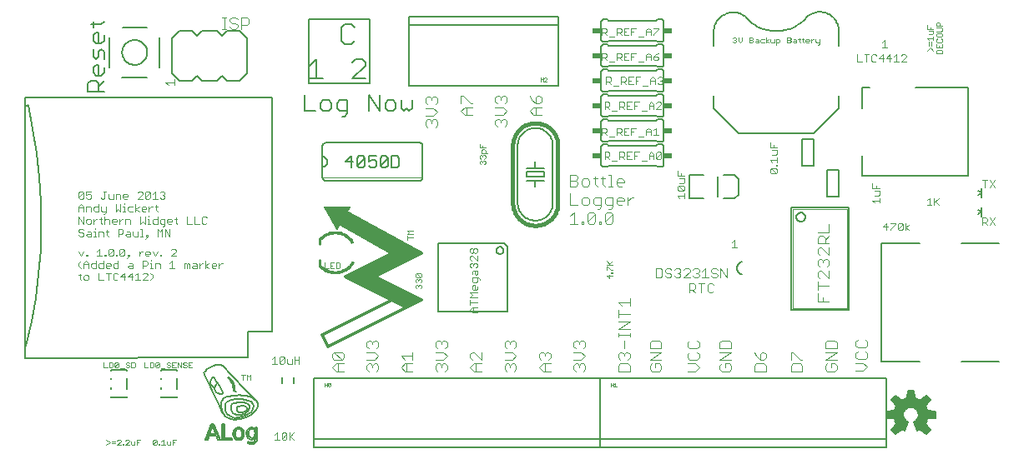
<source format=gto>
G04 This is an RS-274x file exported by *
G04 gerbv version 2.6.0 *
G04 More information is available about gerbv at *
G04 http://gerbv.gpleda.org/ *
G04 --End of header info--*
%MOIN*%
%FSLAX34Y34*%
%IPPOS*%
G04 --Define apertures--*
%ADD10C,0.0060*%
%ADD11C,0.0040*%
%ADD12C,0.0030*%
%ADD13C,0.0020*%
%ADD14C,0.0160*%
%ADD15C,0.0050*%
%ADD16C,0.0080*%
%ADD17C,0.0010*%
%ADD18R,0.0340X0.0240*%
%ADD19C,0.0100*%
%ADD20C,0.0083*%
%ADD21C,0.0070*%
%ADD22C,0.0079*%
%ADD23C,0.0000*%
%ADD24C,0.0001*%
%ADD25C,0.0118*%
%ADD26C,0.0059*%
G04 --Start main section--*
G54D10*
G01X0003652Y0002270D02*
G01X0003652Y0002307D01*
G01X0003652Y0002270D02*
G01X0004290Y0002270D01*
G01X0004290Y0002270D02*
G01X0004290Y0002307D01*
G01X0004290Y0002624D02*
G01X0004290Y0003036D01*
G01X0004290Y0003353D02*
G01X0004290Y0003390D01*
G01X0004290Y0003390D02*
G01X0003652Y0003390D01*
G01X0003652Y0003390D02*
G01X0003652Y0003353D01*
G01X0003652Y0003036D02*
G01X0003652Y0002999D01*
G01X0003652Y0002661D02*
G01X0003652Y0002624D01*
G01X0005652Y0002624D02*
G01X0005652Y0002661D01*
G01X0005652Y0002999D02*
G01X0005652Y0003036D01*
G01X0005652Y0003353D02*
G01X0005652Y0003390D01*
G01X0005652Y0003390D02*
G01X0006290Y0003390D01*
G01X0006290Y0003390D02*
G01X0006290Y0003353D01*
G01X0006290Y0003036D02*
G01X0006290Y0002624D01*
G01X0006290Y0002307D02*
G01X0006290Y0002270D01*
G01X0006290Y0002270D02*
G01X0005652Y0002270D01*
G01X0005652Y0002270D02*
G01X0005652Y0002307D01*
G01X0010485Y0002837D02*
G01X0010485Y0003073D01*
G01X0010957Y0003073D02*
G01X0010957Y0002837D01*
G01X0016716Y0005700D02*
G01X0016716Y0008460D01*
G01X0016716Y0008460D02*
G01X0019336Y0008460D01*
G01X0019336Y0008460D02*
G01X0019476Y0008320D01*
G01X0019476Y0008320D02*
G01X0019476Y0005700D01*
G01X0019476Y0005700D02*
G01X0016716Y0005700D01*
G01X0019035Y0008160D02*
G01X0019037Y0008183D01*
G01X0019037Y0008183D02*
G01X0019043Y0008206D01*
G01X0019043Y0008206D02*
G01X0019052Y0008227D01*
G01X0019052Y0008227D02*
G01X0019065Y0008247D01*
G01X0019065Y0008247D02*
G01X0019081Y0008264D01*
G01X0019081Y0008264D02*
G01X0019099Y0008278D01*
G01X0019099Y0008278D02*
G01X0019119Y0008289D01*
G01X0019119Y0008289D02*
G01X0019141Y0008297D01*
G01X0019141Y0008297D02*
G01X0019164Y0008301D01*
G01X0019164Y0008301D02*
G01X0019188Y0008301D01*
G01X0019188Y0008301D02*
G01X0019211Y0008297D01*
G01X0019211Y0008297D02*
G01X0019233Y0008289D01*
G01X0019233Y0008289D02*
G01X0019253Y0008278D01*
G01X0019253Y0008278D02*
G01X0019271Y0008264D01*
G01X0019271Y0008264D02*
G01X0019287Y0008247D01*
G01X0019287Y0008247D02*
G01X0019300Y0008227D01*
G01X0019300Y0008227D02*
G01X0019309Y0008206D01*
G01X0019309Y0008206D02*
G01X0019315Y0008183D01*
G01X0019315Y0008183D02*
G01X0019317Y0008160D01*
G01X0019317Y0008160D02*
G01X0019315Y0008137D01*
G01X0019315Y0008137D02*
G01X0019309Y0008114D01*
G01X0019309Y0008114D02*
G01X0019300Y0008093D01*
G01X0019300Y0008093D02*
G01X0019287Y0008073D01*
G01X0019287Y0008073D02*
G01X0019271Y0008056D01*
G01X0019271Y0008056D02*
G01X0019253Y0008042D01*
G01X0019253Y0008042D02*
G01X0019233Y0008031D01*
G01X0019233Y0008031D02*
G01X0019211Y0008023D01*
G01X0019211Y0008023D02*
G01X0019188Y0008019D01*
G01X0019188Y0008019D02*
G01X0019164Y0008019D01*
G01X0019164Y0008019D02*
G01X0019141Y0008023D01*
G01X0019141Y0008023D02*
G01X0019119Y0008031D01*
G01X0019119Y0008031D02*
G01X0019099Y0008042D01*
G01X0019099Y0008042D02*
G01X0019081Y0008056D01*
G01X0019081Y0008056D02*
G01X0019065Y0008073D01*
G01X0019065Y0008073D02*
G01X0019052Y0008093D01*
G01X0019052Y0008093D02*
G01X0019043Y0008114D01*
G01X0019043Y0008114D02*
G01X0019037Y0008137D01*
G01X0019037Y0008137D02*
G01X0019035Y0008160D01*
G01X0019896Y0010055D02*
G01X0019896Y0012355D01*
G01X0019896Y0012355D02*
G01X0019898Y0012406D01*
G01X0019898Y0012406D02*
G01X0019903Y0012457D01*
G01X0019903Y0012457D02*
G01X0019913Y0012507D01*
G01X0019913Y0012507D02*
G01X0019926Y0012557D01*
G01X0019926Y0012557D02*
G01X0019942Y0012605D01*
G01X0019942Y0012605D02*
G01X0019962Y0012652D01*
G01X0019962Y0012652D02*
G01X0019986Y0012698D01*
G01X0019986Y0012698D02*
G01X0020012Y0012741D01*
G01X0020012Y0012741D02*
G01X0020042Y0012783D01*
G01X0020042Y0012783D02*
G01X0020075Y0012822D01*
G01X0020075Y0012822D02*
G01X0020110Y0012859D01*
G01X0020110Y0012859D02*
G01X0020148Y0012893D01*
G01X0020148Y0012893D02*
G01X0020189Y0012924D01*
G01X0020189Y0012924D02*
G01X0020231Y0012953D01*
G01X0020231Y0012953D02*
G01X0020276Y0012978D01*
G01X0020276Y0012978D02*
G01X0020322Y0012999D01*
G01X0020322Y0012999D02*
G01X0020370Y0013018D01*
G01X0020370Y0013018D02*
G01X0020419Y0013032D01*
G01X0020419Y0013032D02*
G01X0020469Y0013043D01*
G01X0020469Y0013043D02*
G01X0020519Y0013051D01*
G01X0020519Y0013051D02*
G01X0020570Y0013055D01*
G01X0020570Y0013055D02*
G01X0020622Y0013055D01*
G01X0020622Y0013055D02*
G01X0020673Y0013051D01*
G01X0020673Y0013051D02*
G01X0020723Y0013043D01*
G01X0020723Y0013043D02*
G01X0020773Y0013032D01*
G01X0020773Y0013032D02*
G01X0020822Y0013018D01*
G01X0020822Y0013018D02*
G01X0020870Y0012999D01*
G01X0020870Y0012999D02*
G01X0020916Y0012978D01*
G01X0020916Y0012978D02*
G01X0020961Y0012953D01*
G01X0020961Y0012953D02*
G01X0021003Y0012924D01*
G01X0021003Y0012924D02*
G01X0021044Y0012893D01*
G01X0021044Y0012893D02*
G01X0021082Y0012859D01*
G01X0021082Y0012859D02*
G01X0021117Y0012822D01*
G01X0021117Y0012822D02*
G01X0021150Y0012783D01*
G01X0021150Y0012783D02*
G01X0021180Y0012741D01*
G01X0021180Y0012741D02*
G01X0021206Y0012698D01*
G01X0021206Y0012698D02*
G01X0021230Y0012652D01*
G01X0021230Y0012652D02*
G01X0021250Y0012605D01*
G01X0021250Y0012605D02*
G01X0021266Y0012557D01*
G01X0021266Y0012557D02*
G01X0021279Y0012507D01*
G01X0021279Y0012507D02*
G01X0021289Y0012457D01*
G01X0021289Y0012457D02*
G01X0021294Y0012406D01*
G01X0021294Y0012406D02*
G01X0021296Y0012355D01*
G01X0021296Y0012355D02*
G01X0021296Y0010055D01*
G01X0021296Y0010055D02*
G01X0021294Y0010004D01*
G01X0021294Y0010004D02*
G01X0021289Y0009953D01*
G01X0021289Y0009953D02*
G01X0021279Y0009903D01*
G01X0021279Y0009903D02*
G01X0021266Y0009853D01*
G01X0021266Y0009853D02*
G01X0021250Y0009805D01*
G01X0021250Y0009805D02*
G01X0021230Y0009758D01*
G01X0021230Y0009758D02*
G01X0021206Y0009712D01*
G01X0021206Y0009712D02*
G01X0021180Y0009669D01*
G01X0021180Y0009669D02*
G01X0021150Y0009627D01*
G01X0021150Y0009627D02*
G01X0021117Y0009588D01*
G01X0021117Y0009588D02*
G01X0021082Y0009551D01*
G01X0021082Y0009551D02*
G01X0021044Y0009517D01*
G01X0021044Y0009517D02*
G01X0021003Y0009486D01*
G01X0021003Y0009486D02*
G01X0020961Y0009457D01*
G01X0020961Y0009457D02*
G01X0020916Y0009432D01*
G01X0020916Y0009432D02*
G01X0020870Y0009411D01*
G01X0020870Y0009411D02*
G01X0020822Y0009392D01*
G01X0020822Y0009392D02*
G01X0020773Y0009378D01*
G01X0020773Y0009378D02*
G01X0020723Y0009367D01*
G01X0020723Y0009367D02*
G01X0020673Y0009359D01*
G01X0020673Y0009359D02*
G01X0020622Y0009355D01*
G01X0020622Y0009355D02*
G01X0020570Y0009355D01*
G01X0020570Y0009355D02*
G01X0020519Y0009359D01*
G01X0020519Y0009359D02*
G01X0020469Y0009367D01*
G01X0020469Y0009367D02*
G01X0020419Y0009378D01*
G01X0020419Y0009378D02*
G01X0020370Y0009392D01*
G01X0020370Y0009392D02*
G01X0020322Y0009411D01*
G01X0020322Y0009411D02*
G01X0020276Y0009432D01*
G01X0020276Y0009432D02*
G01X0020231Y0009457D01*
G01X0020231Y0009457D02*
G01X0020189Y0009486D01*
G01X0020189Y0009486D02*
G01X0020148Y0009517D01*
G01X0020148Y0009517D02*
G01X0020110Y0009551D01*
G01X0020110Y0009551D02*
G01X0020075Y0009588D01*
G01X0020075Y0009588D02*
G01X0020042Y0009627D01*
G01X0020042Y0009627D02*
G01X0020012Y0009669D01*
G01X0020012Y0009669D02*
G01X0019986Y0009712D01*
G01X0019986Y0009712D02*
G01X0019962Y0009758D01*
G01X0019962Y0009758D02*
G01X0019942Y0009805D01*
G01X0019942Y0009805D02*
G01X0019926Y0009853D01*
G01X0019926Y0009853D02*
G01X0019913Y0009903D01*
G01X0019913Y0009903D02*
G01X0019903Y0009953D01*
G01X0019903Y0009953D02*
G01X0019898Y0010004D01*
G01X0019898Y0010004D02*
G01X0019896Y0010055D01*
G01X0020596Y0010705D02*
G01X0020596Y0010955D01*
G01X0020596Y0010955D02*
G01X0020246Y0010955D01*
G01X0020246Y0011105D02*
G01X0020246Y0011305D01*
G01X0020246Y0011305D02*
G01X0020946Y0011305D01*
G01X0020946Y0011305D02*
G01X0020946Y0011105D01*
G01X0020946Y0011105D02*
G01X0020246Y0011105D01*
G01X0020596Y0010955D02*
G01X0020946Y0010955D01*
G01X0020946Y0011455D02*
G01X0020596Y0011455D01*
G01X0020596Y0011455D02*
G01X0020596Y0011705D01*
G01X0020596Y0011455D02*
G01X0020246Y0011455D01*
G01X0023221Y0011605D02*
G01X0023221Y0012305D01*
G01X0023221Y0012305D02*
G01X0023223Y0012322D01*
G01X0023223Y0012322D02*
G01X0023227Y0012339D01*
G01X0023227Y0012339D02*
G01X0023234Y0012355D01*
G01X0023234Y0012355D02*
G01X0023244Y0012369D01*
G01X0023244Y0012369D02*
G01X0023257Y0012382D01*
G01X0023257Y0012382D02*
G01X0023271Y0012392D01*
G01X0023271Y0012392D02*
G01X0023287Y0012399D01*
G01X0023287Y0012399D02*
G01X0023304Y0012403D01*
G01X0023304Y0012403D02*
G01X0023321Y0012405D01*
G01X0023321Y0012405D02*
G01X0023471Y0012405D01*
G01X0023471Y0012405D02*
G01X0023521Y0012355D01*
G01X0023521Y0012355D02*
G01X0025421Y0012355D01*
G01X0025421Y0012355D02*
G01X0025471Y0012405D01*
G01X0025471Y0012405D02*
G01X0025621Y0012405D01*
G01X0025621Y0012405D02*
G01X0025638Y0012403D01*
G01X0025638Y0012403D02*
G01X0025655Y0012399D01*
G01X0025655Y0012399D02*
G01X0025671Y0012392D01*
G01X0025671Y0012392D02*
G01X0025685Y0012382D01*
G01X0025685Y0012382D02*
G01X0025698Y0012369D01*
G01X0025698Y0012369D02*
G01X0025708Y0012355D01*
G01X0025708Y0012355D02*
G01X0025715Y0012339D01*
G01X0025715Y0012339D02*
G01X0025719Y0012322D01*
G01X0025719Y0012322D02*
G01X0025721Y0012305D01*
G01X0025721Y0012305D02*
G01X0025721Y0011605D01*
G01X0025721Y0011605D02*
G01X0025719Y0011588D01*
G01X0025719Y0011588D02*
G01X0025715Y0011571D01*
G01X0025715Y0011571D02*
G01X0025708Y0011555D01*
G01X0025708Y0011555D02*
G01X0025698Y0011541D01*
G01X0025698Y0011541D02*
G01X0025685Y0011528D01*
G01X0025685Y0011528D02*
G01X0025671Y0011518D01*
G01X0025671Y0011518D02*
G01X0025655Y0011511D01*
G01X0025655Y0011511D02*
G01X0025638Y0011507D01*
G01X0025638Y0011507D02*
G01X0025621Y0011505D01*
G01X0025621Y0011505D02*
G01X0025471Y0011505D01*
G01X0025471Y0011505D02*
G01X0025421Y0011555D01*
G01X0025421Y0011555D02*
G01X0023521Y0011555D01*
G01X0023521Y0011555D02*
G01X0023471Y0011505D01*
G01X0023471Y0011505D02*
G01X0023321Y0011505D01*
G01X0023321Y0011505D02*
G01X0023304Y0011507D01*
G01X0023304Y0011507D02*
G01X0023287Y0011511D01*
G01X0023287Y0011511D02*
G01X0023271Y0011518D01*
G01X0023271Y0011518D02*
G01X0023257Y0011528D01*
G01X0023257Y0011528D02*
G01X0023244Y0011541D01*
G01X0023244Y0011541D02*
G01X0023234Y0011555D01*
G01X0023234Y0011555D02*
G01X0023227Y0011571D01*
G01X0023227Y0011571D02*
G01X0023223Y0011588D01*
G01X0023223Y0011588D02*
G01X0023221Y0011605D01*
G01X0023321Y0012505D02*
G01X0023471Y0012505D01*
G01X0023471Y0012505D02*
G01X0023521Y0012555D01*
G01X0023521Y0012555D02*
G01X0025421Y0012555D01*
G01X0025421Y0012555D02*
G01X0025471Y0012505D01*
G01X0025471Y0012505D02*
G01X0025621Y0012505D01*
G01X0025621Y0012505D02*
G01X0025638Y0012507D01*
G01X0025638Y0012507D02*
G01X0025655Y0012511D01*
G01X0025655Y0012511D02*
G01X0025671Y0012518D01*
G01X0025671Y0012518D02*
G01X0025685Y0012528D01*
G01X0025685Y0012528D02*
G01X0025698Y0012541D01*
G01X0025698Y0012541D02*
G01X0025708Y0012555D01*
G01X0025708Y0012555D02*
G01X0025715Y0012571D01*
G01X0025715Y0012571D02*
G01X0025719Y0012588D01*
G01X0025719Y0012588D02*
G01X0025721Y0012605D01*
G01X0025721Y0012605D02*
G01X0025721Y0013305D01*
G01X0025721Y0013305D02*
G01X0025719Y0013322D01*
G01X0025719Y0013322D02*
G01X0025715Y0013339D01*
G01X0025715Y0013339D02*
G01X0025708Y0013355D01*
G01X0025708Y0013355D02*
G01X0025698Y0013369D01*
G01X0025698Y0013369D02*
G01X0025685Y0013382D01*
G01X0025685Y0013382D02*
G01X0025671Y0013392D01*
G01X0025671Y0013392D02*
G01X0025655Y0013399D01*
G01X0025655Y0013399D02*
G01X0025638Y0013403D01*
G01X0025638Y0013403D02*
G01X0025621Y0013405D01*
G01X0025621Y0013405D02*
G01X0025471Y0013405D01*
G01X0025471Y0013405D02*
G01X0025421Y0013355D01*
G01X0025421Y0013355D02*
G01X0023521Y0013355D01*
G01X0023521Y0013355D02*
G01X0023471Y0013405D01*
G01X0023471Y0013405D02*
G01X0023321Y0013405D01*
G01X0023321Y0013505D02*
G01X0023471Y0013505D01*
G01X0023471Y0013505D02*
G01X0023521Y0013555D01*
G01X0023521Y0013555D02*
G01X0025421Y0013555D01*
G01X0025421Y0013555D02*
G01X0025471Y0013505D01*
G01X0025471Y0013505D02*
G01X0025621Y0013505D01*
G01X0025621Y0013505D02*
G01X0025638Y0013507D01*
G01X0025638Y0013507D02*
G01X0025655Y0013511D01*
G01X0025655Y0013511D02*
G01X0025671Y0013518D01*
G01X0025671Y0013518D02*
G01X0025685Y0013528D01*
G01X0025685Y0013528D02*
G01X0025698Y0013541D01*
G01X0025698Y0013541D02*
G01X0025708Y0013555D01*
G01X0025708Y0013555D02*
G01X0025715Y0013571D01*
G01X0025715Y0013571D02*
G01X0025719Y0013588D01*
G01X0025719Y0013588D02*
G01X0025721Y0013605D01*
G01X0025721Y0013605D02*
G01X0025721Y0014305D01*
G01X0025721Y0014305D02*
G01X0025719Y0014322D01*
G01X0025719Y0014322D02*
G01X0025715Y0014339D01*
G01X0025715Y0014339D02*
G01X0025708Y0014355D01*
G01X0025708Y0014355D02*
G01X0025698Y0014369D01*
G01X0025698Y0014369D02*
G01X0025685Y0014382D01*
G01X0025685Y0014382D02*
G01X0025671Y0014392D01*
G01X0025671Y0014392D02*
G01X0025655Y0014399D01*
G01X0025655Y0014399D02*
G01X0025638Y0014403D01*
G01X0025638Y0014403D02*
G01X0025621Y0014405D01*
G01X0025621Y0014405D02*
G01X0025471Y0014405D01*
G01X0025471Y0014405D02*
G01X0025421Y0014355D01*
G01X0025421Y0014355D02*
G01X0023521Y0014355D01*
G01X0023521Y0014355D02*
G01X0023471Y0014405D01*
G01X0023471Y0014405D02*
G01X0023321Y0014405D01*
G01X0023321Y0014405D02*
G01X0023304Y0014403D01*
G01X0023304Y0014403D02*
G01X0023287Y0014399D01*
G01X0023287Y0014399D02*
G01X0023271Y0014392D01*
G01X0023271Y0014392D02*
G01X0023257Y0014382D01*
G01X0023257Y0014382D02*
G01X0023244Y0014369D01*
G01X0023244Y0014369D02*
G01X0023234Y0014355D01*
G01X0023234Y0014355D02*
G01X0023227Y0014339D01*
G01X0023227Y0014339D02*
G01X0023223Y0014322D01*
G01X0023223Y0014322D02*
G01X0023221Y0014305D01*
G01X0023221Y0014305D02*
G01X0023221Y0013605D01*
G01X0023221Y0013605D02*
G01X0023223Y0013588D01*
G01X0023223Y0013588D02*
G01X0023227Y0013571D01*
G01X0023227Y0013571D02*
G01X0023234Y0013555D01*
G01X0023234Y0013555D02*
G01X0023244Y0013541D01*
G01X0023244Y0013541D02*
G01X0023257Y0013528D01*
G01X0023257Y0013528D02*
G01X0023271Y0013518D01*
G01X0023271Y0013518D02*
G01X0023287Y0013511D01*
G01X0023287Y0013511D02*
G01X0023304Y0013507D01*
G01X0023304Y0013507D02*
G01X0023321Y0013505D01*
G01X0023321Y0013405D02*
G01X0023304Y0013403D01*
G01X0023304Y0013403D02*
G01X0023287Y0013399D01*
G01X0023287Y0013399D02*
G01X0023271Y0013392D01*
G01X0023271Y0013392D02*
G01X0023257Y0013382D01*
G01X0023257Y0013382D02*
G01X0023244Y0013369D01*
G01X0023244Y0013369D02*
G01X0023234Y0013355D01*
G01X0023234Y0013355D02*
G01X0023227Y0013339D01*
G01X0023227Y0013339D02*
G01X0023223Y0013322D01*
G01X0023223Y0013322D02*
G01X0023221Y0013305D01*
G01X0023221Y0013305D02*
G01X0023221Y0012605D01*
G01X0023221Y0012605D02*
G01X0023223Y0012588D01*
G01X0023223Y0012588D02*
G01X0023227Y0012571D01*
G01X0023227Y0012571D02*
G01X0023234Y0012555D01*
G01X0023234Y0012555D02*
G01X0023244Y0012541D01*
G01X0023244Y0012541D02*
G01X0023257Y0012528D01*
G01X0023257Y0012528D02*
G01X0023271Y0012518D01*
G01X0023271Y0012518D02*
G01X0023287Y0012511D01*
G01X0023287Y0012511D02*
G01X0023304Y0012507D01*
G01X0023304Y0012507D02*
G01X0023321Y0012505D01*
G01X0023321Y0014505D02*
G01X0023471Y0014505D01*
G01X0023471Y0014505D02*
G01X0023521Y0014555D01*
G01X0023521Y0014555D02*
G01X0025421Y0014555D01*
G01X0025421Y0014555D02*
G01X0025471Y0014505D01*
G01X0025471Y0014505D02*
G01X0025621Y0014505D01*
G01X0025621Y0014505D02*
G01X0025638Y0014507D01*
G01X0025638Y0014507D02*
G01X0025655Y0014511D01*
G01X0025655Y0014511D02*
G01X0025671Y0014518D01*
G01X0025671Y0014518D02*
G01X0025685Y0014528D01*
G01X0025685Y0014528D02*
G01X0025698Y0014541D01*
G01X0025698Y0014541D02*
G01X0025708Y0014555D01*
G01X0025708Y0014555D02*
G01X0025715Y0014571D01*
G01X0025715Y0014571D02*
G01X0025719Y0014588D01*
G01X0025719Y0014588D02*
G01X0025721Y0014605D01*
G01X0025721Y0014605D02*
G01X0025721Y0015305D01*
G01X0025721Y0015305D02*
G01X0025719Y0015322D01*
G01X0025719Y0015322D02*
G01X0025715Y0015339D01*
G01X0025715Y0015339D02*
G01X0025708Y0015355D01*
G01X0025708Y0015355D02*
G01X0025698Y0015369D01*
G01X0025698Y0015369D02*
G01X0025685Y0015382D01*
G01X0025685Y0015382D02*
G01X0025671Y0015392D01*
G01X0025671Y0015392D02*
G01X0025655Y0015399D01*
G01X0025655Y0015399D02*
G01X0025638Y0015403D01*
G01X0025638Y0015403D02*
G01X0025621Y0015405D01*
G01X0025621Y0015405D02*
G01X0025471Y0015405D01*
G01X0025471Y0015405D02*
G01X0025421Y0015355D01*
G01X0025421Y0015355D02*
G01X0023521Y0015355D01*
G01X0023521Y0015355D02*
G01X0023471Y0015405D01*
G01X0023471Y0015405D02*
G01X0023321Y0015405D01*
G01X0023321Y0015505D02*
G01X0023471Y0015505D01*
G01X0023471Y0015505D02*
G01X0023521Y0015555D01*
G01X0023521Y0015555D02*
G01X0025421Y0015555D01*
G01X0025421Y0015555D02*
G01X0025471Y0015505D01*
G01X0025471Y0015505D02*
G01X0025621Y0015505D01*
G01X0025621Y0015505D02*
G01X0025638Y0015507D01*
G01X0025638Y0015507D02*
G01X0025655Y0015511D01*
G01X0025655Y0015511D02*
G01X0025671Y0015518D01*
G01X0025671Y0015518D02*
G01X0025685Y0015528D01*
G01X0025685Y0015528D02*
G01X0025698Y0015541D01*
G01X0025698Y0015541D02*
G01X0025708Y0015555D01*
G01X0025708Y0015555D02*
G01X0025715Y0015571D01*
G01X0025715Y0015571D02*
G01X0025719Y0015588D01*
G01X0025719Y0015588D02*
G01X0025721Y0015605D01*
G01X0025721Y0015605D02*
G01X0025721Y0016305D01*
G01X0025721Y0016305D02*
G01X0025719Y0016322D01*
G01X0025719Y0016322D02*
G01X0025715Y0016339D01*
G01X0025715Y0016339D02*
G01X0025708Y0016355D01*
G01X0025708Y0016355D02*
G01X0025698Y0016369D01*
G01X0025698Y0016369D02*
G01X0025685Y0016382D01*
G01X0025685Y0016382D02*
G01X0025671Y0016392D01*
G01X0025671Y0016392D02*
G01X0025655Y0016399D01*
G01X0025655Y0016399D02*
G01X0025638Y0016403D01*
G01X0025638Y0016403D02*
G01X0025621Y0016405D01*
G01X0025621Y0016405D02*
G01X0025471Y0016405D01*
G01X0025471Y0016405D02*
G01X0025421Y0016355D01*
G01X0025421Y0016355D02*
G01X0023521Y0016355D01*
G01X0023521Y0016355D02*
G01X0023471Y0016405D01*
G01X0023471Y0016405D02*
G01X0023321Y0016405D01*
G01X0023321Y0016405D02*
G01X0023304Y0016403D01*
G01X0023304Y0016403D02*
G01X0023287Y0016399D01*
G01X0023287Y0016399D02*
G01X0023271Y0016392D01*
G01X0023271Y0016392D02*
G01X0023257Y0016382D01*
G01X0023257Y0016382D02*
G01X0023244Y0016369D01*
G01X0023244Y0016369D02*
G01X0023234Y0016355D01*
G01X0023234Y0016355D02*
G01X0023227Y0016339D01*
G01X0023227Y0016339D02*
G01X0023223Y0016322D01*
G01X0023223Y0016322D02*
G01X0023221Y0016305D01*
G01X0023221Y0016305D02*
G01X0023221Y0015605D01*
G01X0023221Y0015605D02*
G01X0023223Y0015588D01*
G01X0023223Y0015588D02*
G01X0023227Y0015571D01*
G01X0023227Y0015571D02*
G01X0023234Y0015555D01*
G01X0023234Y0015555D02*
G01X0023244Y0015541D01*
G01X0023244Y0015541D02*
G01X0023257Y0015528D01*
G01X0023257Y0015528D02*
G01X0023271Y0015518D01*
G01X0023271Y0015518D02*
G01X0023287Y0015511D01*
G01X0023287Y0015511D02*
G01X0023304Y0015507D01*
G01X0023304Y0015507D02*
G01X0023321Y0015505D01*
G01X0023321Y0015405D02*
G01X0023304Y0015403D01*
G01X0023304Y0015403D02*
G01X0023287Y0015399D01*
G01X0023287Y0015399D02*
G01X0023271Y0015392D01*
G01X0023271Y0015392D02*
G01X0023257Y0015382D01*
G01X0023257Y0015382D02*
G01X0023244Y0015369D01*
G01X0023244Y0015369D02*
G01X0023234Y0015355D01*
G01X0023234Y0015355D02*
G01X0023227Y0015339D01*
G01X0023227Y0015339D02*
G01X0023223Y0015322D01*
G01X0023223Y0015322D02*
G01X0023221Y0015305D01*
G01X0023221Y0015305D02*
G01X0023221Y0014605D01*
G01X0023221Y0014605D02*
G01X0023223Y0014588D01*
G01X0023223Y0014588D02*
G01X0023227Y0014571D01*
G01X0023227Y0014571D02*
G01X0023234Y0014555D01*
G01X0023234Y0014555D02*
G01X0023244Y0014541D01*
G01X0023244Y0014541D02*
G01X0023257Y0014528D01*
G01X0023257Y0014528D02*
G01X0023271Y0014518D01*
G01X0023271Y0014518D02*
G01X0023287Y0014511D01*
G01X0023287Y0014511D02*
G01X0023304Y0014507D01*
G01X0023304Y0014507D02*
G01X0023321Y0014505D01*
G01X0023321Y0016505D02*
G01X0023471Y0016505D01*
G01X0023471Y0016505D02*
G01X0023521Y0016555D01*
G01X0023521Y0016555D02*
G01X0025421Y0016555D01*
G01X0025421Y0016555D02*
G01X0025471Y0016505D01*
G01X0025471Y0016505D02*
G01X0025621Y0016505D01*
G01X0025621Y0016505D02*
G01X0025638Y0016507D01*
G01X0025638Y0016507D02*
G01X0025655Y0016511D01*
G01X0025655Y0016511D02*
G01X0025671Y0016518D01*
G01X0025671Y0016518D02*
G01X0025685Y0016528D01*
G01X0025685Y0016528D02*
G01X0025698Y0016541D01*
G01X0025698Y0016541D02*
G01X0025708Y0016555D01*
G01X0025708Y0016555D02*
G01X0025715Y0016571D01*
G01X0025715Y0016571D02*
G01X0025719Y0016588D01*
G01X0025719Y0016588D02*
G01X0025721Y0016605D01*
G01X0025721Y0016605D02*
G01X0025721Y0017305D01*
G01X0025721Y0017305D02*
G01X0025719Y0017322D01*
G01X0025719Y0017322D02*
G01X0025715Y0017339D01*
G01X0025715Y0017339D02*
G01X0025708Y0017355D01*
G01X0025708Y0017355D02*
G01X0025698Y0017369D01*
G01X0025698Y0017369D02*
G01X0025685Y0017382D01*
G01X0025685Y0017382D02*
G01X0025671Y0017392D01*
G01X0025671Y0017392D02*
G01X0025655Y0017399D01*
G01X0025655Y0017399D02*
G01X0025638Y0017403D01*
G01X0025638Y0017403D02*
G01X0025621Y0017405D01*
G01X0025621Y0017405D02*
G01X0025471Y0017405D01*
G01X0025471Y0017405D02*
G01X0025421Y0017355D01*
G01X0025421Y0017355D02*
G01X0023521Y0017355D01*
G01X0023521Y0017355D02*
G01X0023471Y0017405D01*
G01X0023471Y0017405D02*
G01X0023321Y0017405D01*
G01X0023321Y0017405D02*
G01X0023304Y0017403D01*
G01X0023304Y0017403D02*
G01X0023287Y0017399D01*
G01X0023287Y0017399D02*
G01X0023271Y0017392D01*
G01X0023271Y0017392D02*
G01X0023257Y0017382D01*
G01X0023257Y0017382D02*
G01X0023244Y0017369D01*
G01X0023244Y0017369D02*
G01X0023234Y0017355D01*
G01X0023234Y0017355D02*
G01X0023227Y0017339D01*
G01X0023227Y0017339D02*
G01X0023223Y0017322D01*
G01X0023223Y0017322D02*
G01X0023221Y0017305D01*
G01X0023221Y0017305D02*
G01X0023221Y0016605D01*
G01X0023221Y0016605D02*
G01X0023223Y0016588D01*
G01X0023223Y0016588D02*
G01X0023227Y0016571D01*
G01X0023227Y0016571D02*
G01X0023234Y0016555D01*
G01X0023234Y0016555D02*
G01X0023244Y0016541D01*
G01X0023244Y0016541D02*
G01X0023257Y0016528D01*
G01X0023257Y0016528D02*
G01X0023271Y0016518D01*
G01X0023271Y0016518D02*
G01X0023287Y0016511D01*
G01X0023287Y0016511D02*
G01X0023304Y0016507D01*
G01X0023304Y0016507D02*
G01X0023321Y0016505D01*
G01X0015670Y0014162D02*
G01X0015670Y0013842D01*
G01X0015670Y0013842D02*
G01X0015564Y0013735D01*
G01X0015564Y0013735D02*
G01X0015457Y0013842D01*
G01X0015457Y0013842D02*
G01X0015350Y0013735D01*
G01X0015350Y0013735D02*
G01X0015243Y0013842D01*
G01X0015243Y0013842D02*
G01X0015243Y0014162D01*
G01X0015026Y0014055D02*
G01X0014919Y0014162D01*
G01X0014919Y0014162D02*
G01X0014706Y0014162D01*
G01X0014706Y0014162D02*
G01X0014599Y0014055D01*
G01X0014599Y0014055D02*
G01X0014599Y0013842D01*
G01X0014599Y0013842D02*
G01X0014706Y0013735D01*
G01X0014706Y0013735D02*
G01X0014919Y0013735D01*
G01X0014919Y0013735D02*
G01X0015026Y0013842D01*
G01X0015026Y0013842D02*
G01X0015026Y0014055D01*
G01X0014381Y0013735D02*
G01X0013954Y0014376D01*
G01X0013954Y0014376D02*
G01X0013954Y0013735D01*
G01X0014381Y0013735D02*
G01X0014381Y0014376D01*
G01X0013092Y0014162D02*
G01X0012772Y0014162D01*
G01X0012772Y0014162D02*
G01X0012665Y0014055D01*
G01X0012665Y0014055D02*
G01X0012665Y0013842D01*
G01X0012665Y0013842D02*
G01X0012772Y0013735D01*
G01X0012772Y0013735D02*
G01X0013092Y0013735D01*
G01X0013092Y0013628D02*
G01X0013092Y0014162D01*
G01X0012448Y0014055D02*
G01X0012448Y0013842D01*
G01X0012448Y0013842D02*
G01X0012341Y0013735D01*
G01X0012341Y0013735D02*
G01X0012127Y0013735D01*
G01X0012127Y0013735D02*
G01X0012021Y0013842D01*
G01X0012021Y0013842D02*
G01X0012021Y0014055D01*
G01X0012021Y0014055D02*
G01X0012127Y0014162D01*
G01X0012127Y0014162D02*
G01X0012341Y0014162D01*
G01X0012341Y0014162D02*
G01X0012448Y0014055D01*
G01X0011803Y0013735D02*
G01X0011376Y0013735D01*
G01X0011376Y0013735D02*
G01X0011376Y0014376D01*
G01X0012879Y0013521D02*
G01X0012985Y0013521D01*
G01X0012985Y0013521D02*
G01X0013092Y0013628D01*
G01X0012246Y0012475D02*
G01X0015946Y0012475D01*
G01X0015946Y0012475D02*
G01X0015969Y0012473D01*
G01X0015969Y0012473D02*
G01X0015992Y0012468D01*
G01X0015992Y0012468D02*
G01X0016014Y0012459D01*
G01X0016014Y0012459D02*
G01X0016034Y0012446D01*
G01X0016034Y0012446D02*
G01X0016052Y0012431D01*
G01X0016052Y0012431D02*
G01X0016067Y0012413D01*
G01X0016067Y0012413D02*
G01X0016080Y0012393D01*
G01X0016080Y0012393D02*
G01X0016089Y0012371D01*
G01X0016089Y0012371D02*
G01X0016094Y0012348D01*
G01X0016094Y0012348D02*
G01X0016096Y0012325D01*
G01X0016096Y0012325D02*
G01X0016096Y0011085D01*
G01X0016096Y0011085D02*
G01X0016094Y0011062D01*
G01X0016094Y0011062D02*
G01X0016089Y0011039D01*
G01X0016089Y0011039D02*
G01X0016080Y0011017D01*
G01X0016080Y0011017D02*
G01X0016067Y0010997D01*
G01X0016067Y0010997D02*
G01X0016052Y0010979D01*
G01X0016052Y0010979D02*
G01X0016034Y0010964D01*
G01X0016034Y0010964D02*
G01X0016014Y0010951D01*
G01X0016014Y0010951D02*
G01X0015992Y0010942D01*
G01X0015992Y0010942D02*
G01X0015969Y0010937D01*
G01X0015969Y0010937D02*
G01X0015946Y0010935D01*
G01X0015946Y0010935D02*
G01X0012246Y0010935D01*
G01X0012246Y0010935D02*
G01X0012223Y0010937D01*
G01X0012223Y0010937D02*
G01X0012200Y0010942D01*
G01X0012200Y0010942D02*
G01X0012178Y0010951D01*
G01X0012178Y0010951D02*
G01X0012158Y0010964D01*
G01X0012158Y0010964D02*
G01X0012140Y0010979D01*
G01X0012140Y0010979D02*
G01X0012125Y0010997D01*
G01X0012125Y0010997D02*
G01X0012112Y0011017D01*
G01X0012112Y0011017D02*
G01X0012103Y0011039D01*
G01X0012103Y0011039D02*
G01X0012098Y0011062D01*
G01X0012098Y0011062D02*
G01X0012096Y0011085D01*
G01X0012096Y0011085D02*
G01X0012096Y0011505D01*
G01X0012096Y0011505D02*
G01X0012096Y0011905D01*
G01X0012096Y0011905D02*
G01X0012096Y0012325D01*
G01X0012096Y0012325D02*
G01X0012098Y0012348D01*
G01X0012098Y0012348D02*
G01X0012103Y0012371D01*
G01X0012103Y0012371D02*
G01X0012112Y0012393D01*
G01X0012112Y0012393D02*
G01X0012125Y0012413D01*
G01X0012125Y0012413D02*
G01X0012140Y0012431D01*
G01X0012140Y0012431D02*
G01X0012158Y0012446D01*
G01X0012158Y0012446D02*
G01X0012178Y0012459D01*
G01X0012178Y0012459D02*
G01X0012200Y0012468D01*
G01X0012200Y0012468D02*
G01X0012223Y0012473D01*
G01X0012223Y0012473D02*
G01X0012246Y0012475D01*
G01X0012096Y0011905D02*
G01X0012123Y0011903D01*
G01X0012123Y0011903D02*
G01X0012150Y0011898D01*
G01X0012150Y0011898D02*
G01X0012176Y0011888D01*
G01X0012176Y0011888D02*
G01X0012200Y0011876D01*
G01X0012200Y0011876D02*
G01X0012222Y0011860D01*
G01X0012222Y0011860D02*
G01X0012242Y0011842D01*
G01X0012242Y0011842D02*
G01X0012259Y0011820D01*
G01X0012259Y0011820D02*
G01X0012274Y0011797D01*
G01X0012274Y0011797D02*
G01X0012284Y0011772D01*
G01X0012284Y0011772D02*
G01X0012292Y0011746D01*
G01X0012292Y0011746D02*
G01X0012296Y0011719D01*
G01X0012296Y0011719D02*
G01X0012296Y0011691D01*
G01X0012296Y0011691D02*
G01X0012292Y0011664D01*
G01X0012292Y0011664D02*
G01X0012284Y0011638D01*
G01X0012284Y0011638D02*
G01X0012274Y0011613D01*
G01X0012274Y0011613D02*
G01X0012259Y0011590D01*
G01X0012259Y0011590D02*
G01X0012242Y0011568D01*
G01X0012242Y0011568D02*
G01X0012222Y0011550D01*
G01X0012222Y0011550D02*
G01X0012200Y0011534D01*
G01X0012200Y0011534D02*
G01X0012176Y0011522D01*
G01X0012176Y0011522D02*
G01X0012150Y0011512D01*
G01X0012150Y0011512D02*
G01X0012123Y0011507D01*
G01X0012123Y0011507D02*
G01X0012096Y0011505D01*
G01X0003366Y0014510D02*
G01X0002726Y0014510D01*
G01X0002726Y0014510D02*
G01X0002726Y0014830D01*
G01X0002726Y0014830D02*
G01X0002832Y0014937D01*
G01X0002832Y0014937D02*
G01X0003046Y0014937D01*
G01X0003046Y0014937D02*
G01X0003153Y0014830D01*
G01X0003153Y0014830D02*
G01X0003153Y0014510D01*
G01X0003153Y0014724D02*
G01X0003366Y0014937D01*
G01X0003259Y0015155D02*
G01X0003046Y0015155D01*
G01X0003046Y0015155D02*
G01X0002939Y0015261D01*
G01X0002939Y0015261D02*
G01X0002939Y0015475D01*
G01X0002939Y0015475D02*
G01X0003046Y0015582D01*
G01X0003046Y0015582D02*
G01X0003153Y0015582D01*
G01X0003153Y0015582D02*
G01X0003153Y0015155D01*
G01X0003259Y0015155D02*
G01X0003366Y0015261D01*
G01X0003366Y0015261D02*
G01X0003366Y0015475D01*
G01X0003366Y0015799D02*
G01X0003366Y0016119D01*
G01X0003366Y0016119D02*
G01X0003259Y0016226D01*
G01X0003259Y0016226D02*
G01X0003153Y0016119D01*
G01X0003153Y0016119D02*
G01X0003153Y0015906D01*
G01X0003153Y0015906D02*
G01X0003046Y0015799D01*
G01X0003046Y0015799D02*
G01X0002939Y0015906D01*
G01X0002939Y0015906D02*
G01X0002939Y0016226D01*
G01X0003046Y0016444D02*
G01X0002939Y0016550D01*
G01X0002939Y0016550D02*
G01X0002939Y0016764D01*
G01X0002939Y0016764D02*
G01X0003046Y0016871D01*
G01X0003046Y0016871D02*
G01X0003153Y0016871D01*
G01X0003153Y0016871D02*
G01X0003153Y0016444D01*
G01X0003259Y0016444D02*
G01X0003046Y0016444D01*
G01X0003259Y0016444D02*
G01X0003366Y0016550D01*
G01X0003366Y0016550D02*
G01X0003366Y0016764D01*
G01X0002939Y0017088D02*
G01X0002939Y0017302D01*
G01X0002832Y0017195D02*
G01X0003259Y0017195D01*
G01X0003259Y0017195D02*
G01X0003366Y0017302D01*
G01X0028846Y0007705D02*
G01X0028817Y0007696D01*
G01X0028817Y0007696D02*
G01X0028788Y0007683D01*
G01X0028788Y0007683D02*
G01X0028762Y0007667D01*
G01X0028762Y0007667D02*
G01X0028737Y0007648D01*
G01X0028737Y0007648D02*
G01X0028716Y0007626D01*
G01X0028716Y0007626D02*
G01X0028696Y0007601D01*
G01X0028696Y0007601D02*
G01X0028680Y0007575D01*
G01X0028680Y0007575D02*
G01X0028668Y0007546D01*
G01X0028668Y0007546D02*
G01X0028658Y0007517D01*
G01X0028658Y0007517D02*
G01X0028653Y0007486D01*
G01X0028653Y0007486D02*
G01X0028651Y0007455D01*
G01X0028651Y0007455D02*
G01X0028653Y0007424D01*
G01X0028653Y0007424D02*
G01X0028658Y0007393D01*
G01X0028658Y0007393D02*
G01X0028668Y0007364D01*
G01X0028668Y0007364D02*
G01X0028680Y0007335D01*
G01X0028680Y0007335D02*
G01X0028696Y0007309D01*
G01X0028696Y0007309D02*
G01X0028716Y0007284D01*
G01X0028716Y0007284D02*
G01X0028737Y0007262D01*
G01X0028737Y0007262D02*
G01X0028762Y0007243D01*
G01X0028762Y0007243D02*
G01X0028788Y0007227D01*
G01X0028788Y0007227D02*
G01X0028817Y0007214D01*
G01X0028817Y0007214D02*
G01X0028846Y0007205D01*
G01X0030819Y0005783D02*
G01X0030819Y0009877D01*
G01X0030819Y0009877D02*
G01X0033123Y0009877D01*
G01X0033123Y0009877D02*
G01X0033123Y0005783D01*
G01X0033123Y0005783D02*
G01X0030819Y0005783D01*
G01X0031022Y0009493D02*
G01X0031024Y0009519D01*
G01X0031024Y0009519D02*
G01X0031030Y0009545D01*
G01X0031030Y0009545D02*
G01X0031039Y0009570D01*
G01X0031039Y0009570D02*
G01X0031052Y0009593D01*
G01X0031052Y0009593D02*
G01X0031068Y0009614D01*
G01X0031068Y0009614D02*
G01X0031087Y0009632D01*
G01X0031087Y0009632D02*
G01X0031109Y0009648D01*
G01X0031109Y0009648D02*
G01X0031132Y0009660D01*
G01X0031132Y0009660D02*
G01X0031157Y0009668D01*
G01X0031157Y0009668D02*
G01X0031183Y0009673D01*
G01X0031183Y0009673D02*
G01X0031210Y0009674D01*
G01X0031210Y0009674D02*
G01X0031236Y0009671D01*
G01X0031236Y0009671D02*
G01X0031261Y0009664D01*
G01X0031261Y0009664D02*
G01X0031286Y0009654D01*
G01X0031286Y0009654D02*
G01X0031308Y0009640D01*
G01X0031308Y0009640D02*
G01X0031329Y0009623D01*
G01X0031329Y0009623D02*
G01X0031346Y0009604D01*
G01X0031346Y0009604D02*
G01X0031361Y0009582D01*
G01X0031361Y0009582D02*
G01X0031372Y0009558D01*
G01X0031372Y0009558D02*
G01X0031380Y0009532D01*
G01X0031380Y0009532D02*
G01X0031384Y0009506D01*
G01X0031384Y0009506D02*
G01X0031384Y0009480D01*
G01X0031384Y0009480D02*
G01X0031380Y0009454D01*
G01X0031380Y0009454D02*
G01X0031372Y0009428D01*
G01X0031372Y0009428D02*
G01X0031361Y0009404D01*
G01X0031361Y0009404D02*
G01X0031346Y0009382D01*
G01X0031346Y0009382D02*
G01X0031329Y0009363D01*
G01X0031329Y0009363D02*
G01X0031308Y0009346D01*
G01X0031308Y0009346D02*
G01X0031286Y0009332D01*
G01X0031286Y0009332D02*
G01X0031261Y0009322D01*
G01X0031261Y0009322D02*
G01X0031236Y0009315D01*
G01X0031236Y0009315D02*
G01X0031210Y0009312D01*
G01X0031210Y0009312D02*
G01X0031183Y0009313D01*
G01X0031183Y0009313D02*
G01X0031157Y0009318D01*
G01X0031157Y0009318D02*
G01X0031132Y0009326D01*
G01X0031132Y0009326D02*
G01X0031109Y0009338D01*
G01X0031109Y0009338D02*
G01X0031087Y0009354D01*
G01X0031087Y0009354D02*
G01X0031068Y0009372D01*
G01X0031068Y0009372D02*
G01X0031052Y0009393D01*
G01X0031052Y0009393D02*
G01X0031039Y0009416D01*
G01X0031039Y0009416D02*
G01X0031030Y0009441D01*
G01X0031030Y0009441D02*
G01X0031024Y0009467D01*
G01X0031024Y0009467D02*
G01X0031022Y0009493D01*
G54D11*
G01X0032326Y0009197D02*
G01X0032326Y0008890D01*
G01X0032326Y0008890D02*
G01X0031866Y0008890D01*
G01X0031942Y0008736D02*
G01X0032096Y0008736D01*
G01X0032096Y0008736D02*
G01X0032173Y0008659D01*
G01X0032173Y0008659D02*
G01X0032173Y0008429D01*
G01X0032326Y0008429D02*
G01X0031866Y0008429D01*
G01X0031866Y0008429D02*
G01X0031866Y0008659D01*
G01X0031866Y0008659D02*
G01X0031942Y0008736D01*
G01X0032173Y0008583D02*
G01X0032326Y0008736D01*
G01X0032326Y0008276D02*
G01X0032326Y0007969D01*
G01X0032326Y0007969D02*
G01X0032019Y0008276D01*
G01X0032019Y0008276D02*
G01X0031942Y0008276D01*
G01X0031942Y0008276D02*
G01X0031866Y0008199D01*
G01X0031866Y0008199D02*
G01X0031866Y0008046D01*
G01X0031866Y0008046D02*
G01X0031942Y0007969D01*
G01X0031942Y0007815D02*
G01X0032019Y0007815D01*
G01X0032019Y0007815D02*
G01X0032096Y0007739D01*
G01X0032096Y0007739D02*
G01X0032173Y0007815D01*
G01X0032173Y0007815D02*
G01X0032249Y0007815D01*
G01X0032249Y0007815D02*
G01X0032326Y0007739D01*
G01X0032326Y0007739D02*
G01X0032326Y0007585D01*
G01X0032326Y0007585D02*
G01X0032249Y0007508D01*
G01X0032326Y0007355D02*
G01X0032326Y0007048D01*
G01X0032326Y0007048D02*
G01X0032019Y0007355D01*
G01X0032019Y0007355D02*
G01X0031942Y0007355D01*
G01X0031942Y0007355D02*
G01X0031866Y0007278D01*
G01X0031866Y0007278D02*
G01X0031866Y0007125D01*
G01X0031866Y0007125D02*
G01X0031942Y0007048D01*
G01X0031866Y0006895D02*
G01X0031866Y0006588D01*
G01X0031866Y0006741D02*
G01X0032326Y0006741D01*
G01X0031866Y0006434D02*
G01X0031866Y0006127D01*
G01X0031866Y0006127D02*
G01X0032326Y0006127D01*
G01X0032096Y0006127D02*
G01X0032096Y0006281D01*
G01X0031942Y0007508D02*
G01X0031866Y0007585D01*
G01X0031866Y0007585D02*
G01X0031866Y0007739D01*
G01X0031866Y0007739D02*
G01X0031942Y0007815D01*
G01X0032096Y0007739D02*
G01X0032096Y0007662D01*
G01X0032251Y0004553D02*
G01X0032175Y0004476D01*
G01X0032175Y0004476D02*
G01X0032175Y0004246D01*
G01X0032175Y0004246D02*
G01X0032635Y0004246D01*
G01X0032635Y0004246D02*
G01X0032635Y0004476D01*
G01X0032635Y0004476D02*
G01X0032558Y0004553D01*
G01X0032558Y0004553D02*
G01X0032251Y0004553D01*
G01X0033390Y0004502D02*
G01X0033390Y0004349D01*
G01X0033390Y0004349D02*
G01X0033467Y0004272D01*
G01X0033467Y0004272D02*
G01X0033774Y0004272D01*
G01X0033774Y0004272D02*
G01X0033851Y0004349D01*
G01X0033851Y0004349D02*
G01X0033851Y0004502D01*
G01X0033851Y0004502D02*
G01X0033774Y0004579D01*
G01X0033467Y0004579D02*
G01X0033390Y0004502D01*
G01X0033467Y0004118D02*
G01X0033390Y0004042D01*
G01X0033390Y0004042D02*
G01X0033390Y0003888D01*
G01X0033390Y0003888D02*
G01X0033467Y0003811D01*
G01X0033467Y0003811D02*
G01X0033774Y0003811D01*
G01X0033774Y0003811D02*
G01X0033851Y0003888D01*
G01X0033851Y0003888D02*
G01X0033851Y0004042D01*
G01X0033851Y0004042D02*
G01X0033774Y0004118D01*
G01X0032635Y0004093D02*
G01X0032175Y0004093D01*
G01X0032175Y0003786D02*
G01X0032635Y0004093D01*
G01X0032635Y0003786D02*
G01X0032175Y0003786D01*
G01X0032251Y0003632D02*
G01X0032175Y0003556D01*
G01X0032175Y0003556D02*
G01X0032175Y0003402D01*
G01X0032175Y0003402D02*
G01X0032251Y0003325D01*
G01X0032251Y0003325D02*
G01X0032558Y0003325D01*
G01X0032558Y0003325D02*
G01X0032635Y0003402D01*
G01X0032635Y0003402D02*
G01X0032635Y0003556D01*
G01X0032635Y0003556D02*
G01X0032558Y0003632D01*
G01X0032558Y0003632D02*
G01X0032405Y0003632D01*
G01X0032405Y0003632D02*
G01X0032405Y0003479D01*
G01X0033390Y0003351D02*
G01X0033697Y0003351D01*
G01X0033697Y0003351D02*
G01X0033851Y0003504D01*
G01X0033851Y0003504D02*
G01X0033697Y0003658D01*
G01X0033697Y0003658D02*
G01X0033390Y0003658D01*
G01X0031260Y0003556D02*
G01X0031260Y0003325D01*
G01X0031260Y0003325D02*
G01X0030800Y0003325D01*
G01X0030800Y0003325D02*
G01X0030800Y0003556D01*
G01X0030800Y0003556D02*
G01X0030876Y0003632D01*
G01X0030876Y0003632D02*
G01X0031183Y0003632D01*
G01X0031183Y0003632D02*
G01X0031260Y0003556D01*
G01X0031260Y0003786D02*
G01X0031183Y0003786D01*
G01X0031183Y0003786D02*
G01X0030876Y0004093D01*
G01X0030876Y0004093D02*
G01X0030800Y0004093D01*
G01X0030800Y0004093D02*
G01X0030800Y0003786D01*
G01X0029801Y0003863D02*
G01X0029801Y0004016D01*
G01X0029801Y0004016D02*
G01X0029725Y0004093D01*
G01X0029725Y0004093D02*
G01X0029648Y0004093D01*
G01X0029648Y0004093D02*
G01X0029571Y0004016D01*
G01X0029571Y0004016D02*
G01X0029571Y0003786D01*
G01X0029571Y0003786D02*
G01X0029725Y0003786D01*
G01X0029725Y0003786D02*
G01X0029801Y0003863D01*
G01X0029571Y0003786D02*
G01X0029418Y0003939D01*
G01X0029418Y0003939D02*
G01X0029341Y0004093D01*
G01X0029418Y0003632D02*
G01X0029341Y0003556D01*
G01X0029341Y0003556D02*
G01X0029341Y0003325D01*
G01X0029341Y0003325D02*
G01X0029801Y0003325D01*
G01X0029801Y0003325D02*
G01X0029801Y0003556D01*
G01X0029801Y0003556D02*
G01X0029725Y0003632D01*
G01X0029725Y0003632D02*
G01X0029418Y0003632D01*
G01X0028421Y0003556D02*
G01X0028344Y0003632D01*
G01X0028344Y0003632D02*
G01X0028190Y0003632D01*
G01X0028190Y0003632D02*
G01X0028190Y0003479D01*
G01X0028037Y0003632D02*
G01X0027960Y0003556D01*
G01X0027960Y0003556D02*
G01X0027960Y0003402D01*
G01X0027960Y0003402D02*
G01X0028037Y0003325D01*
G01X0028037Y0003325D02*
G01X0028344Y0003325D01*
G01X0028344Y0003325D02*
G01X0028421Y0003402D01*
G01X0028421Y0003402D02*
G01X0028421Y0003556D01*
G01X0028421Y0003786D02*
G01X0027960Y0003786D01*
G01X0027960Y0003786D02*
G01X0028421Y0004093D01*
G01X0028421Y0004093D02*
G01X0027960Y0004093D01*
G01X0027960Y0004246D02*
G01X0027960Y0004476D01*
G01X0027960Y0004476D02*
G01X0028037Y0004553D01*
G01X0028037Y0004553D02*
G01X0028344Y0004553D01*
G01X0028344Y0004553D02*
G01X0028421Y0004476D01*
G01X0028421Y0004476D02*
G01X0028421Y0004246D01*
G01X0028421Y0004246D02*
G01X0027960Y0004246D01*
G01X0027135Y0004323D02*
G01X0027135Y0004476D01*
G01X0027135Y0004476D02*
G01X0027058Y0004553D01*
G01X0027135Y0004323D02*
G01X0027058Y0004246D01*
G01X0027058Y0004246D02*
G01X0026751Y0004246D01*
G01X0026751Y0004246D02*
G01X0026675Y0004323D01*
G01X0026675Y0004323D02*
G01X0026675Y0004476D01*
G01X0026675Y0004476D02*
G01X0026751Y0004553D01*
G01X0026751Y0004093D02*
G01X0026675Y0004016D01*
G01X0026675Y0004016D02*
G01X0026675Y0003863D01*
G01X0026675Y0003863D02*
G01X0026751Y0003786D01*
G01X0026751Y0003786D02*
G01X0027058Y0003786D01*
G01X0027058Y0003786D02*
G01X0027135Y0003863D01*
G01X0027135Y0003863D02*
G01X0027135Y0004016D01*
G01X0027135Y0004016D02*
G01X0027058Y0004093D01*
G01X0026982Y0003632D02*
G01X0026675Y0003632D01*
G01X0026982Y0003632D02*
G01X0027135Y0003479D01*
G01X0027135Y0003479D02*
G01X0026982Y0003325D01*
G01X0026982Y0003325D02*
G01X0026675Y0003325D01*
G01X0025626Y0003402D02*
G01X0025550Y0003325D01*
G01X0025550Y0003325D02*
G01X0025243Y0003325D01*
G01X0025243Y0003325D02*
G01X0025166Y0003402D01*
G01X0025166Y0003402D02*
G01X0025166Y0003556D01*
G01X0025166Y0003556D02*
G01X0025243Y0003632D01*
G01X0025396Y0003632D02*
G01X0025396Y0003479D01*
G01X0025396Y0003632D02*
G01X0025550Y0003632D01*
G01X0025550Y0003632D02*
G01X0025626Y0003556D01*
G01X0025626Y0003556D02*
G01X0025626Y0003402D01*
G01X0025626Y0003786D02*
G01X0025166Y0003786D01*
G01X0025166Y0003786D02*
G01X0025626Y0004093D01*
G01X0025626Y0004093D02*
G01X0025166Y0004093D01*
G01X0025166Y0004246D02*
G01X0025166Y0004476D01*
G01X0025166Y0004476D02*
G01X0025243Y0004553D01*
G01X0025243Y0004553D02*
G01X0025550Y0004553D01*
G01X0025550Y0004553D02*
G01X0025626Y0004476D01*
G01X0025626Y0004476D02*
G01X0025626Y0004246D01*
G01X0025626Y0004246D02*
G01X0025166Y0004246D01*
G01X0024370Y0004016D02*
G01X0024370Y0003863D01*
G01X0024370Y0003863D02*
G01X0024294Y0003786D01*
G01X0024294Y0003632D02*
G01X0023987Y0003632D01*
G01X0023987Y0003632D02*
G01X0023910Y0003556D01*
G01X0023910Y0003556D02*
G01X0023910Y0003325D01*
G01X0023910Y0003325D02*
G01X0024370Y0003325D01*
G01X0024370Y0003325D02*
G01X0024370Y0003556D01*
G01X0024370Y0003556D02*
G01X0024294Y0003632D01*
G01X0023987Y0003786D02*
G01X0023910Y0003863D01*
G01X0023910Y0003863D02*
G01X0023910Y0004016D01*
G01X0023910Y0004016D02*
G01X0023987Y0004093D01*
G01X0023987Y0004093D02*
G01X0024063Y0004093D01*
G01X0024063Y0004093D02*
G01X0024140Y0004016D01*
G01X0024140Y0004016D02*
G01X0024217Y0004093D01*
G01X0024217Y0004093D02*
G01X0024294Y0004093D01*
G01X0024294Y0004093D02*
G01X0024370Y0004016D01*
G01X0024140Y0004016D02*
G01X0024140Y0003939D01*
G01X0024140Y0004246D02*
G01X0024140Y0004553D01*
G01X0023910Y0004707D02*
G01X0023910Y0004860D01*
G01X0023910Y0004783D02*
G01X0024370Y0004783D01*
G01X0024370Y0004707D02*
G01X0024370Y0004860D01*
G01X0024370Y0005013D02*
G01X0023910Y0005013D01*
G01X0023910Y0005013D02*
G01X0024370Y0005320D01*
G01X0024370Y0005320D02*
G01X0023910Y0005320D01*
G01X0023910Y0005474D02*
G01X0023910Y0005781D01*
G01X0023910Y0005627D02*
G01X0024370Y0005627D01*
G01X0024370Y0005934D02*
G01X0024370Y0006241D01*
G01X0024370Y0006088D02*
G01X0023910Y0006088D01*
G01X0023910Y0006088D02*
G01X0024063Y0005934D01*
G01X0022584Y0004476D02*
G01X0022584Y0004323D01*
G01X0022584Y0004323D02*
G01X0022507Y0004246D01*
G01X0022430Y0004093D02*
G01X0022124Y0004093D01*
G01X0022200Y0004246D02*
G01X0022124Y0004323D01*
G01X0022124Y0004323D02*
G01X0022124Y0004476D01*
G01X0022124Y0004476D02*
G01X0022200Y0004553D01*
G01X0022200Y0004553D02*
G01X0022277Y0004553D01*
G01X0022277Y0004553D02*
G01X0022354Y0004476D01*
G01X0022354Y0004476D02*
G01X0022430Y0004553D01*
G01X0022430Y0004553D02*
G01X0022507Y0004553D01*
G01X0022507Y0004553D02*
G01X0022584Y0004476D01*
G01X0022354Y0004476D02*
G01X0022354Y0004400D01*
G01X0022430Y0004093D02*
G01X0022584Y0003939D01*
G01X0022584Y0003939D02*
G01X0022430Y0003786D01*
G01X0022430Y0003786D02*
G01X0022124Y0003786D01*
G01X0022200Y0003632D02*
G01X0022277Y0003632D01*
G01X0022277Y0003632D02*
G01X0022354Y0003556D01*
G01X0022354Y0003556D02*
G01X0022430Y0003632D01*
G01X0022430Y0003632D02*
G01X0022507Y0003632D01*
G01X0022507Y0003632D02*
G01X0022584Y0003556D01*
G01X0022584Y0003556D02*
G01X0022584Y0003402D01*
G01X0022584Y0003402D02*
G01X0022507Y0003325D01*
G01X0022354Y0003479D02*
G01X0022354Y0003556D01*
G01X0022200Y0003632D02*
G01X0022124Y0003556D01*
G01X0022124Y0003556D02*
G01X0022124Y0003402D01*
G01X0022124Y0003402D02*
G01X0022200Y0003325D01*
G01X0021206Y0003325D02*
G01X0020899Y0003325D01*
G01X0020899Y0003325D02*
G01X0020746Y0003479D01*
G01X0020746Y0003479D02*
G01X0020899Y0003632D01*
G01X0020899Y0003632D02*
G01X0021206Y0003632D01*
G01X0021129Y0003786D02*
G01X0021206Y0003863D01*
G01X0021206Y0003863D02*
G01X0021206Y0004016D01*
G01X0021206Y0004016D02*
G01X0021129Y0004093D01*
G01X0021129Y0004093D02*
G01X0021053Y0004093D01*
G01X0021053Y0004093D02*
G01X0020976Y0004016D01*
G01X0020976Y0004016D02*
G01X0020976Y0003939D01*
G01X0020976Y0004016D02*
G01X0020899Y0004093D01*
G01X0020899Y0004093D02*
G01X0020822Y0004093D01*
G01X0020822Y0004093D02*
G01X0020746Y0004016D01*
G01X0020746Y0004016D02*
G01X0020746Y0003863D01*
G01X0020746Y0003863D02*
G01X0020822Y0003786D01*
G01X0020976Y0003632D02*
G01X0020976Y0003325D01*
G01X0019828Y0003402D02*
G01X0019751Y0003325D01*
G01X0019828Y0003402D02*
G01X0019828Y0003556D01*
G01X0019828Y0003556D02*
G01X0019751Y0003632D01*
G01X0019751Y0003632D02*
G01X0019675Y0003632D01*
G01X0019675Y0003632D02*
G01X0019598Y0003556D01*
G01X0019598Y0003556D02*
G01X0019598Y0003479D01*
G01X0019598Y0003556D02*
G01X0019521Y0003632D01*
G01X0019521Y0003632D02*
G01X0019444Y0003632D01*
G01X0019444Y0003632D02*
G01X0019368Y0003556D01*
G01X0019368Y0003556D02*
G01X0019368Y0003402D01*
G01X0019368Y0003402D02*
G01X0019444Y0003325D01*
G01X0018450Y0003325D02*
G01X0018143Y0003325D01*
G01X0018143Y0003325D02*
G01X0017990Y0003479D01*
G01X0017990Y0003479D02*
G01X0018143Y0003632D01*
G01X0018143Y0003632D02*
G01X0018450Y0003632D01*
G01X0018450Y0003786D02*
G01X0018143Y0004093D01*
G01X0018143Y0004093D02*
G01X0018066Y0004093D01*
G01X0018066Y0004093D02*
G01X0017990Y0004016D01*
G01X0017990Y0004016D02*
G01X0017990Y0003863D01*
G01X0017990Y0003863D02*
G01X0018066Y0003786D01*
G01X0018220Y0003632D02*
G01X0018220Y0003325D01*
G01X0018450Y0003786D02*
G01X0018450Y0004093D01*
G01X0019368Y0004093D02*
G01X0019675Y0004093D01*
G01X0019675Y0004093D02*
G01X0019828Y0003939D01*
G01X0019828Y0003939D02*
G01X0019675Y0003786D01*
G01X0019675Y0003786D02*
G01X0019368Y0003786D01*
G01X0019444Y0004246D02*
G01X0019368Y0004323D01*
G01X0019368Y0004323D02*
G01X0019368Y0004476D01*
G01X0019368Y0004476D02*
G01X0019444Y0004553D01*
G01X0019444Y0004553D02*
G01X0019521Y0004553D01*
G01X0019521Y0004553D02*
G01X0019598Y0004476D01*
G01X0019598Y0004476D02*
G01X0019675Y0004553D01*
G01X0019675Y0004553D02*
G01X0019751Y0004553D01*
G01X0019751Y0004553D02*
G01X0019828Y0004476D01*
G01X0019828Y0004476D02*
G01X0019828Y0004323D01*
G01X0019828Y0004323D02*
G01X0019751Y0004246D01*
G01X0019598Y0004400D02*
G01X0019598Y0004476D01*
G01X0017072Y0004476D02*
G01X0017072Y0004323D01*
G01X0017072Y0004323D02*
G01X0016995Y0004246D01*
G01X0016919Y0004093D02*
G01X0016612Y0004093D01*
G01X0016688Y0004246D02*
G01X0016612Y0004323D01*
G01X0016612Y0004323D02*
G01X0016612Y0004476D01*
G01X0016612Y0004476D02*
G01X0016688Y0004553D01*
G01X0016688Y0004553D02*
G01X0016765Y0004553D01*
G01X0016765Y0004553D02*
G01X0016842Y0004476D01*
G01X0016842Y0004476D02*
G01X0016919Y0004553D01*
G01X0016919Y0004553D02*
G01X0016995Y0004553D01*
G01X0016995Y0004553D02*
G01X0017072Y0004476D01*
G01X0016842Y0004476D02*
G01X0016842Y0004400D01*
G01X0016919Y0004093D02*
G01X0017072Y0003939D01*
G01X0017072Y0003939D02*
G01X0016919Y0003786D01*
G01X0016919Y0003786D02*
G01X0016612Y0003786D01*
G01X0016688Y0003632D02*
G01X0016765Y0003632D01*
G01X0016765Y0003632D02*
G01X0016842Y0003556D01*
G01X0016842Y0003556D02*
G01X0016919Y0003632D01*
G01X0016919Y0003632D02*
G01X0016995Y0003632D01*
G01X0016995Y0003632D02*
G01X0017072Y0003556D01*
G01X0017072Y0003556D02*
G01X0017072Y0003402D01*
G01X0017072Y0003402D02*
G01X0016995Y0003325D01*
G01X0016842Y0003479D02*
G01X0016842Y0003556D01*
G01X0016688Y0003632D02*
G01X0016612Y0003556D01*
G01X0016612Y0003556D02*
G01X0016612Y0003402D01*
G01X0016612Y0003402D02*
G01X0016688Y0003325D01*
G01X0015694Y0003325D02*
G01X0015387Y0003325D01*
G01X0015387Y0003325D02*
G01X0015234Y0003479D01*
G01X0015234Y0003479D02*
G01X0015387Y0003632D01*
G01X0015387Y0003632D02*
G01X0015694Y0003632D01*
G01X0015694Y0003786D02*
G01X0015694Y0004093D01*
G01X0015694Y0003939D02*
G01X0015234Y0003939D01*
G01X0015234Y0003939D02*
G01X0015387Y0003786D01*
G01X0015464Y0003632D02*
G01X0015464Y0003325D01*
G01X0014319Y0003402D02*
G01X0014242Y0003325D01*
G01X0014319Y0003402D02*
G01X0014319Y0003556D01*
G01X0014319Y0003556D02*
G01X0014242Y0003632D01*
G01X0014242Y0003632D02*
G01X0014166Y0003632D01*
G01X0014166Y0003632D02*
G01X0014089Y0003556D01*
G01X0014089Y0003556D02*
G01X0014089Y0003479D01*
G01X0014089Y0003556D02*
G01X0014012Y0003632D01*
G01X0014012Y0003632D02*
G01X0013936Y0003632D01*
G01X0013936Y0003632D02*
G01X0013859Y0003556D01*
G01X0013859Y0003556D02*
G01X0013859Y0003402D01*
G01X0013859Y0003402D02*
G01X0013936Y0003325D01*
G01X0013859Y0003786D02*
G01X0014166Y0003786D01*
G01X0014166Y0003786D02*
G01X0014319Y0003939D01*
G01X0014319Y0003939D02*
G01X0014166Y0004093D01*
G01X0014166Y0004093D02*
G01X0013859Y0004093D01*
G01X0013936Y0004246D02*
G01X0013859Y0004323D01*
G01X0013859Y0004323D02*
G01X0013859Y0004476D01*
G01X0013859Y0004476D02*
G01X0013936Y0004553D01*
G01X0013936Y0004553D02*
G01X0014012Y0004553D01*
G01X0014012Y0004553D02*
G01X0014089Y0004476D01*
G01X0014089Y0004476D02*
G01X0014166Y0004553D01*
G01X0014166Y0004553D02*
G01X0014242Y0004553D01*
G01X0014242Y0004553D02*
G01X0014319Y0004476D01*
G01X0014319Y0004476D02*
G01X0014319Y0004323D01*
G01X0014319Y0004323D02*
G01X0014242Y0004246D01*
G01X0014089Y0004400D02*
G01X0014089Y0004476D01*
G01X0012944Y0004016D02*
G01X0012944Y0003863D01*
G01X0012944Y0003863D02*
G01X0012867Y0003786D01*
G01X0012867Y0003786D02*
G01X0012561Y0004093D01*
G01X0012561Y0004093D02*
G01X0012867Y0004093D01*
G01X0012867Y0004093D02*
G01X0012944Y0004016D01*
G01X0012867Y0003786D02*
G01X0012561Y0003786D01*
G01X0012561Y0003786D02*
G01X0012484Y0003863D01*
G01X0012484Y0003863D02*
G01X0012484Y0004016D01*
G01X0012484Y0004016D02*
G01X0012561Y0004093D01*
G01X0012637Y0003632D02*
G01X0012944Y0003632D01*
G01X0012714Y0003632D02*
G01X0012714Y0003325D01*
G01X0012637Y0003325D02*
G01X0012944Y0003325D01*
G01X0012637Y0003325D02*
G01X0012484Y0003479D01*
G01X0012484Y0003479D02*
G01X0012637Y0003632D01*
G01X0021991Y0009225D02*
G01X0022298Y0009225D01*
G01X0022451Y0009225D02*
G01X0022451Y0009302D01*
G01X0022451Y0009302D02*
G01X0022528Y0009302D01*
G01X0022528Y0009302D02*
G01X0022528Y0009225D01*
G01X0022528Y0009225D02*
G01X0022451Y0009225D01*
G01X0022682Y0009302D02*
G01X0022758Y0009225D01*
G01X0022758Y0009225D02*
G01X0022912Y0009225D01*
G01X0022912Y0009225D02*
G01X0022989Y0009302D01*
G01X0022989Y0009302D02*
G01X0022989Y0009609D01*
G01X0022989Y0009609D02*
G01X0022682Y0009302D01*
G01X0022682Y0009302D02*
G01X0022682Y0009609D01*
G01X0022682Y0009609D02*
G01X0022758Y0009685D01*
G01X0022758Y0009685D02*
G01X0022912Y0009685D01*
G01X0022912Y0009685D02*
G01X0022989Y0009609D01*
G01X0023142Y0009302D02*
G01X0023219Y0009302D01*
G01X0023219Y0009302D02*
G01X0023219Y0009225D01*
G01X0023219Y0009225D02*
G01X0023142Y0009225D01*
G01X0023142Y0009225D02*
G01X0023142Y0009302D01*
G01X0023372Y0009302D02*
G01X0023449Y0009225D01*
G01X0023449Y0009225D02*
G01X0023602Y0009225D01*
G01X0023602Y0009225D02*
G01X0023679Y0009302D01*
G01X0023679Y0009302D02*
G01X0023679Y0009609D01*
G01X0023679Y0009609D02*
G01X0023372Y0009302D01*
G01X0023372Y0009302D02*
G01X0023372Y0009609D01*
G01X0023372Y0009609D02*
G01X0023449Y0009685D01*
G01X0023449Y0009685D02*
G01X0023602Y0009685D01*
G01X0023602Y0009685D02*
G01X0023679Y0009609D01*
G01X0023602Y0009822D02*
G01X0023679Y0009898D01*
G01X0023679Y0009898D02*
G01X0023679Y0010282D01*
G01X0023679Y0010282D02*
G01X0023449Y0010282D01*
G01X0023449Y0010282D02*
G01X0023372Y0010205D01*
G01X0023372Y0010205D02*
G01X0023372Y0010052D01*
G01X0023372Y0010052D02*
G01X0023449Y0009975D01*
G01X0023449Y0009975D02*
G01X0023679Y0009975D01*
G01X0023602Y0009822D02*
G01X0023526Y0009822D01*
G01X0023219Y0009898D02*
G01X0023219Y0010282D01*
G01X0023219Y0010282D02*
G01X0022989Y0010282D01*
G01X0022989Y0010282D02*
G01X0022912Y0010205D01*
G01X0022912Y0010205D02*
G01X0022912Y0010052D01*
G01X0022912Y0010052D02*
G01X0022989Y0009975D01*
G01X0022989Y0009975D02*
G01X0023219Y0009975D01*
G01X0023219Y0009898D02*
G01X0023142Y0009822D01*
G01X0023142Y0009822D02*
G01X0023065Y0009822D01*
G01X0022758Y0010052D02*
G01X0022758Y0010205D01*
G01X0022758Y0010205D02*
G01X0022682Y0010282D01*
G01X0022682Y0010282D02*
G01X0022528Y0010282D01*
G01X0022528Y0010282D02*
G01X0022451Y0010205D01*
G01X0022451Y0010205D02*
G01X0022451Y0010052D01*
G01X0022451Y0010052D02*
G01X0022528Y0009975D01*
G01X0022528Y0009975D02*
G01X0022682Y0009975D01*
G01X0022682Y0009975D02*
G01X0022758Y0010052D01*
G01X0022298Y0009975D02*
G01X0021991Y0009975D01*
G01X0021991Y0009975D02*
G01X0021991Y0010435D01*
G01X0021991Y0010725D02*
G01X0022221Y0010725D01*
G01X0022221Y0010725D02*
G01X0022298Y0010802D01*
G01X0022298Y0010802D02*
G01X0022298Y0010878D01*
G01X0022298Y0010878D02*
G01X0022221Y0010955D01*
G01X0022221Y0010955D02*
G01X0021991Y0010955D01*
G01X0021991Y0010725D02*
G01X0021991Y0011185D01*
G01X0021991Y0011185D02*
G01X0022221Y0011185D01*
G01X0022221Y0011185D02*
G01X0022298Y0011109D01*
G01X0022298Y0011109D02*
G01X0022298Y0011032D01*
G01X0022298Y0011032D02*
G01X0022221Y0010955D01*
G01X0022451Y0010955D02*
G01X0022451Y0010802D01*
G01X0022451Y0010802D02*
G01X0022528Y0010725D01*
G01X0022528Y0010725D02*
G01X0022682Y0010725D01*
G01X0022682Y0010725D02*
G01X0022758Y0010802D01*
G01X0022758Y0010802D02*
G01X0022758Y0010955D01*
G01X0022758Y0010955D02*
G01X0022682Y0011032D01*
G01X0022682Y0011032D02*
G01X0022528Y0011032D01*
G01X0022528Y0011032D02*
G01X0022451Y0010955D01*
G01X0022912Y0011032D02*
G01X0023065Y0011032D01*
G01X0022989Y0011109D02*
G01X0022989Y0010802D01*
G01X0022989Y0010802D02*
G01X0023065Y0010725D01*
G01X0023296Y0010802D02*
G01X0023372Y0010725D01*
G01X0023296Y0010802D02*
G01X0023296Y0011109D01*
G01X0023219Y0011032D02*
G01X0023372Y0011032D01*
G01X0023526Y0011185D02*
G01X0023602Y0011185D01*
G01X0023602Y0011185D02*
G01X0023602Y0010725D01*
G01X0023526Y0010725D02*
G01X0023679Y0010725D01*
G01X0023833Y0010802D02*
G01X0023833Y0010955D01*
G01X0023833Y0010955D02*
G01X0023909Y0011032D01*
G01X0023909Y0011032D02*
G01X0024063Y0011032D01*
G01X0024063Y0011032D02*
G01X0024140Y0010955D01*
G01X0024140Y0010955D02*
G01X0024140Y0010878D01*
G01X0024140Y0010878D02*
G01X0023833Y0010878D01*
G01X0023833Y0010802D02*
G01X0023909Y0010725D01*
G01X0023909Y0010725D02*
G01X0024063Y0010725D01*
G01X0024063Y0010282D02*
G01X0023909Y0010282D01*
G01X0023909Y0010282D02*
G01X0023833Y0010205D01*
G01X0023833Y0010205D02*
G01X0023833Y0010052D01*
G01X0023833Y0010052D02*
G01X0023909Y0009975D01*
G01X0023909Y0009975D02*
G01X0024063Y0009975D01*
G01X0024140Y0010128D02*
G01X0023833Y0010128D01*
G01X0024063Y0010282D02*
G01X0024140Y0010205D01*
G01X0024140Y0010205D02*
G01X0024140Y0010128D01*
G01X0024293Y0010128D02*
G01X0024446Y0010282D01*
G01X0024446Y0010282D02*
G01X0024523Y0010282D01*
G01X0024293Y0010282D02*
G01X0024293Y0009975D01*
G01X0022145Y0009685D02*
G01X0022145Y0009225D01*
G01X0021991Y0009532D02*
G01X0022145Y0009685D01*
G01X0019381Y0013118D02*
G01X0019458Y0013195D01*
G01X0019458Y0013195D02*
G01X0019458Y0013349D01*
G01X0019458Y0013349D02*
G01X0019381Y0013425D01*
G01X0019381Y0013425D02*
G01X0019304Y0013425D01*
G01X0019304Y0013425D02*
G01X0019228Y0013349D01*
G01X0019228Y0013349D02*
G01X0019228Y0013272D01*
G01X0019228Y0013349D02*
G01X0019151Y0013425D01*
G01X0019151Y0013425D02*
G01X0019074Y0013425D01*
G01X0019074Y0013425D02*
G01X0018998Y0013349D01*
G01X0018998Y0013349D02*
G01X0018998Y0013195D01*
G01X0018998Y0013195D02*
G01X0019074Y0013118D01*
G01X0018998Y0013579D02*
G01X0019304Y0013579D01*
G01X0019304Y0013579D02*
G01X0019458Y0013732D01*
G01X0019458Y0013732D02*
G01X0019304Y0013886D01*
G01X0019304Y0013886D02*
G01X0018998Y0013886D01*
G01X0019074Y0014039D02*
G01X0018998Y0014116D01*
G01X0018998Y0014116D02*
G01X0018998Y0014269D01*
G01X0018998Y0014269D02*
G01X0019074Y0014346D01*
G01X0019074Y0014346D02*
G01X0019151Y0014346D01*
G01X0019151Y0014346D02*
G01X0019228Y0014269D01*
G01X0019228Y0014269D02*
G01X0019304Y0014346D01*
G01X0019304Y0014346D02*
G01X0019381Y0014346D01*
G01X0019381Y0014346D02*
G01X0019458Y0014269D01*
G01X0019458Y0014269D02*
G01X0019458Y0014116D01*
G01X0019458Y0014116D02*
G01X0019381Y0014039D01*
G01X0019228Y0014193D02*
G01X0019228Y0014269D01*
G01X0020373Y0014346D02*
G01X0020449Y0014193D01*
G01X0020449Y0014193D02*
G01X0020603Y0014039D01*
G01X0020603Y0014039D02*
G01X0020603Y0014269D01*
G01X0020603Y0014269D02*
G01X0020679Y0014346D01*
G01X0020679Y0014346D02*
G01X0020756Y0014346D01*
G01X0020756Y0014346D02*
G01X0020833Y0014269D01*
G01X0020833Y0014269D02*
G01X0020833Y0014116D01*
G01X0020833Y0014116D02*
G01X0020756Y0014039D01*
G01X0020756Y0014039D02*
G01X0020603Y0014039D01*
G01X0020603Y0013886D02*
G01X0020603Y0013579D01*
G01X0020526Y0013579D02*
G01X0020373Y0013732D01*
G01X0020373Y0013732D02*
G01X0020526Y0013886D01*
G01X0020526Y0013886D02*
G01X0020833Y0013886D01*
G01X0020833Y0013579D02*
G01X0020526Y0013579D01*
G01X0018083Y0013579D02*
G01X0017776Y0013579D01*
G01X0017776Y0013579D02*
G01X0017623Y0013732D01*
G01X0017623Y0013732D02*
G01X0017776Y0013886D01*
G01X0017776Y0013886D02*
G01X0018083Y0013886D01*
G01X0018083Y0014039D02*
G01X0018006Y0014039D01*
G01X0018006Y0014039D02*
G01X0017699Y0014346D01*
G01X0017699Y0014346D02*
G01X0017623Y0014346D01*
G01X0017623Y0014346D02*
G01X0017623Y0014039D01*
G01X0017853Y0013886D02*
G01X0017853Y0013579D01*
G01X0016676Y0013707D02*
G01X0016523Y0013553D01*
G01X0016523Y0013553D02*
G01X0016216Y0013553D01*
G01X0016293Y0013400D02*
G01X0016370Y0013400D01*
G01X0016370Y0013400D02*
G01X0016446Y0013323D01*
G01X0016446Y0013323D02*
G01X0016523Y0013400D01*
G01X0016523Y0013400D02*
G01X0016600Y0013400D01*
G01X0016600Y0013400D02*
G01X0016676Y0013323D01*
G01X0016676Y0013323D02*
G01X0016676Y0013170D01*
G01X0016676Y0013170D02*
G01X0016600Y0013093D01*
G01X0016446Y0013246D02*
G01X0016446Y0013323D01*
G01X0016293Y0013400D02*
G01X0016216Y0013323D01*
G01X0016216Y0013323D02*
G01X0016216Y0013170D01*
G01X0016216Y0013170D02*
G01X0016293Y0013093D01*
G01X0016676Y0013707D02*
G01X0016523Y0013860D01*
G01X0016523Y0013860D02*
G01X0016216Y0013860D01*
G01X0016293Y0014014D02*
G01X0016216Y0014090D01*
G01X0016216Y0014090D02*
G01X0016216Y0014244D01*
G01X0016216Y0014244D02*
G01X0016293Y0014321D01*
G01X0016293Y0014321D02*
G01X0016370Y0014321D01*
G01X0016370Y0014321D02*
G01X0016446Y0014244D01*
G01X0016446Y0014244D02*
G01X0016523Y0014321D01*
G01X0016523Y0014321D02*
G01X0016600Y0014321D01*
G01X0016600Y0014321D02*
G01X0016676Y0014244D01*
G01X0016676Y0014244D02*
G01X0016676Y0014090D01*
G01X0016676Y0014090D02*
G01X0016600Y0014014D01*
G01X0016446Y0014167D02*
G01X0016446Y0014244D01*
G01X0009163Y0017255D02*
G01X0009163Y0017409D01*
G01X0009163Y0017409D02*
G01X0009086Y0017485D01*
G01X0009086Y0017485D02*
G01X0008856Y0017485D01*
G01X0008856Y0017485D02*
G01X0008856Y0017025D01*
G01X0008856Y0017178D02*
G01X0009086Y0017178D01*
G01X0009086Y0017178D02*
G01X0009163Y0017255D01*
G01X0008702Y0017178D02*
G01X0008702Y0017102D01*
G01X0008702Y0017102D02*
G01X0008625Y0017025D01*
G01X0008625Y0017025D02*
G01X0008472Y0017025D01*
G01X0008472Y0017025D02*
G01X0008395Y0017102D01*
G01X0008242Y0017025D02*
G01X0008088Y0017025D01*
G01X0008165Y0017025D02*
G01X0008165Y0017485D01*
G01X0008088Y0017485D02*
G01X0008242Y0017485D01*
G01X0008395Y0017409D02*
G01X0008472Y0017485D01*
G01X0008472Y0017485D02*
G01X0008625Y0017485D01*
G01X0008625Y0017485D02*
G01X0008702Y0017409D01*
G01X0008625Y0017255D02*
G01X0008472Y0017255D01*
G01X0008472Y0017255D02*
G01X0008395Y0017332D01*
G01X0008395Y0017332D02*
G01X0008395Y0017409D01*
G01X0008625Y0017255D02*
G01X0008702Y0017178D01*
G54D12*
G01X0006181Y0015017D02*
G01X0006181Y0014770D01*
G01X0006181Y0014893D02*
G01X0005811Y0014893D01*
G01X0005811Y0014893D02*
G01X0005934Y0014770D01*
G01X0005747Y0010510D02*
G01X0005651Y0010510D01*
G01X0005651Y0010510D02*
G01X0005602Y0010462D01*
G01X0005699Y0010365D02*
G01X0005747Y0010365D01*
G01X0005747Y0010365D02*
G01X0005796Y0010317D01*
G01X0005796Y0010317D02*
G01X0005796Y0010268D01*
G01X0005796Y0010268D02*
G01X0005747Y0010220D01*
G01X0005747Y0010220D02*
G01X0005651Y0010220D01*
G01X0005651Y0010220D02*
G01X0005602Y0010268D01*
G01X0005501Y0010220D02*
G01X0005308Y0010220D01*
G01X0005404Y0010220D02*
G01X0005404Y0010510D01*
G01X0005404Y0010510D02*
G01X0005308Y0010413D01*
G01X0005206Y0010462D02*
G01X0005013Y0010268D01*
G01X0005013Y0010268D02*
G01X0005061Y0010220D01*
G01X0005061Y0010220D02*
G01X0005158Y0010220D01*
G01X0005158Y0010220D02*
G01X0005206Y0010268D01*
G01X0005206Y0010268D02*
G01X0005206Y0010462D01*
G01X0005206Y0010462D02*
G01X0005158Y0010510D01*
G01X0005158Y0010510D02*
G01X0005061Y0010510D01*
G01X0005061Y0010510D02*
G01X0005013Y0010462D01*
G01X0005013Y0010462D02*
G01X0005013Y0010268D01*
G01X0004912Y0010220D02*
G01X0004718Y0010220D01*
G01X0004718Y0010220D02*
G01X0004912Y0010413D01*
G01X0004912Y0010413D02*
G01X0004912Y0010462D01*
G01X0004912Y0010462D02*
G01X0004863Y0010510D01*
G01X0004863Y0010510D02*
G01X0004767Y0010510D01*
G01X0004767Y0010510D02*
G01X0004718Y0010462D01*
G01X0004322Y0010365D02*
G01X0004322Y0010317D01*
G01X0004322Y0010317D02*
G01X0004129Y0010317D01*
G01X0004129Y0010365D02*
G01X0004129Y0010268D01*
G01X0004129Y0010268D02*
G01X0004177Y0010220D01*
G01X0004177Y0010220D02*
G01X0004274Y0010220D01*
G01X0004322Y0010365D02*
G01X0004274Y0010413D01*
G01X0004274Y0010413D02*
G01X0004177Y0010413D01*
G01X0004177Y0010413D02*
G01X0004129Y0010365D01*
G01X0004028Y0010365D02*
G01X0004028Y0010220D01*
G01X0004028Y0010365D02*
G01X0003979Y0010413D01*
G01X0003979Y0010413D02*
G01X0003834Y0010413D01*
G01X0003834Y0010413D02*
G01X0003834Y0010220D01*
G01X0003733Y0010220D02*
G01X0003733Y0010413D01*
G01X0003733Y0010220D02*
G01X0003588Y0010220D01*
G01X0003588Y0010220D02*
G01X0003540Y0010268D01*
G01X0003540Y0010268D02*
G01X0003540Y0010413D01*
G01X0003439Y0010510D02*
G01X0003342Y0010510D01*
G01X0003390Y0010510D02*
G01X0003390Y0010268D01*
G01X0003390Y0010268D02*
G01X0003342Y0010220D01*
G01X0003342Y0010220D02*
G01X0003293Y0010220D01*
G01X0003293Y0010220D02*
G01X0003245Y0010268D01*
G01X0003144Y0010010D02*
G01X0003144Y0009720D01*
G01X0003144Y0009720D02*
G01X0002999Y0009720D01*
G01X0002999Y0009720D02*
G01X0002950Y0009768D01*
G01X0002950Y0009768D02*
G01X0002950Y0009865D01*
G01X0002950Y0009865D02*
G01X0002999Y0009913D01*
G01X0002999Y0009913D02*
G01X0003144Y0009913D01*
G01X0003245Y0009913D02*
G01X0003245Y0009768D01*
G01X0003245Y0009768D02*
G01X0003293Y0009720D01*
G01X0003293Y0009720D02*
G01X0003439Y0009720D01*
G01X0003439Y0009672D02*
G01X0003390Y0009623D01*
G01X0003390Y0009623D02*
G01X0003342Y0009623D01*
G01X0003439Y0009672D02*
G01X0003439Y0009913D01*
G01X0003834Y0010010D02*
G01X0003834Y0009720D01*
G01X0003834Y0009720D02*
G01X0003931Y0009817D01*
G01X0003931Y0009817D02*
G01X0004028Y0009720D01*
G01X0004028Y0009720D02*
G01X0004028Y0010010D01*
G01X0004129Y0009913D02*
G01X0004177Y0009913D01*
G01X0004177Y0009913D02*
G01X0004177Y0009720D01*
G01X0004129Y0009720D02*
G01X0004226Y0009720D01*
G01X0004325Y0009768D02*
G01X0004374Y0009720D01*
G01X0004374Y0009720D02*
G01X0004519Y0009720D01*
G01X0004620Y0009720D02*
G01X0004620Y0010010D01*
G01X0004519Y0009913D02*
G01X0004374Y0009913D01*
G01X0004374Y0009913D02*
G01X0004325Y0009865D01*
G01X0004325Y0009865D02*
G01X0004325Y0009768D01*
G01X0004620Y0009817D02*
G01X0004765Y0009913D01*
G01X0004866Y0009865D02*
G01X0004914Y0009913D01*
G01X0004914Y0009913D02*
G01X0005011Y0009913D01*
G01X0005011Y0009913D02*
G01X0005059Y0009865D01*
G01X0005059Y0009865D02*
G01X0005059Y0009817D01*
G01X0005059Y0009817D02*
G01X0004866Y0009817D01*
G01X0004866Y0009865D02*
G01X0004866Y0009768D01*
G01X0004866Y0009768D02*
G01X0004914Y0009720D01*
G01X0004914Y0009720D02*
G01X0005011Y0009720D01*
G01X0005160Y0009720D02*
G01X0005160Y0009913D01*
G01X0005160Y0009817D02*
G01X0005257Y0009913D01*
G01X0005257Y0009913D02*
G01X0005305Y0009913D01*
G01X0005406Y0009913D02*
G01X0005503Y0009913D01*
G01X0005454Y0009962D02*
G01X0005454Y0009768D01*
G01X0005454Y0009768D02*
G01X0005503Y0009720D01*
G01X0005501Y0009510D02*
G01X0005501Y0009220D01*
G01X0005501Y0009220D02*
G01X0005356Y0009220D01*
G01X0005356Y0009220D02*
G01X0005308Y0009268D01*
G01X0005308Y0009268D02*
G01X0005308Y0009365D01*
G01X0005308Y0009365D02*
G01X0005356Y0009413D01*
G01X0005356Y0009413D02*
G01X0005501Y0009413D01*
G01X0005602Y0009365D02*
G01X0005602Y0009268D01*
G01X0005602Y0009268D02*
G01X0005651Y0009220D01*
G01X0005651Y0009220D02*
G01X0005796Y0009220D01*
G01X0005796Y0009172D02*
G01X0005796Y0009413D01*
G01X0005796Y0009413D02*
G01X0005651Y0009413D01*
G01X0005651Y0009413D02*
G01X0005602Y0009365D01*
G01X0005699Y0009123D02*
G01X0005747Y0009123D01*
G01X0005747Y0009123D02*
G01X0005796Y0009172D01*
G01X0005897Y0009268D02*
G01X0005897Y0009365D01*
G01X0005897Y0009365D02*
G01X0005945Y0009413D01*
G01X0005945Y0009413D02*
G01X0006042Y0009413D01*
G01X0006042Y0009413D02*
G01X0006090Y0009365D01*
G01X0006090Y0009365D02*
G01X0006090Y0009317D01*
G01X0006090Y0009317D02*
G01X0005897Y0009317D01*
G01X0005897Y0009268D02*
G01X0005945Y0009220D01*
G01X0005945Y0009220D02*
G01X0006042Y0009220D01*
G01X0006240Y0009268D02*
G01X0006288Y0009220D01*
G01X0006240Y0009268D02*
G01X0006240Y0009462D01*
G01X0006192Y0009413D02*
G01X0006288Y0009413D01*
G01X0006683Y0009510D02*
G01X0006683Y0009220D01*
G01X0006683Y0009220D02*
G01X0006876Y0009220D01*
G01X0006977Y0009220D02*
G01X0007171Y0009220D01*
G01X0007272Y0009268D02*
G01X0007320Y0009220D01*
G01X0007320Y0009220D02*
G01X0007417Y0009220D01*
G01X0007417Y0009220D02*
G01X0007465Y0009268D01*
G01X0007272Y0009268D02*
G01X0007272Y0009462D01*
G01X0007272Y0009462D02*
G01X0007320Y0009510D01*
G01X0007320Y0009510D02*
G01X0007417Y0009510D01*
G01X0007417Y0009510D02*
G01X0007465Y0009462D01*
G01X0006977Y0009510D02*
G01X0006977Y0009220D01*
G01X0005992Y0009010D02*
G01X0005992Y0008720D01*
G01X0005992Y0008720D02*
G01X0005799Y0009010D01*
G01X0005799Y0009010D02*
G01X0005799Y0008720D01*
G01X0005698Y0008720D02*
G01X0005698Y0009010D01*
G01X0005698Y0009010D02*
G01X0005601Y0008913D01*
G01X0005601Y0008913D02*
G01X0005504Y0009010D01*
G01X0005504Y0009010D02*
G01X0005504Y0008720D01*
G01X0005110Y0008720D02*
G01X0005110Y0008768D01*
G01X0005110Y0008768D02*
G01X0005061Y0008768D01*
G01X0005061Y0008768D02*
G01X0005061Y0008720D01*
G01X0005061Y0008720D02*
G01X0005110Y0008720D01*
G01X0005110Y0008720D02*
G01X0005013Y0008623D01*
G01X0004913Y0008720D02*
G01X0004816Y0008720D01*
G01X0004865Y0008720D02*
G01X0004865Y0009010D01*
G01X0004865Y0009010D02*
G01X0004816Y0009010D01*
G01X0004715Y0008913D02*
G01X0004715Y0008720D01*
G01X0004715Y0008720D02*
G01X0004570Y0008720D01*
G01X0004570Y0008720D02*
G01X0004522Y0008768D01*
G01X0004522Y0008768D02*
G01X0004522Y0008913D01*
G01X0004421Y0008865D02*
G01X0004421Y0008720D01*
G01X0004421Y0008720D02*
G01X0004276Y0008720D01*
G01X0004276Y0008720D02*
G01X0004227Y0008768D01*
G01X0004227Y0008768D02*
G01X0004276Y0008817D01*
G01X0004276Y0008817D02*
G01X0004421Y0008817D01*
G01X0004421Y0008865D02*
G01X0004372Y0008913D01*
G01X0004372Y0008913D02*
G01X0004276Y0008913D01*
G01X0004126Y0008865D02*
G01X0004078Y0008817D01*
G01X0004078Y0008817D02*
G01X0003933Y0008817D01*
G01X0003933Y0008720D02*
G01X0003933Y0009010D01*
G01X0003933Y0009010D02*
G01X0004078Y0009010D01*
G01X0004078Y0009010D02*
G01X0004126Y0008962D01*
G01X0004126Y0008962D02*
G01X0004126Y0008865D01*
G01X0004227Y0009220D02*
G01X0004227Y0009413D01*
G01X0004227Y0009413D02*
G01X0004372Y0009413D01*
G01X0004372Y0009413D02*
G01X0004421Y0009365D01*
G01X0004421Y0009365D02*
G01X0004421Y0009220D01*
G01X0004127Y0009413D02*
G01X0004078Y0009413D01*
G01X0004078Y0009413D02*
G01X0003982Y0009317D01*
G01X0003982Y0009413D02*
G01X0003982Y0009220D01*
G01X0003880Y0009317D02*
G01X0003687Y0009317D01*
G01X0003687Y0009365D02*
G01X0003735Y0009413D01*
G01X0003735Y0009413D02*
G01X0003832Y0009413D01*
G01X0003832Y0009413D02*
G01X0003880Y0009365D01*
G01X0003880Y0009365D02*
G01X0003880Y0009317D01*
G01X0003832Y0009220D02*
G01X0003735Y0009220D01*
G01X0003735Y0009220D02*
G01X0003687Y0009268D01*
G01X0003687Y0009268D02*
G01X0003687Y0009365D01*
G01X0003586Y0009365D02*
G01X0003586Y0009220D01*
G01X0003586Y0009365D02*
G01X0003537Y0009413D01*
G01X0003537Y0009413D02*
G01X0003441Y0009413D01*
G01X0003441Y0009413D02*
G01X0003392Y0009365D01*
G01X0003293Y0009413D02*
G01X0003196Y0009413D01*
G01X0003244Y0009462D02*
G01X0003244Y0009268D01*
G01X0003244Y0009268D02*
G01X0003293Y0009220D01*
G01X0003392Y0009220D02*
G01X0003392Y0009510D01*
G01X0003095Y0009413D02*
G01X0003047Y0009413D01*
G01X0003047Y0009413D02*
G01X0002950Y0009317D01*
G01X0002950Y0009413D02*
G01X0002950Y0009220D01*
G01X0002849Y0009268D02*
G01X0002849Y0009365D01*
G01X0002849Y0009365D02*
G01X0002801Y0009413D01*
G01X0002801Y0009413D02*
G01X0002704Y0009413D01*
G01X0002704Y0009413D02*
G01X0002656Y0009365D01*
G01X0002656Y0009365D02*
G01X0002656Y0009268D01*
G01X0002656Y0009268D02*
G01X0002704Y0009220D01*
G01X0002704Y0009220D02*
G01X0002801Y0009220D01*
G01X0002801Y0009220D02*
G01X0002849Y0009268D01*
G01X0002999Y0009059D02*
G01X0002999Y0009010D01*
G01X0002999Y0008913D02*
G01X0002999Y0008720D01*
G01X0003047Y0008720D02*
G01X0002950Y0008720D01*
G01X0002849Y0008720D02*
G01X0002849Y0008865D01*
G01X0002849Y0008865D02*
G01X0002801Y0008913D01*
G01X0002801Y0008913D02*
G01X0002704Y0008913D01*
G01X0002704Y0008817D02*
G01X0002849Y0008817D01*
G01X0002849Y0008720D02*
G01X0002704Y0008720D01*
G01X0002704Y0008720D02*
G01X0002656Y0008768D01*
G01X0002656Y0008768D02*
G01X0002704Y0008817D01*
G01X0002555Y0008817D02*
G01X0002555Y0008768D01*
G01X0002555Y0008768D02*
G01X0002506Y0008720D01*
G01X0002506Y0008720D02*
G01X0002409Y0008720D01*
G01X0002409Y0008720D02*
G01X0002361Y0008768D01*
G01X0002409Y0008865D02*
G01X0002506Y0008865D01*
G01X0002506Y0008865D02*
G01X0002555Y0008817D01*
G01X0002555Y0008962D02*
G01X0002506Y0009010D01*
G01X0002506Y0009010D02*
G01X0002409Y0009010D01*
G01X0002409Y0009010D02*
G01X0002361Y0008962D01*
G01X0002361Y0008962D02*
G01X0002361Y0008913D01*
G01X0002361Y0008913D02*
G01X0002409Y0008865D01*
G01X0002361Y0009220D02*
G01X0002361Y0009510D01*
G01X0002361Y0009510D02*
G01X0002555Y0009220D01*
G01X0002555Y0009220D02*
G01X0002555Y0009510D01*
G01X0002555Y0009720D02*
G01X0002555Y0009913D01*
G01X0002555Y0009913D02*
G01X0002458Y0010010D01*
G01X0002458Y0010010D02*
G01X0002361Y0009913D01*
G01X0002361Y0009913D02*
G01X0002361Y0009720D01*
G01X0002361Y0009865D02*
G01X0002555Y0009865D01*
G01X0002656Y0009913D02*
G01X0002801Y0009913D01*
G01X0002801Y0009913D02*
G01X0002849Y0009865D01*
G01X0002849Y0009865D02*
G01X0002849Y0009720D01*
G01X0002656Y0009720D02*
G01X0002656Y0009913D01*
G01X0002704Y0010220D02*
G01X0002656Y0010268D01*
G01X0002704Y0010220D02*
G01X0002801Y0010220D01*
G01X0002801Y0010220D02*
G01X0002849Y0010268D01*
G01X0002849Y0010268D02*
G01X0002849Y0010365D01*
G01X0002849Y0010365D02*
G01X0002801Y0010413D01*
G01X0002801Y0010413D02*
G01X0002752Y0010413D01*
G01X0002752Y0010413D02*
G01X0002656Y0010365D01*
G01X0002656Y0010365D02*
G01X0002656Y0010510D01*
G01X0002656Y0010510D02*
G01X0002849Y0010510D01*
G01X0002555Y0010462D02*
G01X0002361Y0010268D01*
G01X0002361Y0010268D02*
G01X0002409Y0010220D01*
G01X0002409Y0010220D02*
G01X0002506Y0010220D01*
G01X0002506Y0010220D02*
G01X0002555Y0010268D01*
G01X0002555Y0010268D02*
G01X0002555Y0010462D01*
G01X0002555Y0010462D02*
G01X0002506Y0010510D01*
G01X0002506Y0010510D02*
G01X0002409Y0010510D01*
G01X0002409Y0010510D02*
G01X0002361Y0010462D01*
G01X0002361Y0010462D02*
G01X0002361Y0010268D01*
G01X0004177Y0010059D02*
G01X0004177Y0010010D01*
G01X0004620Y0009817D02*
G01X0004765Y0009720D01*
G01X0004816Y0009510D02*
G01X0004816Y0009220D01*
G01X0004816Y0009220D02*
G01X0004913Y0009317D01*
G01X0004913Y0009317D02*
G01X0005010Y0009220D01*
G01X0005010Y0009220D02*
G01X0005010Y0009510D01*
G01X0005111Y0009413D02*
G01X0005160Y0009413D01*
G01X0005160Y0009413D02*
G01X0005160Y0009220D01*
G01X0005208Y0009220D02*
G01X0005111Y0009220D01*
G01X0005160Y0009510D02*
G01X0005160Y0009559D01*
G01X0003538Y0008913D02*
G01X0003441Y0008913D01*
G01X0003490Y0008962D02*
G01X0003490Y0008768D01*
G01X0003490Y0008768D02*
G01X0003538Y0008720D01*
G01X0003340Y0008720D02*
G01X0003340Y0008865D01*
G01X0003340Y0008865D02*
G01X0003292Y0008913D01*
G01X0003292Y0008913D02*
G01X0003147Y0008913D01*
G01X0003147Y0008913D02*
G01X0003147Y0008720D01*
G01X0002999Y0008913D02*
G01X0002950Y0008913D01*
G01X0003194Y0008220D02*
G01X0003194Y0007930D01*
G01X0003098Y0007930D02*
G01X0003291Y0007930D01*
G01X0003392Y0007930D02*
G01X0003441Y0007930D01*
G01X0003441Y0007930D02*
G01X0003441Y0007978D01*
G01X0003441Y0007978D02*
G01X0003392Y0007978D01*
G01X0003392Y0007978D02*
G01X0003392Y0007930D01*
G01X0003540Y0007978D02*
G01X0003733Y0008172D01*
G01X0003733Y0008172D02*
G01X0003733Y0007978D01*
G01X0003733Y0007978D02*
G01X0003685Y0007930D01*
G01X0003685Y0007930D02*
G01X0003588Y0007930D01*
G01X0003588Y0007930D02*
G01X0003540Y0007978D01*
G01X0003540Y0007978D02*
G01X0003540Y0008172D01*
G01X0003540Y0008172D02*
G01X0003588Y0008220D01*
G01X0003588Y0008220D02*
G01X0003685Y0008220D01*
G01X0003685Y0008220D02*
G01X0003733Y0008172D01*
G01X0003834Y0007978D02*
G01X0003883Y0007978D01*
G01X0003883Y0007978D02*
G01X0003883Y0007930D01*
G01X0003883Y0007930D02*
G01X0003834Y0007930D01*
G01X0003834Y0007930D02*
G01X0003834Y0007978D01*
G01X0003982Y0007978D02*
G01X0004175Y0008172D01*
G01X0004175Y0008172D02*
G01X0004175Y0007978D01*
G01X0004175Y0007978D02*
G01X0004127Y0007930D01*
G01X0004127Y0007930D02*
G01X0004030Y0007930D01*
G01X0004030Y0007930D02*
G01X0003982Y0007978D01*
G01X0003982Y0007978D02*
G01X0003982Y0008172D01*
G01X0003982Y0008172D02*
G01X0004030Y0008220D01*
G01X0004030Y0008220D02*
G01X0004127Y0008220D01*
G01X0004127Y0008220D02*
G01X0004175Y0008172D01*
G01X0004325Y0007978D02*
G01X0004325Y0007930D01*
G01X0004325Y0007930D02*
G01X0004373Y0007930D01*
G01X0004373Y0007930D02*
G01X0004373Y0007978D01*
G01X0004373Y0007978D02*
G01X0004325Y0007978D01*
G01X0004373Y0007930D02*
G01X0004276Y0007833D01*
G01X0004374Y0007643D02*
G01X0004471Y0007643D01*
G01X0004471Y0007643D02*
G01X0004519Y0007595D01*
G01X0004519Y0007595D02*
G01X0004519Y0007450D01*
G01X0004519Y0007450D02*
G01X0004374Y0007450D01*
G01X0004374Y0007450D02*
G01X0004325Y0007498D01*
G01X0004325Y0007498D02*
G01X0004374Y0007547D01*
G01X0004374Y0007547D02*
G01X0004519Y0007547D01*
G01X0004915Y0007547D02*
G01X0005060Y0007547D01*
G01X0005060Y0007547D02*
G01X0005108Y0007595D01*
G01X0005108Y0007595D02*
G01X0005108Y0007692D01*
G01X0005108Y0007692D02*
G01X0005060Y0007740D01*
G01X0005060Y0007740D02*
G01X0004915Y0007740D01*
G01X0004915Y0007740D02*
G01X0004915Y0007450D01*
G01X0004963Y0007260D02*
G01X0004915Y0007212D01*
G01X0004963Y0007260D02*
G01X0005060Y0007260D01*
G01X0005060Y0007260D02*
G01X0005108Y0007212D01*
G01X0005108Y0007212D02*
G01X0005108Y0007163D01*
G01X0005108Y0007163D02*
G01X0004915Y0006970D01*
G01X0004915Y0006970D02*
G01X0005108Y0006970D01*
G01X0005209Y0006970D02*
G01X0005306Y0007067D01*
G01X0005306Y0007067D02*
G01X0005306Y0007163D01*
G01X0005306Y0007163D02*
G01X0005209Y0007260D01*
G01X0005209Y0007450D02*
G01X0005306Y0007450D01*
G01X0005258Y0007450D02*
G01X0005258Y0007643D01*
G01X0005258Y0007643D02*
G01X0005209Y0007643D01*
G01X0005258Y0007740D02*
G01X0005258Y0007789D01*
G01X0005158Y0007930D02*
G01X0005061Y0007930D01*
G01X0005061Y0007930D02*
G01X0005013Y0007978D01*
G01X0005013Y0007978D02*
G01X0005013Y0008075D01*
G01X0005013Y0008075D02*
G01X0005061Y0008123D01*
G01X0005061Y0008123D02*
G01X0005158Y0008123D01*
G01X0005158Y0008123D02*
G01X0005206Y0008075D01*
G01X0005206Y0008075D02*
G01X0005206Y0008027D01*
G01X0005206Y0008027D02*
G01X0005013Y0008027D01*
G01X0004913Y0008123D02*
G01X0004864Y0008123D01*
G01X0004864Y0008123D02*
G01X0004767Y0008027D01*
G01X0004767Y0008123D02*
G01X0004767Y0007930D01*
G01X0005308Y0008123D02*
G01X0005404Y0007930D01*
G01X0005404Y0007930D02*
G01X0005501Y0008123D01*
G01X0005602Y0007978D02*
G01X0005651Y0007978D01*
G01X0005651Y0007978D02*
G01X0005651Y0007930D01*
G01X0005651Y0007930D02*
G01X0005602Y0007930D01*
G01X0005602Y0007930D02*
G01X0005602Y0007978D01*
G01X0006044Y0007930D02*
G01X0006238Y0008123D01*
G01X0006238Y0008123D02*
G01X0006238Y0008172D01*
G01X0006238Y0008172D02*
G01X0006189Y0008220D01*
G01X0006189Y0008220D02*
G01X0006093Y0008220D01*
G01X0006093Y0008220D02*
G01X0006044Y0008172D01*
G01X0006044Y0007930D02*
G01X0006238Y0007930D01*
G01X0006092Y0007740D02*
G01X0006092Y0007450D01*
G01X0005995Y0007450D02*
G01X0006189Y0007450D01*
G01X0005995Y0007643D02*
G01X0006092Y0007740D01*
G01X0005599Y0007595D02*
G01X0005599Y0007450D01*
G01X0005599Y0007595D02*
G01X0005551Y0007643D01*
G01X0005551Y0007643D02*
G01X0005406Y0007643D01*
G01X0005406Y0007643D02*
G01X0005406Y0007450D01*
G01X0004717Y0007260D02*
G01X0004717Y0006970D01*
G01X0004620Y0006970D02*
G01X0004814Y0006970D01*
G01X0004620Y0007163D02*
G01X0004717Y0007260D01*
G01X0004519Y0007115D02*
G01X0004325Y0007115D01*
G01X0004325Y0007115D02*
G01X0004471Y0007260D01*
G01X0004471Y0007260D02*
G01X0004471Y0006970D01*
G01X0004224Y0007115D02*
G01X0004031Y0007115D01*
G01X0004031Y0007115D02*
G01X0004176Y0007260D01*
G01X0004176Y0007260D02*
G01X0004176Y0006970D01*
G01X0003930Y0007018D02*
G01X0003881Y0006970D01*
G01X0003881Y0006970D02*
G01X0003784Y0006970D01*
G01X0003784Y0006970D02*
G01X0003736Y0007018D01*
G01X0003736Y0007018D02*
G01X0003736Y0007212D01*
G01X0003736Y0007212D02*
G01X0003784Y0007260D01*
G01X0003784Y0007260D02*
G01X0003881Y0007260D01*
G01X0003881Y0007260D02*
G01X0003930Y0007212D01*
G01X0003930Y0007450D02*
G01X0003784Y0007450D01*
G01X0003784Y0007450D02*
G01X0003736Y0007498D01*
G01X0003736Y0007498D02*
G01X0003736Y0007595D01*
G01X0003736Y0007595D02*
G01X0003784Y0007643D01*
G01X0003784Y0007643D02*
G01X0003930Y0007643D01*
G01X0003930Y0007740D02*
G01X0003930Y0007450D01*
G01X0003635Y0007547D02*
G01X0003441Y0007547D01*
G01X0003441Y0007595D02*
G01X0003490Y0007643D01*
G01X0003490Y0007643D02*
G01X0003587Y0007643D01*
G01X0003587Y0007643D02*
G01X0003635Y0007595D01*
G01X0003635Y0007595D02*
G01X0003635Y0007547D01*
G01X0003587Y0007450D02*
G01X0003490Y0007450D01*
G01X0003490Y0007450D02*
G01X0003441Y0007498D01*
G01X0003441Y0007498D02*
G01X0003441Y0007595D01*
G01X0003340Y0007643D02*
G01X0003195Y0007643D01*
G01X0003195Y0007643D02*
G01X0003147Y0007595D01*
G01X0003147Y0007595D02*
G01X0003147Y0007498D01*
G01X0003147Y0007498D02*
G01X0003195Y0007450D01*
G01X0003195Y0007450D02*
G01X0003340Y0007450D01*
G01X0003340Y0007450D02*
G01X0003340Y0007740D01*
G01X0003046Y0007740D02*
G01X0003046Y0007450D01*
G01X0003046Y0007450D02*
G01X0002901Y0007450D01*
G01X0002901Y0007450D02*
G01X0002852Y0007498D01*
G01X0002852Y0007498D02*
G01X0002852Y0007595D01*
G01X0002852Y0007595D02*
G01X0002901Y0007643D01*
G01X0002901Y0007643D02*
G01X0003046Y0007643D01*
G01X0002751Y0007643D02*
G01X0002751Y0007450D01*
G01X0002751Y0007595D02*
G01X0002557Y0007595D01*
G01X0002557Y0007643D02*
G01X0002654Y0007740D01*
G01X0002654Y0007740D02*
G01X0002751Y0007643D01*
G01X0002557Y0007643D02*
G01X0002557Y0007450D01*
G01X0002458Y0007450D02*
G01X0002361Y0007547D01*
G01X0002361Y0007547D02*
G01X0002361Y0007643D01*
G01X0002361Y0007643D02*
G01X0002458Y0007740D01*
G01X0002458Y0007930D02*
G01X0002555Y0008123D01*
G01X0002656Y0007978D02*
G01X0002704Y0007978D01*
G01X0002704Y0007978D02*
G01X0002704Y0007930D01*
G01X0002704Y0007930D02*
G01X0002656Y0007930D01*
G01X0002656Y0007930D02*
G01X0002656Y0007978D01*
G01X0002458Y0007930D02*
G01X0002361Y0008123D01*
G01X0003098Y0008123D02*
G01X0003194Y0008220D01*
G01X0003147Y0007260D02*
G01X0003147Y0006970D01*
G01X0003147Y0006970D02*
G01X0003340Y0006970D01*
G01X0003538Y0006970D02*
G01X0003538Y0007260D01*
G01X0003441Y0007260D02*
G01X0003635Y0007260D01*
G01X0002751Y0007115D02*
G01X0002703Y0007163D01*
G01X0002703Y0007163D02*
G01X0002606Y0007163D01*
G01X0002606Y0007163D02*
G01X0002557Y0007115D01*
G01X0002557Y0007115D02*
G01X0002557Y0007018D01*
G01X0002557Y0007018D02*
G01X0002606Y0006970D01*
G01X0002606Y0006970D02*
G01X0002703Y0006970D01*
G01X0002703Y0006970D02*
G01X0002751Y0007018D01*
G01X0002751Y0007018D02*
G01X0002751Y0007115D01*
G01X0002458Y0007163D02*
G01X0002361Y0007163D01*
G01X0002409Y0007212D02*
G01X0002409Y0007018D01*
G01X0002409Y0007018D02*
G01X0002458Y0006970D01*
G01X0006584Y0007450D02*
G01X0006584Y0007643D01*
G01X0006584Y0007643D02*
G01X0006633Y0007643D01*
G01X0006633Y0007643D02*
G01X0006681Y0007595D01*
G01X0006681Y0007595D02*
G01X0006730Y0007643D01*
G01X0006730Y0007643D02*
G01X0006778Y0007595D01*
G01X0006778Y0007595D02*
G01X0006778Y0007450D01*
G01X0006681Y0007450D02*
G01X0006681Y0007595D01*
G01X0006879Y0007498D02*
G01X0006927Y0007547D01*
G01X0006927Y0007547D02*
G01X0007073Y0007547D01*
G01X0007073Y0007595D02*
G01X0007073Y0007450D01*
G01X0007073Y0007450D02*
G01X0006927Y0007450D01*
G01X0006927Y0007450D02*
G01X0006879Y0007498D01*
G01X0006927Y0007643D02*
G01X0007024Y0007643D01*
G01X0007024Y0007643D02*
G01X0007073Y0007595D01*
G01X0007174Y0007547D02*
G01X0007270Y0007643D01*
G01X0007270Y0007643D02*
G01X0007319Y0007643D01*
G01X0007419Y0007547D02*
G01X0007564Y0007450D01*
G01X0007665Y0007498D02*
G01X0007713Y0007450D01*
G01X0007713Y0007450D02*
G01X0007810Y0007450D01*
G01X0007858Y0007547D02*
G01X0007665Y0007547D01*
G01X0007665Y0007595D02*
G01X0007713Y0007643D01*
G01X0007713Y0007643D02*
G01X0007810Y0007643D01*
G01X0007810Y0007643D02*
G01X0007858Y0007595D01*
G01X0007858Y0007595D02*
G01X0007858Y0007547D01*
G01X0007959Y0007547D02*
G01X0008056Y0007643D01*
G01X0008056Y0007643D02*
G01X0008105Y0007643D01*
G01X0007959Y0007643D02*
G01X0007959Y0007450D01*
G01X0007665Y0007498D02*
G01X0007665Y0007595D01*
G01X0007564Y0007643D02*
G01X0007419Y0007547D01*
G01X0007419Y0007450D02*
G01X0007419Y0007740D01*
G01X0007174Y0007643D02*
G01X0007174Y0007450D01*
G01X0005747Y0010365D02*
G01X0005796Y0010413D01*
G01X0005796Y0010413D02*
G01X0005796Y0010462D01*
G01X0005796Y0010462D02*
G01X0005747Y0010510D01*
G01X0017986Y0008195D02*
G01X0018034Y0008244D01*
G01X0018034Y0008244D02*
G01X0018083Y0008244D01*
G01X0018083Y0008244D02*
G01X0018131Y0008195D01*
G01X0018131Y0008195D02*
G01X0018131Y0008099D01*
G01X0018131Y0008099D02*
G01X0018083Y0008050D01*
G01X0018083Y0008050D02*
G01X0018034Y0008050D01*
G01X0018034Y0008050D02*
G01X0017986Y0008099D01*
G01X0017986Y0008099D02*
G01X0017986Y0008195D01*
G01X0018131Y0008195D02*
G01X0018179Y0008244D01*
G01X0018179Y0008244D02*
G01X0018228Y0008244D01*
G01X0018228Y0008244D02*
G01X0018276Y0008195D01*
G01X0018276Y0008195D02*
G01X0018276Y0008099D01*
G01X0018276Y0008099D02*
G01X0018228Y0008050D01*
G01X0018228Y0008050D02*
G01X0018179Y0008050D01*
G01X0018179Y0008050D02*
G01X0018131Y0008099D01*
G01X0018083Y0007949D02*
G01X0018034Y0007949D01*
G01X0018034Y0007949D02*
G01X0017986Y0007901D01*
G01X0017986Y0007901D02*
G01X0017986Y0007804D01*
G01X0017986Y0007804D02*
G01X0018034Y0007756D01*
G01X0018034Y0007655D02*
G01X0018083Y0007655D01*
G01X0018083Y0007655D02*
G01X0018131Y0007606D01*
G01X0018131Y0007606D02*
G01X0018179Y0007655D01*
G01X0018179Y0007655D02*
G01X0018228Y0007655D01*
G01X0018228Y0007655D02*
G01X0018276Y0007606D01*
G01X0018276Y0007606D02*
G01X0018276Y0007509D01*
G01X0018276Y0007509D02*
G01X0018228Y0007461D01*
G01X0018276Y0007360D02*
G01X0018276Y0007215D01*
G01X0018276Y0007215D02*
G01X0018228Y0007166D01*
G01X0018228Y0007166D02*
G01X0018179Y0007215D01*
G01X0018179Y0007215D02*
G01X0018179Y0007360D01*
G01X0018131Y0007360D02*
G01X0018276Y0007360D01*
G01X0018131Y0007360D02*
G01X0018083Y0007312D01*
G01X0018083Y0007312D02*
G01X0018083Y0007215D01*
G01X0018083Y0007065D02*
G01X0018083Y0006920D01*
G01X0018083Y0006920D02*
G01X0018131Y0006872D01*
G01X0018131Y0006872D02*
G01X0018228Y0006872D01*
G01X0018228Y0006872D02*
G01X0018276Y0006920D01*
G01X0018276Y0006920D02*
G01X0018276Y0007065D01*
G01X0018324Y0007065D02*
G01X0018083Y0007065D01*
G01X0018324Y0007065D02*
G01X0018373Y0007017D01*
G01X0018373Y0007017D02*
G01X0018373Y0006968D01*
G01X0018276Y0006722D02*
G01X0018276Y0006625D01*
G01X0018276Y0006625D02*
G01X0018228Y0006577D01*
G01X0018228Y0006577D02*
G01X0018131Y0006577D01*
G01X0018131Y0006577D02*
G01X0018083Y0006625D01*
G01X0018083Y0006625D02*
G01X0018083Y0006722D01*
G01X0018083Y0006722D02*
G01X0018131Y0006771D01*
G01X0018131Y0006771D02*
G01X0018179Y0006771D01*
G01X0018179Y0006771D02*
G01X0018179Y0006577D01*
G01X0018276Y0006476D02*
G01X0017986Y0006476D01*
G01X0017986Y0006476D02*
G01X0018083Y0006379D01*
G01X0018083Y0006379D02*
G01X0017986Y0006282D01*
G01X0017986Y0006282D02*
G01X0018276Y0006282D01*
G01X0018276Y0006085D02*
G01X0017986Y0006085D01*
G01X0017986Y0006181D02*
G01X0017986Y0005988D01*
G01X0018083Y0005887D02*
G01X0018276Y0005887D01*
G01X0018131Y0005887D02*
G01X0018131Y0005693D01*
G01X0018083Y0005693D02*
G01X0017986Y0005790D01*
G01X0017986Y0005790D02*
G01X0018083Y0005887D01*
G01X0018083Y0005693D02*
G01X0018276Y0005693D01*
G01X0018034Y0007461D02*
G01X0017986Y0007509D01*
G01X0017986Y0007509D02*
G01X0017986Y0007606D01*
G01X0017986Y0007606D02*
G01X0018034Y0007655D01*
G01X0018131Y0007606D02*
G01X0018131Y0007558D01*
G01X0018276Y0007756D02*
G01X0018083Y0007949D01*
G01X0018276Y0007949D02*
G01X0018276Y0007756D01*
G01X0025415Y0007440D02*
G01X0025415Y0007070D01*
G01X0025415Y0007070D02*
G01X0025600Y0007070D01*
G01X0025600Y0007070D02*
G01X0025661Y0007132D01*
G01X0025661Y0007132D02*
G01X0025661Y0007379D01*
G01X0025661Y0007379D02*
G01X0025600Y0007440D01*
G01X0025600Y0007440D02*
G01X0025415Y0007440D01*
G01X0025783Y0007379D02*
G01X0025783Y0007317D01*
G01X0025783Y0007317D02*
G01X0025845Y0007255D01*
G01X0025845Y0007255D02*
G01X0025968Y0007255D01*
G01X0025968Y0007255D02*
G01X0026030Y0007193D01*
G01X0026030Y0007193D02*
G01X0026030Y0007132D01*
G01X0026030Y0007132D02*
G01X0025968Y0007070D01*
G01X0025968Y0007070D02*
G01X0025845Y0007070D01*
G01X0025845Y0007070D02*
G01X0025783Y0007132D01*
G01X0026151Y0007132D02*
G01X0026213Y0007070D01*
G01X0026213Y0007070D02*
G01X0026336Y0007070D01*
G01X0026336Y0007070D02*
G01X0026398Y0007132D01*
G01X0026398Y0007132D02*
G01X0026398Y0007193D01*
G01X0026398Y0007193D02*
G01X0026336Y0007255D01*
G01X0026336Y0007255D02*
G01X0026275Y0007255D01*
G01X0026336Y0007255D02*
G01X0026398Y0007317D01*
G01X0026398Y0007317D02*
G01X0026398Y0007379D01*
G01X0026398Y0007379D02*
G01X0026336Y0007440D01*
G01X0026336Y0007440D02*
G01X0026213Y0007440D01*
G01X0026213Y0007440D02*
G01X0026151Y0007379D01*
G01X0026030Y0007379D02*
G01X0025968Y0007440D01*
G01X0025968Y0007440D02*
G01X0025845Y0007440D01*
G01X0025845Y0007440D02*
G01X0025783Y0007379D01*
G01X0026519Y0007379D02*
G01X0026581Y0007440D01*
G01X0026581Y0007440D02*
G01X0026705Y0007440D01*
G01X0026705Y0007440D02*
G01X0026766Y0007379D01*
G01X0026766Y0007379D02*
G01X0026766Y0007317D01*
G01X0026766Y0007317D02*
G01X0026519Y0007070D01*
G01X0026519Y0007070D02*
G01X0026766Y0007070D01*
G01X0026888Y0007132D02*
G01X0026950Y0007070D01*
G01X0026950Y0007070D02*
G01X0027073Y0007070D01*
G01X0027073Y0007070D02*
G01X0027135Y0007132D01*
G01X0027135Y0007132D02*
G01X0027135Y0007193D01*
G01X0027135Y0007193D02*
G01X0027073Y0007255D01*
G01X0027073Y0007255D02*
G01X0027011Y0007255D01*
G01X0027073Y0007255D02*
G01X0027135Y0007317D01*
G01X0027135Y0007317D02*
G01X0027135Y0007379D01*
G01X0027135Y0007379D02*
G01X0027073Y0007440D01*
G01X0027073Y0007440D02*
G01X0026950Y0007440D01*
G01X0026950Y0007440D02*
G01X0026888Y0007379D01*
G01X0027256Y0007317D02*
G01X0027380Y0007440D01*
G01X0027380Y0007440D02*
G01X0027380Y0007070D01*
G01X0027503Y0007070D02*
G01X0027256Y0007070D01*
G01X0027228Y0006840D02*
G01X0027228Y0006470D01*
G01X0026983Y0006470D02*
G01X0026860Y0006593D01*
G01X0026921Y0006593D02*
G01X0026736Y0006593D01*
G01X0026736Y0006470D02*
G01X0026736Y0006840D01*
G01X0026736Y0006840D02*
G01X0026921Y0006840D01*
G01X0026921Y0006840D02*
G01X0026983Y0006779D01*
G01X0026983Y0006779D02*
G01X0026983Y0006655D01*
G01X0026983Y0006655D02*
G01X0026921Y0006593D01*
G01X0027473Y0006532D02*
G01X0027473Y0006779D01*
G01X0027473Y0006779D02*
G01X0027534Y0006840D01*
G01X0027534Y0006840D02*
G01X0027658Y0006840D01*
G01X0027658Y0006840D02*
G01X0027720Y0006779D01*
G01X0027686Y0007070D02*
G01X0027624Y0007132D01*
G01X0027686Y0007070D02*
G01X0027810Y0007070D01*
G01X0027810Y0007070D02*
G01X0027871Y0007132D01*
G01X0027871Y0007132D02*
G01X0027871Y0007193D01*
G01X0027871Y0007193D02*
G01X0027810Y0007255D01*
G01X0027810Y0007255D02*
G01X0027686Y0007255D01*
G01X0027686Y0007255D02*
G01X0027624Y0007317D01*
G01X0027624Y0007317D02*
G01X0027624Y0007379D01*
G01X0027624Y0007379D02*
G01X0027686Y0007440D01*
G01X0027686Y0007440D02*
G01X0027810Y0007440D01*
G01X0027810Y0007440D02*
G01X0027871Y0007379D01*
G01X0027993Y0007440D02*
G01X0028240Y0007070D01*
G01X0028240Y0007070D02*
G01X0028240Y0007440D01*
G01X0027993Y0007440D02*
G01X0027993Y0007070D01*
G01X0027351Y0006840D02*
G01X0027104Y0006840D01*
G01X0027473Y0006532D02*
G01X0027534Y0006470D01*
G01X0027534Y0006470D02*
G01X0027658Y0006470D01*
G01X0027658Y0006470D02*
G01X0027720Y0006532D01*
G01X0028441Y0008275D02*
G01X0028635Y0008275D01*
G01X0028538Y0008275D02*
G01X0028538Y0008565D01*
G01X0028538Y0008565D02*
G01X0028441Y0008468D01*
G01X0026557Y0010256D02*
G01X0026557Y0010449D01*
G01X0026557Y0010352D02*
G01X0026266Y0010352D01*
G01X0026266Y0010352D02*
G01X0026363Y0010256D01*
G01X0026315Y0010550D02*
G01X0026266Y0010599D01*
G01X0026266Y0010599D02*
G01X0026266Y0010695D01*
G01X0026266Y0010695D02*
G01X0026315Y0010744D01*
G01X0026315Y0010744D02*
G01X0026508Y0010550D01*
G01X0026508Y0010550D02*
G01X0026557Y0010599D01*
G01X0026557Y0010599D02*
G01X0026557Y0010695D01*
G01X0026557Y0010695D02*
G01X0026508Y0010744D01*
G01X0026508Y0010744D02*
G01X0026315Y0010744D01*
G01X0026363Y0010845D02*
G01X0026508Y0010845D01*
G01X0026508Y0010845D02*
G01X0026557Y0010893D01*
G01X0026557Y0010893D02*
G01X0026557Y0011038D01*
G01X0026557Y0011038D02*
G01X0026363Y0011038D01*
G01X0026412Y0011140D02*
G01X0026412Y0011236D01*
G01X0026557Y0011140D02*
G01X0026266Y0011140D01*
G01X0026266Y0011140D02*
G01X0026266Y0011333D01*
G01X0025622Y0011853D02*
G01X0025574Y0011805D01*
G01X0025574Y0011805D02*
G01X0025477Y0011805D01*
G01X0025477Y0011805D02*
G01X0025429Y0011853D01*
G01X0025429Y0011853D02*
G01X0025622Y0012047D01*
G01X0025622Y0012047D02*
G01X0025622Y0011853D01*
G01X0025429Y0011853D02*
G01X0025429Y0012047D01*
G01X0025429Y0012047D02*
G01X0025477Y0012095D01*
G01X0025477Y0012095D02*
G01X0025574Y0012095D01*
G01X0025574Y0012095D02*
G01X0025622Y0012047D01*
G01X0025327Y0011998D02*
G01X0025327Y0011805D01*
G01X0025327Y0011950D02*
G01X0025134Y0011950D01*
G01X0025134Y0011998D02*
G01X0025134Y0011805D01*
G01X0025033Y0011757D02*
G01X0024839Y0011757D01*
G01X0024641Y0011950D02*
G01X0024545Y0011950D01*
G01X0024545Y0011805D02*
G01X0024545Y0012095D01*
G01X0024545Y0012095D02*
G01X0024738Y0012095D01*
G01X0024444Y0012095D02*
G01X0024250Y0012095D01*
G01X0024250Y0012095D02*
G01X0024250Y0011805D01*
G01X0024250Y0011805D02*
G01X0024444Y0011805D01*
G01X0024347Y0011950D02*
G01X0024250Y0011950D01*
G01X0024149Y0011950D02*
G01X0024100Y0011902D01*
G01X0024100Y0011902D02*
G01X0023955Y0011902D01*
G01X0023955Y0011805D02*
G01X0023955Y0012095D01*
G01X0023955Y0012095D02*
G01X0024100Y0012095D01*
G01X0024100Y0012095D02*
G01X0024149Y0012047D01*
G01X0024149Y0012047D02*
G01X0024149Y0011950D01*
G01X0024052Y0011902D02*
G01X0024149Y0011805D01*
G01X0023854Y0011757D02*
G01X0023661Y0011757D01*
G01X0023560Y0011805D02*
G01X0023463Y0011902D01*
G01X0023511Y0011902D02*
G01X0023366Y0011902D01*
G01X0023366Y0011805D02*
G01X0023366Y0012095D01*
G01X0023366Y0012095D02*
G01X0023511Y0012095D01*
G01X0023511Y0012095D02*
G01X0023560Y0012047D01*
G01X0023560Y0012047D02*
G01X0023560Y0011950D01*
G01X0023560Y0011950D02*
G01X0023511Y0011902D01*
G01X0025134Y0011998D02*
G01X0025231Y0012095D01*
G01X0025231Y0012095D02*
G01X0025327Y0011998D01*
G01X0025311Y0012770D02*
G01X0025505Y0012770D01*
G01X0025408Y0012770D02*
G01X0025408Y0013060D01*
G01X0025408Y0013060D02*
G01X0025311Y0012963D01*
G01X0025210Y0012963D02*
G01X0025210Y0012770D01*
G01X0025210Y0012915D02*
G01X0025017Y0012915D01*
G01X0025017Y0012963D02*
G01X0025114Y0013060D01*
G01X0025114Y0013060D02*
G01X0025210Y0012963D01*
G01X0025017Y0012963D02*
G01X0025017Y0012770D01*
G01X0024916Y0012722D02*
G01X0024722Y0012722D01*
G01X0024524Y0012915D02*
G01X0024427Y0012915D01*
G01X0024427Y0012770D02*
G01X0024427Y0013060D01*
G01X0024427Y0013060D02*
G01X0024621Y0013060D01*
G01X0024326Y0013060D02*
G01X0024133Y0013060D01*
G01X0024133Y0013060D02*
G01X0024133Y0012770D01*
G01X0024133Y0012770D02*
G01X0024326Y0012770D01*
G01X0024230Y0012915D02*
G01X0024133Y0012915D01*
G01X0024032Y0012915D02*
G01X0023983Y0012867D01*
G01X0023983Y0012867D02*
G01X0023838Y0012867D01*
G01X0023935Y0012867D02*
G01X0024032Y0012770D01*
G01X0024032Y0012915D02*
G01X0024032Y0013012D01*
G01X0024032Y0013012D02*
G01X0023983Y0013060D01*
G01X0023983Y0013060D02*
G01X0023838Y0013060D01*
G01X0023838Y0013060D02*
G01X0023838Y0012770D01*
G01X0023737Y0012722D02*
G01X0023544Y0012722D01*
G01X0023442Y0012770D02*
G01X0023346Y0012867D01*
G01X0023394Y0012867D02*
G01X0023249Y0012867D01*
G01X0023249Y0012770D02*
G01X0023249Y0013060D01*
G01X0023249Y0013060D02*
G01X0023394Y0013060D01*
G01X0023394Y0013060D02*
G01X0023442Y0013012D01*
G01X0023442Y0013012D02*
G01X0023442Y0012915D01*
G01X0023442Y0012915D02*
G01X0023394Y0012867D01*
G01X0023661Y0013757D02*
G01X0023854Y0013757D01*
G01X0023955Y0013805D02*
G01X0023955Y0014095D01*
G01X0023955Y0014095D02*
G01X0024100Y0014095D01*
G01X0024100Y0014095D02*
G01X0024149Y0014047D01*
G01X0024149Y0014047D02*
G01X0024149Y0013950D01*
G01X0024149Y0013950D02*
G01X0024100Y0013902D01*
G01X0024100Y0013902D02*
G01X0023955Y0013902D01*
G01X0024052Y0013902D02*
G01X0024149Y0013805D01*
G01X0024250Y0013805D02*
G01X0024444Y0013805D01*
G01X0024545Y0013805D02*
G01X0024545Y0014095D01*
G01X0024545Y0014095D02*
G01X0024738Y0014095D01*
G01X0024641Y0013950D02*
G01X0024545Y0013950D01*
G01X0024444Y0014095D02*
G01X0024250Y0014095D01*
G01X0024250Y0014095D02*
G01X0024250Y0013805D01*
G01X0024250Y0013950D02*
G01X0024347Y0013950D01*
G01X0024839Y0013757D02*
G01X0025033Y0013757D01*
G01X0025134Y0013805D02*
G01X0025134Y0013998D01*
G01X0025134Y0013998D02*
G01X0025231Y0014095D01*
G01X0025231Y0014095D02*
G01X0025327Y0013998D01*
G01X0025327Y0013998D02*
G01X0025327Y0013805D01*
G01X0025429Y0013805D02*
G01X0025622Y0013998D01*
G01X0025622Y0013998D02*
G01X0025622Y0014047D01*
G01X0025622Y0014047D02*
G01X0025574Y0014095D01*
G01X0025574Y0014095D02*
G01X0025477Y0014095D01*
G01X0025477Y0014095D02*
G01X0025429Y0014047D01*
G01X0025327Y0013950D02*
G01X0025134Y0013950D01*
G01X0025429Y0013805D02*
G01X0025622Y0013805D01*
G01X0025629Y0014805D02*
G01X0025532Y0014805D01*
G01X0025532Y0014805D02*
G01X0025484Y0014853D01*
G01X0025382Y0014805D02*
G01X0025382Y0014998D01*
G01X0025382Y0014998D02*
G01X0025286Y0015095D01*
G01X0025286Y0015095D02*
G01X0025189Y0014998D01*
G01X0025189Y0014998D02*
G01X0025189Y0014805D01*
G01X0025088Y0014757D02*
G01X0024894Y0014757D01*
G01X0024696Y0014950D02*
G01X0024600Y0014950D01*
G01X0024600Y0014805D02*
G01X0024600Y0015095D01*
G01X0024600Y0015095D02*
G01X0024793Y0015095D01*
G01X0024499Y0015095D02*
G01X0024305Y0015095D01*
G01X0024305Y0015095D02*
G01X0024305Y0014805D01*
G01X0024305Y0014805D02*
G01X0024499Y0014805D01*
G01X0024402Y0014950D02*
G01X0024305Y0014950D01*
G01X0024204Y0014950D02*
G01X0024155Y0014902D01*
G01X0024155Y0014902D02*
G01X0024010Y0014902D01*
G01X0024010Y0014805D02*
G01X0024010Y0015095D01*
G01X0024010Y0015095D02*
G01X0024155Y0015095D01*
G01X0024155Y0015095D02*
G01X0024204Y0015047D01*
G01X0024204Y0015047D02*
G01X0024204Y0014950D01*
G01X0024107Y0014902D02*
G01X0024204Y0014805D01*
G01X0023909Y0014757D02*
G01X0023716Y0014757D01*
G01X0023615Y0014805D02*
G01X0023518Y0014902D01*
G01X0023566Y0014902D02*
G01X0023421Y0014902D01*
G01X0023421Y0014805D02*
G01X0023421Y0015095D01*
G01X0023421Y0015095D02*
G01X0023566Y0015095D01*
G01X0023566Y0015095D02*
G01X0023615Y0015047D01*
G01X0023615Y0015047D02*
G01X0023615Y0014950D01*
G01X0023615Y0014950D02*
G01X0023566Y0014902D01*
G01X0023511Y0014095D02*
G01X0023560Y0014047D01*
G01X0023560Y0014047D02*
G01X0023560Y0013950D01*
G01X0023560Y0013950D02*
G01X0023511Y0013902D01*
G01X0023511Y0013902D02*
G01X0023366Y0013902D01*
G01X0023463Y0013902D02*
G01X0023560Y0013805D01*
G01X0023366Y0013805D02*
G01X0023366Y0014095D01*
G01X0023366Y0014095D02*
G01X0023511Y0014095D01*
G01X0025189Y0014950D02*
G01X0025382Y0014950D01*
G01X0025484Y0015047D02*
G01X0025532Y0015095D01*
G01X0025532Y0015095D02*
G01X0025629Y0015095D01*
G01X0025629Y0015095D02*
G01X0025677Y0015047D01*
G01X0025677Y0015047D02*
G01X0025677Y0014998D01*
G01X0025677Y0014998D02*
G01X0025629Y0014950D01*
G01X0025629Y0014950D02*
G01X0025677Y0014902D01*
G01X0025677Y0014902D02*
G01X0025677Y0014853D01*
G01X0025677Y0014853D02*
G01X0025629Y0014805D01*
G01X0025629Y0014950D02*
G01X0025580Y0014950D01*
G01X0025457Y0015770D02*
G01X0025505Y0015818D01*
G01X0025505Y0015818D02*
G01X0025505Y0015867D01*
G01X0025505Y0015867D02*
G01X0025457Y0015915D01*
G01X0025457Y0015915D02*
G01X0025311Y0015915D01*
G01X0025311Y0015915D02*
G01X0025311Y0015818D01*
G01X0025311Y0015818D02*
G01X0025360Y0015770D01*
G01X0025360Y0015770D02*
G01X0025457Y0015770D01*
G01X0025311Y0015915D02*
G01X0025408Y0016012D01*
G01X0025408Y0016012D02*
G01X0025505Y0016060D01*
G01X0025210Y0015963D02*
G01X0025210Y0015770D01*
G01X0025210Y0015915D02*
G01X0025017Y0015915D01*
G01X0025017Y0015963D02*
G01X0025114Y0016060D01*
G01X0025114Y0016060D02*
G01X0025210Y0015963D01*
G01X0025017Y0015963D02*
G01X0025017Y0015770D01*
G01X0024916Y0015722D02*
G01X0024722Y0015722D01*
G01X0024524Y0015915D02*
G01X0024427Y0015915D01*
G01X0024427Y0015770D02*
G01X0024427Y0016060D01*
G01X0024427Y0016060D02*
G01X0024621Y0016060D01*
G01X0024326Y0016060D02*
G01X0024133Y0016060D01*
G01X0024133Y0016060D02*
G01X0024133Y0015770D01*
G01X0024133Y0015770D02*
G01X0024326Y0015770D01*
G01X0024230Y0015915D02*
G01X0024133Y0015915D01*
G01X0024032Y0015915D02*
G01X0023983Y0015867D01*
G01X0023983Y0015867D02*
G01X0023838Y0015867D01*
G01X0023935Y0015867D02*
G01X0024032Y0015770D01*
G01X0024032Y0015915D02*
G01X0024032Y0016012D01*
G01X0024032Y0016012D02*
G01X0023983Y0016060D01*
G01X0023983Y0016060D02*
G01X0023838Y0016060D01*
G01X0023838Y0016060D02*
G01X0023838Y0015770D01*
G01X0023737Y0015722D02*
G01X0023544Y0015722D01*
G01X0023442Y0015770D02*
G01X0023346Y0015867D01*
G01X0023394Y0015867D02*
G01X0023249Y0015867D01*
G01X0023249Y0015770D02*
G01X0023249Y0016060D01*
G01X0023249Y0016060D02*
G01X0023394Y0016060D01*
G01X0023394Y0016060D02*
G01X0023442Y0016012D01*
G01X0023442Y0016012D02*
G01X0023442Y0015915D01*
G01X0023442Y0015915D02*
G01X0023394Y0015867D01*
G01X0023544Y0016722D02*
G01X0023737Y0016722D01*
G01X0023838Y0016770D02*
G01X0023838Y0017060D01*
G01X0023838Y0017060D02*
G01X0023983Y0017060D01*
G01X0023983Y0017060D02*
G01X0024032Y0017012D01*
G01X0024032Y0017012D02*
G01X0024032Y0016915D01*
G01X0024032Y0016915D02*
G01X0023983Y0016867D01*
G01X0023983Y0016867D02*
G01X0023838Y0016867D01*
G01X0023935Y0016867D02*
G01X0024032Y0016770D01*
G01X0024133Y0016770D02*
G01X0024133Y0017060D01*
G01X0024133Y0017060D02*
G01X0024326Y0017060D01*
G01X0024427Y0017060D02*
G01X0024621Y0017060D01*
G01X0024524Y0016915D02*
G01X0024427Y0016915D01*
G01X0024427Y0016770D02*
G01X0024427Y0017060D01*
G01X0024230Y0016915D02*
G01X0024133Y0016915D01*
G01X0024133Y0016770D02*
G01X0024326Y0016770D01*
G01X0024722Y0016722D02*
G01X0024916Y0016722D01*
G01X0025017Y0016770D02*
G01X0025017Y0016963D01*
G01X0025017Y0016963D02*
G01X0025114Y0017060D01*
G01X0025114Y0017060D02*
G01X0025210Y0016963D01*
G01X0025210Y0016963D02*
G01X0025210Y0016770D01*
G01X0025311Y0016770D02*
G01X0025311Y0016818D01*
G01X0025311Y0016818D02*
G01X0025505Y0017012D01*
G01X0025505Y0017012D02*
G01X0025505Y0017060D01*
G01X0025505Y0017060D02*
G01X0025311Y0017060D01*
G01X0025210Y0016915D02*
G01X0025017Y0016915D01*
G01X0023442Y0016915D02*
G01X0023394Y0016867D01*
G01X0023394Y0016867D02*
G01X0023249Y0016867D01*
G01X0023346Y0016867D02*
G01X0023442Y0016770D01*
G01X0023442Y0016915D02*
G01X0023442Y0017012D01*
G01X0023442Y0017012D02*
G01X0023394Y0017060D01*
G01X0023394Y0017060D02*
G01X0023249Y0017060D01*
G01X0023249Y0017060D02*
G01X0023249Y0016770D01*
G01X0033440Y0015996D02*
G01X0033440Y0015706D01*
G01X0033440Y0015706D02*
G01X0033633Y0015706D01*
G01X0033831Y0015706D02*
G01X0033831Y0015996D01*
G01X0033734Y0015996D02*
G01X0033928Y0015996D01*
G01X0034029Y0015948D02*
G01X0034029Y0015755D01*
G01X0034029Y0015755D02*
G01X0034077Y0015706D01*
G01X0034077Y0015706D02*
G01X0034174Y0015706D01*
G01X0034174Y0015706D02*
G01X0034223Y0015755D01*
G01X0034324Y0015851D02*
G01X0034469Y0015996D01*
G01X0034469Y0015996D02*
G01X0034469Y0015706D01*
G01X0034517Y0015851D02*
G01X0034324Y0015851D01*
G01X0034223Y0015948D02*
G01X0034174Y0015996D01*
G01X0034174Y0015996D02*
G01X0034077Y0015996D01*
G01X0034077Y0015996D02*
G01X0034029Y0015948D01*
G01X0034618Y0015851D02*
G01X0034812Y0015851D01*
G01X0034913Y0015900D02*
G01X0035010Y0015996D01*
G01X0035010Y0015996D02*
G01X0035010Y0015706D01*
G01X0034913Y0015706D02*
G01X0035107Y0015706D01*
G01X0035208Y0015706D02*
G01X0035401Y0015900D01*
G01X0035401Y0015900D02*
G01X0035401Y0015948D01*
G01X0035401Y0015948D02*
G01X0035353Y0015996D01*
G01X0035353Y0015996D02*
G01X0035256Y0015996D01*
G01X0035256Y0015996D02*
G01X0035208Y0015948D01*
G01X0035208Y0015706D02*
G01X0035401Y0015706D01*
G01X0034764Y0015706D02*
G01X0034764Y0015996D01*
G01X0034764Y0015996D02*
G01X0034618Y0015851D01*
G01X0034635Y0016275D02*
G01X0034441Y0016275D01*
G01X0034538Y0016275D02*
G01X0034538Y0016565D01*
G01X0034538Y0016565D02*
G01X0034441Y0016468D01*
G01X0030111Y0012373D02*
G01X0030111Y0012276D01*
G01X0030063Y0012175D02*
G01X0030256Y0012175D01*
G01X0030256Y0012175D02*
G01X0030256Y0012030D01*
G01X0030256Y0012030D02*
G01X0030208Y0011982D01*
G01X0030208Y0011982D02*
G01X0030063Y0011982D01*
G01X0030256Y0011880D02*
G01X0030256Y0011687D01*
G01X0030256Y0011784D02*
G01X0029966Y0011784D01*
G01X0029966Y0011784D02*
G01X0030063Y0011687D01*
G01X0030208Y0011588D02*
G01X0030256Y0011588D01*
G01X0030256Y0011588D02*
G01X0030256Y0011540D01*
G01X0030256Y0011540D02*
G01X0030208Y0011540D01*
G01X0030208Y0011540D02*
G01X0030208Y0011588D01*
G01X0030208Y0011438D02*
G01X0030256Y0011390D01*
G01X0030256Y0011390D02*
G01X0030256Y0011293D01*
G01X0030256Y0011293D02*
G01X0030208Y0011245D01*
G01X0030208Y0011245D02*
G01X0030014Y0011438D01*
G01X0030014Y0011438D02*
G01X0030208Y0011438D01*
G01X0030208Y0011245D02*
G01X0030014Y0011245D01*
G01X0030014Y0011245D02*
G01X0029966Y0011293D01*
G01X0029966Y0011293D02*
G01X0029966Y0011390D01*
G01X0029966Y0011390D02*
G01X0030014Y0011438D01*
G01X0029966Y0012276D02*
G01X0029966Y0012470D01*
G01X0029966Y0012276D02*
G01X0030256Y0012276D01*
G01X0034061Y0010844D02*
G01X0034061Y0010650D01*
G01X0034061Y0010650D02*
G01X0034351Y0010650D01*
G01X0034351Y0010549D02*
G01X0034158Y0010549D01*
G01X0034206Y0010650D02*
G01X0034206Y0010747D01*
G01X0034351Y0010549D02*
G01X0034351Y0010404D01*
G01X0034351Y0010404D02*
G01X0034303Y0010356D01*
G01X0034303Y0010356D02*
G01X0034158Y0010356D01*
G01X0034351Y0010255D02*
G01X0034351Y0010061D01*
G01X0034351Y0010158D02*
G01X0034061Y0010158D01*
G01X0034061Y0010158D02*
G01X0034158Y0010061D01*
G01X0034631Y0009260D02*
G01X0034486Y0009115D01*
G01X0034486Y0009115D02*
G01X0034680Y0009115D01*
G01X0034781Y0009018D02*
G01X0034974Y0009212D01*
G01X0034974Y0009212D02*
G01X0034974Y0009260D01*
G01X0034974Y0009260D02*
G01X0034781Y0009260D01*
G01X0034631Y0009260D02*
G01X0034631Y0008970D01*
G01X0034781Y0008970D02*
G01X0034781Y0009018D01*
G01X0035075Y0009018D02*
G01X0035269Y0009212D01*
G01X0035269Y0009212D02*
G01X0035269Y0009018D01*
G01X0035269Y0009018D02*
G01X0035220Y0008970D01*
G01X0035220Y0008970D02*
G01X0035124Y0008970D01*
G01X0035124Y0008970D02*
G01X0035075Y0009018D01*
G01X0035075Y0009018D02*
G01X0035075Y0009212D01*
G01X0035075Y0009212D02*
G01X0035124Y0009260D01*
G01X0035124Y0009260D02*
G01X0035220Y0009260D01*
G01X0035220Y0009260D02*
G01X0035269Y0009212D01*
G01X0035370Y0009260D02*
G01X0035370Y0008970D01*
G01X0035370Y0009067D02*
G01X0035515Y0009163D01*
G01X0035370Y0009067D02*
G01X0035515Y0008970D01*
G01X0036236Y0009970D02*
G01X0036430Y0009970D01*
G01X0036333Y0009970D02*
G01X0036333Y0010260D01*
G01X0036333Y0010260D02*
G01X0036236Y0010163D01*
G01X0036531Y0010067D02*
G01X0036724Y0010260D01*
G01X0036531Y0010260D02*
G01X0036531Y0009970D01*
G01X0036579Y0010115D02*
G01X0036724Y0009970D01*
G01X0038449Y0009473D02*
G01X0038449Y0009183D01*
G01X0038449Y0009279D02*
G01X0038594Y0009279D01*
G01X0038594Y0009279D02*
G01X0038642Y0009328D01*
G01X0038642Y0009328D02*
G01X0038642Y0009424D01*
G01X0038642Y0009424D02*
G01X0038594Y0009473D01*
G01X0038594Y0009473D02*
G01X0038449Y0009473D01*
G01X0038545Y0009279D02*
G01X0038642Y0009183D01*
G01X0038743Y0009183D02*
G01X0038937Y0009473D01*
G01X0038743Y0009473D02*
G01X0038937Y0009183D01*
G01X0038937Y0010683D02*
G01X0038743Y0010973D01*
G01X0038642Y0010973D02*
G01X0038449Y0010973D01*
G01X0038545Y0010973D02*
G01X0038545Y0010683D01*
G01X0038743Y0010683D02*
G01X0038937Y0010973D01*
G01X0026508Y0010550D02*
G01X0026315Y0010550D01*
G01X0011162Y0003913D02*
G01X0011162Y0003623D01*
G01X0011162Y0003768D02*
G01X0010969Y0003768D01*
G01X0010868Y0003816D02*
G01X0010868Y0003623D01*
G01X0010868Y0003623D02*
G01X0010723Y0003623D01*
G01X0010723Y0003623D02*
G01X0010674Y0003671D01*
G01X0010674Y0003671D02*
G01X0010674Y0003816D01*
G01X0010573Y0003864D02*
G01X0010380Y0003671D01*
G01X0010380Y0003671D02*
G01X0010428Y0003623D01*
G01X0010428Y0003623D02*
G01X0010525Y0003623D01*
G01X0010525Y0003623D02*
G01X0010573Y0003671D01*
G01X0010573Y0003671D02*
G01X0010573Y0003864D01*
G01X0010573Y0003864D02*
G01X0010525Y0003913D01*
G01X0010525Y0003913D02*
G01X0010428Y0003913D01*
G01X0010428Y0003913D02*
G01X0010380Y0003864D01*
G01X0010380Y0003864D02*
G01X0010380Y0003671D01*
G01X0010278Y0003623D02*
G01X0010085Y0003623D01*
G01X0010182Y0003623D02*
G01X0010182Y0003913D01*
G01X0010182Y0003913D02*
G01X0010085Y0003816D01*
G01X0010969Y0003913D02*
G01X0010969Y0003623D01*
G01X0010958Y0000864D02*
G01X0010765Y0000671D01*
G01X0010813Y0000719D02*
G01X0010958Y0000574D01*
G01X0010765Y0000574D02*
G01X0010765Y0000864D01*
G01X0010664Y0000816D02*
G01X0010470Y0000622D01*
G01X0010470Y0000622D02*
G01X0010518Y0000574D01*
G01X0010518Y0000574D02*
G01X0010615Y0000574D01*
G01X0010615Y0000574D02*
G01X0010664Y0000622D01*
G01X0010664Y0000622D02*
G01X0010664Y0000816D01*
G01X0010664Y0000816D02*
G01X0010615Y0000864D01*
G01X0010615Y0000864D02*
G01X0010518Y0000864D01*
G01X0010518Y0000864D02*
G01X0010470Y0000816D01*
G01X0010470Y0000816D02*
G01X0010470Y0000622D01*
G01X0010369Y0000574D02*
G01X0010175Y0000574D01*
G01X0010272Y0000574D02*
G01X0010272Y0000864D01*
G01X0010272Y0000864D02*
G01X0010175Y0000767D01*
G54D13*
G01X0003603Y0000475D02*
G01X0003456Y0000365D01*
G01X0003603Y0000475D02*
G01X0003456Y0000585D01*
G01X0003677Y0000512D02*
G01X0003824Y0000512D01*
G01X0003824Y0000438D02*
G01X0003677Y0000438D01*
G01X0003898Y0000365D02*
G01X0004045Y0000512D01*
G01X0004045Y0000512D02*
G01X0004045Y0000548D01*
G01X0004045Y0000548D02*
G01X0004008Y0000585D01*
G01X0004008Y0000585D02*
G01X0003935Y0000585D01*
G01X0003935Y0000585D02*
G01X0003898Y0000548D01*
G01X0003898Y0000365D02*
G01X0004045Y0000365D01*
G01X0004119Y0000365D02*
G01X0004156Y0000365D01*
G01X0004156Y0000365D02*
G01X0004156Y0000402D01*
G01X0004156Y0000402D02*
G01X0004119Y0000402D01*
G01X0004119Y0000402D02*
G01X0004119Y0000365D01*
G01X0004230Y0000365D02*
G01X0004376Y0000512D01*
G01X0004376Y0000512D02*
G01X0004376Y0000548D01*
G01X0004376Y0000548D02*
G01X0004340Y0000585D01*
G01X0004340Y0000585D02*
G01X0004266Y0000585D01*
G01X0004266Y0000585D02*
G01X0004230Y0000548D01*
G01X0004230Y0000365D02*
G01X0004376Y0000365D01*
G01X0004451Y0000402D02*
G01X0004487Y0000365D01*
G01X0004487Y0000365D02*
G01X0004597Y0000365D01*
G01X0004597Y0000365D02*
G01X0004597Y0000512D01*
G01X0004671Y0000475D02*
G01X0004745Y0000475D01*
G01X0004671Y0000365D02*
G01X0004671Y0000585D01*
G01X0004671Y0000585D02*
G01X0004818Y0000585D01*
G01X0004451Y0000512D02*
G01X0004451Y0000402D01*
G01X0005331Y0000402D02*
G01X0005478Y0000548D01*
G01X0005478Y0000548D02*
G01X0005478Y0000402D01*
G01X0005478Y0000402D02*
G01X0005441Y0000365D01*
G01X0005441Y0000365D02*
G01X0005368Y0000365D01*
G01X0005368Y0000365D02*
G01X0005331Y0000402D01*
G01X0005331Y0000402D02*
G01X0005331Y0000548D01*
G01X0005331Y0000548D02*
G01X0005368Y0000585D01*
G01X0005368Y0000585D02*
G01X0005441Y0000585D01*
G01X0005441Y0000585D02*
G01X0005478Y0000548D01*
G01X0005552Y0000402D02*
G01X0005589Y0000402D01*
G01X0005589Y0000402D02*
G01X0005589Y0000365D01*
G01X0005589Y0000365D02*
G01X0005552Y0000365D01*
G01X0005552Y0000365D02*
G01X0005552Y0000402D01*
G01X0005663Y0000365D02*
G01X0005809Y0000365D01*
G01X0005736Y0000365D02*
G01X0005736Y0000585D01*
G01X0005736Y0000585D02*
G01X0005663Y0000512D01*
G01X0005884Y0000512D02*
G01X0005884Y0000402D01*
G01X0005884Y0000402D02*
G01X0005920Y0000365D01*
G01X0005920Y0000365D02*
G01X0006030Y0000365D01*
G01X0006030Y0000365D02*
G01X0006030Y0000512D01*
G01X0006105Y0000475D02*
G01X0006178Y0000475D01*
G01X0006105Y0000365D02*
G01X0006105Y0000585D01*
G01X0006105Y0000585D02*
G01X0006251Y0000585D01*
G01X0008929Y0002965D02*
G01X0008929Y0003185D01*
G01X0008856Y0003185D02*
G01X0009003Y0003185D01*
G01X0009077Y0003185D02*
G01X0009150Y0003112D01*
G01X0009150Y0003112D02*
G01X0009224Y0003185D01*
G01X0009224Y0003185D02*
G01X0009224Y0002965D01*
G01X0009077Y0002965D02*
G01X0009077Y0003185D01*
G01X0006896Y0003465D02*
G01X0006749Y0003465D01*
G01X0006749Y0003465D02*
G01X0006749Y0003685D01*
G01X0006749Y0003685D02*
G01X0006896Y0003685D01*
G01X0006822Y0003575D02*
G01X0006749Y0003575D01*
G01X0006675Y0003538D02*
G01X0006638Y0003575D01*
G01X0006638Y0003575D02*
G01X0006565Y0003575D01*
G01X0006565Y0003575D02*
G01X0006528Y0003612D01*
G01X0006528Y0003612D02*
G01X0006528Y0003648D01*
G01X0006528Y0003648D02*
G01X0006565Y0003685D01*
G01X0006565Y0003685D02*
G01X0006638Y0003685D01*
G01X0006638Y0003685D02*
G01X0006675Y0003648D01*
G01X0006675Y0003538D02*
G01X0006675Y0003502D01*
G01X0006675Y0003502D02*
G01X0006638Y0003465D01*
G01X0006638Y0003465D02*
G01X0006565Y0003465D01*
G01X0006565Y0003465D02*
G01X0006528Y0003502D01*
G01X0006454Y0003465D02*
G01X0006454Y0003685D01*
G01X0006307Y0003685D02*
G01X0006454Y0003465D01*
G01X0006307Y0003465D02*
G01X0006307Y0003685D01*
G01X0006233Y0003685D02*
G01X0006086Y0003685D01*
G01X0006086Y0003685D02*
G01X0006086Y0003465D01*
G01X0006086Y0003465D02*
G01X0006233Y0003465D01*
G01X0006159Y0003575D02*
G01X0006086Y0003575D01*
G01X0006012Y0003538D02*
G01X0005975Y0003575D01*
G01X0005975Y0003575D02*
G01X0005902Y0003575D01*
G01X0005902Y0003575D02*
G01X0005865Y0003612D01*
G01X0005865Y0003612D02*
G01X0005865Y0003648D01*
G01X0005865Y0003648D02*
G01X0005902Y0003685D01*
G01X0005902Y0003685D02*
G01X0005975Y0003685D01*
G01X0005975Y0003685D02*
G01X0006012Y0003648D01*
G01X0006012Y0003538D02*
G01X0006012Y0003502D01*
G01X0006012Y0003502D02*
G01X0005975Y0003465D01*
G01X0005975Y0003465D02*
G01X0005902Y0003465D01*
G01X0005902Y0003465D02*
G01X0005865Y0003502D01*
G01X0005791Y0003428D02*
G01X0005644Y0003428D01*
G01X0005570Y0003502D02*
G01X0005533Y0003465D01*
G01X0005533Y0003465D02*
G01X0005460Y0003465D01*
G01X0005460Y0003465D02*
G01X0005423Y0003502D01*
G01X0005423Y0003502D02*
G01X0005570Y0003648D01*
G01X0005570Y0003648D02*
G01X0005570Y0003502D01*
G01X0005570Y0003648D02*
G01X0005533Y0003685D01*
G01X0005533Y0003685D02*
G01X0005460Y0003685D01*
G01X0005460Y0003685D02*
G01X0005423Y0003648D01*
G01X0005423Y0003648D02*
G01X0005423Y0003502D01*
G01X0005349Y0003502D02*
G01X0005349Y0003648D01*
G01X0005349Y0003648D02*
G01X0005312Y0003685D01*
G01X0005312Y0003685D02*
G01X0005202Y0003685D01*
G01X0005202Y0003685D02*
G01X0005202Y0003465D01*
G01X0005202Y0003465D02*
G01X0005312Y0003465D01*
G01X0005312Y0003465D02*
G01X0005349Y0003502D01*
G01X0005128Y0003465D02*
G01X0004981Y0003465D01*
G01X0004981Y0003465D02*
G01X0004981Y0003685D01*
G01X0004608Y0003648D02*
G01X0004608Y0003502D01*
G01X0004608Y0003502D02*
G01X0004571Y0003465D01*
G01X0004571Y0003465D02*
G01X0004461Y0003465D01*
G01X0004461Y0003465D02*
G01X0004461Y0003685D01*
G01X0004461Y0003685D02*
G01X0004571Y0003685D01*
G01X0004571Y0003685D02*
G01X0004608Y0003648D01*
G01X0004387Y0003648D02*
G01X0004350Y0003685D01*
G01X0004350Y0003685D02*
G01X0004277Y0003685D01*
G01X0004277Y0003685D02*
G01X0004240Y0003648D01*
G01X0004240Y0003648D02*
G01X0004240Y0003612D01*
G01X0004240Y0003612D02*
G01X0004277Y0003575D01*
G01X0004277Y0003575D02*
G01X0004350Y0003575D01*
G01X0004350Y0003575D02*
G01X0004387Y0003538D01*
G01X0004387Y0003538D02*
G01X0004387Y0003502D01*
G01X0004387Y0003502D02*
G01X0004350Y0003465D01*
G01X0004350Y0003465D02*
G01X0004277Y0003465D01*
G01X0004277Y0003465D02*
G01X0004240Y0003502D01*
G01X0004166Y0003428D02*
G01X0004019Y0003428D01*
G01X0003945Y0003502D02*
G01X0003908Y0003465D01*
G01X0003908Y0003465D02*
G01X0003835Y0003465D01*
G01X0003835Y0003465D02*
G01X0003798Y0003502D01*
G01X0003798Y0003502D02*
G01X0003945Y0003648D01*
G01X0003945Y0003648D02*
G01X0003945Y0003502D01*
G01X0003945Y0003648D02*
G01X0003908Y0003685D01*
G01X0003908Y0003685D02*
G01X0003835Y0003685D01*
G01X0003835Y0003685D02*
G01X0003798Y0003648D01*
G01X0003798Y0003648D02*
G01X0003798Y0003502D01*
G01X0003724Y0003502D02*
G01X0003724Y0003648D01*
G01X0003724Y0003648D02*
G01X0003687Y0003685D01*
G01X0003687Y0003685D02*
G01X0003577Y0003685D01*
G01X0003577Y0003685D02*
G01X0003577Y0003465D01*
G01X0003577Y0003465D02*
G01X0003687Y0003465D01*
G01X0003687Y0003465D02*
G01X0003724Y0003502D01*
G01X0003503Y0003465D02*
G01X0003356Y0003465D01*
G01X0003356Y0003465D02*
G01X0003356Y0003685D01*
G01X0012193Y0007450D02*
G01X0012340Y0007450D01*
G01X0012414Y0007450D02*
G01X0012561Y0007450D01*
G01X0012635Y0007450D02*
G01X0012745Y0007450D01*
G01X0012745Y0007450D02*
G01X0012782Y0007487D01*
G01X0012782Y0007487D02*
G01X0012782Y0007633D01*
G01X0012782Y0007633D02*
G01X0012745Y0007670D01*
G01X0012745Y0007670D02*
G01X0012635Y0007670D01*
G01X0012635Y0007670D02*
G01X0012635Y0007450D01*
G01X0012487Y0007560D02*
G01X0012414Y0007560D01*
G01X0012414Y0007670D02*
G01X0012414Y0007450D01*
G01X0012414Y0007670D02*
G01X0012561Y0007670D01*
G01X0012193Y0007670D02*
G01X0012193Y0007450D01*
G01X0015491Y0008590D02*
G01X0015491Y0008737D01*
G01X0015491Y0008663D02*
G01X0015711Y0008663D01*
G01X0015711Y0008811D02*
G01X0015491Y0008811D01*
G01X0015491Y0008811D02*
G01X0015564Y0008884D01*
G01X0015564Y0008884D02*
G01X0015491Y0008958D01*
G01X0015491Y0008958D02*
G01X0015711Y0008958D01*
G01X0015858Y0007231D02*
G01X0016004Y0007084D01*
G01X0016004Y0007084D02*
G01X0016041Y0007121D01*
G01X0016041Y0007121D02*
G01X0016041Y0007194D01*
G01X0016041Y0007194D02*
G01X0016004Y0007231D01*
G01X0016004Y0007231D02*
G01X0015858Y0007231D01*
G01X0015858Y0007231D02*
G01X0015821Y0007194D01*
G01X0015821Y0007194D02*
G01X0015821Y0007121D01*
G01X0015821Y0007121D02*
G01X0015858Y0007084D01*
G01X0015858Y0007084D02*
G01X0016004Y0007084D01*
G01X0016004Y0007010D02*
G01X0016041Y0006973D01*
G01X0016041Y0006973D02*
G01X0016041Y0006900D01*
G01X0016041Y0006900D02*
G01X0016004Y0006863D01*
G01X0016004Y0006789D02*
G01X0016041Y0006752D01*
G01X0016041Y0006752D02*
G01X0016041Y0006679D01*
G01X0016041Y0006679D02*
G01X0016004Y0006642D01*
G01X0015931Y0006715D02*
G01X0015931Y0006752D01*
G01X0015931Y0006752D02*
G01X0015968Y0006789D01*
G01X0015968Y0006789D02*
G01X0016004Y0006789D01*
G01X0015931Y0006752D02*
G01X0015894Y0006789D01*
G01X0015894Y0006789D02*
G01X0015858Y0006789D01*
G01X0015858Y0006789D02*
G01X0015821Y0006752D01*
G01X0015821Y0006752D02*
G01X0015821Y0006679D01*
G01X0015821Y0006679D02*
G01X0015858Y0006642D01*
G01X0015858Y0006863D02*
G01X0015821Y0006900D01*
G01X0015821Y0006900D02*
G01X0015821Y0006973D01*
G01X0015821Y0006973D02*
G01X0015858Y0007010D01*
G01X0015858Y0007010D02*
G01X0015894Y0007010D01*
G01X0015894Y0007010D02*
G01X0015931Y0006973D01*
G01X0015931Y0006973D02*
G01X0015968Y0007010D01*
G01X0015968Y0007010D02*
G01X0016004Y0007010D01*
G01X0015931Y0006973D02*
G01X0015931Y0006936D01*
G01X0023446Y0007142D02*
G01X0023556Y0007032D01*
G01X0023556Y0007032D02*
G01X0023556Y0007178D01*
G01X0023629Y0007253D02*
G01X0023629Y0007289D01*
G01X0023629Y0007289D02*
G01X0023666Y0007289D01*
G01X0023666Y0007289D02*
G01X0023666Y0007253D01*
G01X0023666Y0007253D02*
G01X0023629Y0007253D01*
G01X0023629Y0007363D02*
G01X0023666Y0007363D01*
G01X0023629Y0007363D02*
G01X0023483Y0007510D01*
G01X0023483Y0007510D02*
G01X0023446Y0007510D01*
G01X0023446Y0007510D02*
G01X0023446Y0007363D01*
G01X0023446Y0007584D02*
G01X0023666Y0007584D01*
G01X0023593Y0007584D02*
G01X0023446Y0007731D01*
G01X0023556Y0007621D02*
G01X0023666Y0007731D01*
G01X0023666Y0007142D02*
G01X0023446Y0007142D01*
G01X0030883Y0005847D02*
G01X0030883Y0009813D01*
G01X0030883Y0009813D02*
G01X0033059Y0009813D01*
G01X0033059Y0009813D02*
G01X0033059Y0005847D01*
G01X0033059Y0005847D02*
G01X0030883Y0005847D01*
G01X0018601Y0011643D02*
G01X0018564Y0011606D01*
G01X0018601Y0011643D02*
G01X0018601Y0011716D01*
G01X0018601Y0011716D02*
G01X0018564Y0011753D01*
G01X0018564Y0011753D02*
G01X0018528Y0011753D01*
G01X0018528Y0011753D02*
G01X0018491Y0011716D01*
G01X0018491Y0011716D02*
G01X0018491Y0011679D01*
G01X0018491Y0011716D02*
G01X0018454Y0011753D01*
G01X0018454Y0011753D02*
G01X0018418Y0011753D01*
G01X0018418Y0011753D02*
G01X0018381Y0011716D01*
G01X0018381Y0011716D02*
G01X0018381Y0011643D01*
G01X0018381Y0011643D02*
G01X0018418Y0011606D01*
G01X0018418Y0011827D02*
G01X0018381Y0011864D01*
G01X0018381Y0011864D02*
G01X0018381Y0011937D01*
G01X0018381Y0011937D02*
G01X0018418Y0011974D01*
G01X0018418Y0011974D02*
G01X0018454Y0011974D01*
G01X0018454Y0011974D02*
G01X0018491Y0011937D01*
G01X0018491Y0011937D02*
G01X0018528Y0011974D01*
G01X0018528Y0011974D02*
G01X0018564Y0011974D01*
G01X0018564Y0011974D02*
G01X0018601Y0011937D01*
G01X0018601Y0011937D02*
G01X0018601Y0011864D01*
G01X0018601Y0011864D02*
G01X0018564Y0011827D01*
G01X0018491Y0011900D02*
G01X0018491Y0011937D01*
G01X0018454Y0012048D02*
G01X0018454Y0012158D01*
G01X0018454Y0012158D02*
G01X0018491Y0012195D01*
G01X0018491Y0012195D02*
G01X0018564Y0012195D01*
G01X0018564Y0012195D02*
G01X0018601Y0012158D01*
G01X0018601Y0012158D02*
G01X0018601Y0012048D01*
G01X0018674Y0012048D02*
G01X0018454Y0012048D01*
G01X0018491Y0012269D02*
G01X0018491Y0012342D01*
G01X0018601Y0012269D02*
G01X0018381Y0012269D01*
G01X0018381Y0012269D02*
G01X0018381Y0012416D01*
G01X0016096Y0011075D02*
G01X0012096Y0011075D01*
G01X0028481Y0016502D02*
G01X0028518Y0016465D01*
G01X0028518Y0016465D02*
G01X0028591Y0016465D01*
G01X0028591Y0016465D02*
G01X0028628Y0016502D01*
G01X0028628Y0016502D02*
G01X0028628Y0016538D01*
G01X0028628Y0016538D02*
G01X0028591Y0016575D01*
G01X0028591Y0016575D02*
G01X0028554Y0016575D01*
G01X0028591Y0016575D02*
G01X0028628Y0016612D01*
G01X0028628Y0016612D02*
G01X0028628Y0016648D01*
G01X0028628Y0016648D02*
G01X0028591Y0016685D01*
G01X0028591Y0016685D02*
G01X0028518Y0016685D01*
G01X0028518Y0016685D02*
G01X0028481Y0016648D01*
G01X0028702Y0016685D02*
G01X0028702Y0016538D01*
G01X0028702Y0016538D02*
G01X0028775Y0016465D01*
G01X0028775Y0016465D02*
G01X0028849Y0016538D01*
G01X0028849Y0016538D02*
G01X0028849Y0016685D01*
G01X0029144Y0016685D02*
G01X0029144Y0016465D01*
G01X0029144Y0016465D02*
G01X0029254Y0016465D01*
G01X0029254Y0016465D02*
G01X0029291Y0016502D01*
G01X0029291Y0016502D02*
G01X0029291Y0016538D01*
G01X0029291Y0016538D02*
G01X0029254Y0016575D01*
G01X0029254Y0016575D02*
G01X0029144Y0016575D01*
G01X0029254Y0016575D02*
G01X0029291Y0016612D01*
G01X0029291Y0016612D02*
G01X0029291Y0016648D01*
G01X0029291Y0016648D02*
G01X0029254Y0016685D01*
G01X0029254Y0016685D02*
G01X0029144Y0016685D01*
G01X0029402Y0016612D02*
G01X0029475Y0016612D01*
G01X0029475Y0016612D02*
G01X0029512Y0016575D01*
G01X0029512Y0016575D02*
G01X0029512Y0016465D01*
G01X0029512Y0016465D02*
G01X0029402Y0016465D01*
G01X0029402Y0016465D02*
G01X0029365Y0016502D01*
G01X0029365Y0016502D02*
G01X0029402Y0016538D01*
G01X0029402Y0016538D02*
G01X0029512Y0016538D01*
G01X0029586Y0016502D02*
G01X0029623Y0016465D01*
G01X0029623Y0016465D02*
G01X0029733Y0016465D01*
G01X0029807Y0016465D02*
G01X0029807Y0016685D01*
G01X0029733Y0016612D02*
G01X0029623Y0016612D01*
G01X0029623Y0016612D02*
G01X0029586Y0016575D01*
G01X0029586Y0016575D02*
G01X0029586Y0016502D01*
G01X0029807Y0016538D02*
G01X0029917Y0016612D01*
G01X0029991Y0016612D02*
G01X0029991Y0016502D01*
G01X0029991Y0016502D02*
G01X0030028Y0016465D01*
G01X0030028Y0016465D02*
G01X0030138Y0016465D01*
G01X0030138Y0016465D02*
G01X0030138Y0016612D01*
G01X0030212Y0016612D02*
G01X0030322Y0016612D01*
G01X0030322Y0016612D02*
G01X0030359Y0016575D01*
G01X0030359Y0016575D02*
G01X0030359Y0016502D01*
G01X0030359Y0016502D02*
G01X0030322Y0016465D01*
G01X0030322Y0016465D02*
G01X0030212Y0016465D01*
G01X0030212Y0016392D02*
G01X0030212Y0016612D01*
G01X0029917Y0016465D02*
G01X0029807Y0016538D01*
G01X0030654Y0016575D02*
G01X0030764Y0016575D01*
G01X0030764Y0016575D02*
G01X0030801Y0016538D01*
G01X0030801Y0016538D02*
G01X0030801Y0016502D01*
G01X0030801Y0016502D02*
G01X0030764Y0016465D01*
G01X0030764Y0016465D02*
G01X0030654Y0016465D01*
G01X0030654Y0016465D02*
G01X0030654Y0016685D01*
G01X0030654Y0016685D02*
G01X0030764Y0016685D01*
G01X0030764Y0016685D02*
G01X0030801Y0016648D01*
G01X0030801Y0016648D02*
G01X0030801Y0016612D01*
G01X0030801Y0016612D02*
G01X0030764Y0016575D01*
G01X0030875Y0016502D02*
G01X0030912Y0016538D01*
G01X0030912Y0016538D02*
G01X0031022Y0016538D01*
G01X0031022Y0016575D02*
G01X0031022Y0016465D01*
G01X0031022Y0016465D02*
G01X0030912Y0016465D01*
G01X0030912Y0016465D02*
G01X0030875Y0016502D01*
G01X0030912Y0016612D02*
G01X0030985Y0016612D01*
G01X0030985Y0016612D02*
G01X0031022Y0016575D01*
G01X0031096Y0016612D02*
G01X0031169Y0016612D01*
G01X0031133Y0016648D02*
G01X0031133Y0016502D01*
G01X0031133Y0016502D02*
G01X0031169Y0016465D01*
G01X0031280Y0016502D02*
G01X0031317Y0016465D01*
G01X0031280Y0016502D02*
G01X0031280Y0016648D01*
G01X0031243Y0016612D02*
G01X0031317Y0016612D01*
G01X0031391Y0016575D02*
G01X0031427Y0016612D01*
G01X0031427Y0016612D02*
G01X0031501Y0016612D01*
G01X0031501Y0016612D02*
G01X0031538Y0016575D01*
G01X0031538Y0016575D02*
G01X0031538Y0016538D01*
G01X0031538Y0016538D02*
G01X0031391Y0016538D01*
G01X0031391Y0016502D02*
G01X0031391Y0016575D01*
G01X0031391Y0016502D02*
G01X0031427Y0016465D01*
G01X0031427Y0016465D02*
G01X0031501Y0016465D01*
G01X0031612Y0016465D02*
G01X0031612Y0016612D01*
G01X0031685Y0016612D02*
G01X0031722Y0016612D01*
G01X0031685Y0016612D02*
G01X0031612Y0016538D01*
G01X0031796Y0016502D02*
G01X0031833Y0016465D01*
G01X0031833Y0016465D02*
G01X0031943Y0016465D01*
G01X0031943Y0016428D02*
G01X0031906Y0016392D01*
G01X0031906Y0016392D02*
G01X0031869Y0016392D01*
G01X0031943Y0016428D02*
G01X0031943Y0016612D01*
G01X0031796Y0016612D02*
G01X0031796Y0016502D01*
G01X0036256Y0016650D02*
G01X0036476Y0016650D01*
G01X0036476Y0016577D02*
G01X0036476Y0016724D01*
G01X0036439Y0016798D02*
G01X0036476Y0016835D01*
G01X0036476Y0016835D02*
G01X0036476Y0016945D01*
G01X0036476Y0016945D02*
G01X0036329Y0016945D01*
G01X0036366Y0017019D02*
G01X0036366Y0017092D01*
G01X0036476Y0017019D02*
G01X0036256Y0017019D01*
G01X0036256Y0017019D02*
G01X0036256Y0017166D01*
G01X0036616Y0017145D02*
G01X0036616Y0017255D01*
G01X0036616Y0017255D02*
G01X0036653Y0017292D01*
G01X0036653Y0017292D02*
G01X0036726Y0017292D01*
G01X0036726Y0017292D02*
G01X0036763Y0017255D01*
G01X0036763Y0017255D02*
G01X0036763Y0017145D01*
G01X0036836Y0017145D02*
G01X0036616Y0017145D01*
G01X0036616Y0017071D02*
G01X0036799Y0017071D01*
G01X0036799Y0017071D02*
G01X0036836Y0017034D01*
G01X0036836Y0017034D02*
G01X0036836Y0016961D01*
G01X0036836Y0016961D02*
G01X0036799Y0016924D01*
G01X0036799Y0016924D02*
G01X0036616Y0016924D01*
G01X0036653Y0016850D02*
G01X0036616Y0016813D01*
G01X0036616Y0016813D02*
G01X0036616Y0016740D01*
G01X0036616Y0016740D02*
G01X0036653Y0016703D01*
G01X0036653Y0016703D02*
G01X0036799Y0016703D01*
G01X0036799Y0016703D02*
G01X0036836Y0016740D01*
G01X0036836Y0016740D02*
G01X0036836Y0016813D01*
G01X0036836Y0016813D02*
G01X0036799Y0016850D01*
G01X0036799Y0016850D02*
G01X0036653Y0016850D01*
G01X0036439Y0016798D02*
G01X0036329Y0016798D01*
G01X0036256Y0016650D02*
G01X0036329Y0016577D01*
G01X0036329Y0016503D02*
G01X0036329Y0016356D01*
G01X0036403Y0016356D02*
G01X0036403Y0016503D01*
G01X0036616Y0016519D02*
G01X0036653Y0016482D01*
G01X0036653Y0016482D02*
G01X0036799Y0016482D01*
G01X0036799Y0016482D02*
G01X0036836Y0016519D01*
G01X0036836Y0016519D02*
G01X0036836Y0016592D01*
G01X0036836Y0016592D02*
G01X0036799Y0016629D01*
G01X0036653Y0016629D02*
G01X0036616Y0016592D01*
G01X0036616Y0016592D02*
G01X0036616Y0016519D01*
G01X0036616Y0016408D02*
G01X0036616Y0016261D01*
G01X0036616Y0016261D02*
G01X0036836Y0016261D01*
G01X0036836Y0016261D02*
G01X0036836Y0016408D01*
G01X0036726Y0016334D02*
G01X0036726Y0016261D01*
G01X0036799Y0016187D02*
G01X0036653Y0016187D01*
G01X0036653Y0016187D02*
G01X0036616Y0016150D01*
G01X0036616Y0016150D02*
G01X0036616Y0016040D01*
G01X0036616Y0016040D02*
G01X0036836Y0016040D01*
G01X0036836Y0016040D02*
G01X0036836Y0016150D01*
G01X0036836Y0016150D02*
G01X0036799Y0016187D01*
G01X0036476Y0016135D02*
G01X0036366Y0016282D01*
G01X0036366Y0016282D02*
G01X0036256Y0016135D01*
G54D14*
G01X0021496Y0012355D02*
G01X0021496Y0010055D01*
G01X0021496Y0010055D02*
G01X0021494Y0009996D01*
G01X0021494Y0009996D02*
G01X0021488Y0009938D01*
G01X0021488Y0009938D02*
G01X0021479Y0009879D01*
G01X0021479Y0009879D02*
G01X0021465Y0009822D01*
G01X0021465Y0009822D02*
G01X0021448Y0009766D01*
G01X0021448Y0009766D02*
G01X0021427Y0009711D01*
G01X0021427Y0009711D02*
G01X0021403Y0009657D01*
G01X0021403Y0009657D02*
G01X0021375Y0009605D01*
G01X0021375Y0009605D02*
G01X0021344Y0009555D01*
G01X0021344Y0009555D02*
G01X0021310Y0009507D01*
G01X0021310Y0009507D02*
G01X0021273Y0009462D01*
G01X0021273Y0009462D02*
G01X0021232Y0009419D01*
G01X0021232Y0009419D02*
G01X0021189Y0009378D01*
G01X0021189Y0009378D02*
G01X0021144Y0009341D01*
G01X0021144Y0009341D02*
G01X0021096Y0009307D01*
G01X0021096Y0009307D02*
G01X0021046Y0009276D01*
G01X0021046Y0009276D02*
G01X0020994Y0009248D01*
G01X0020994Y0009248D02*
G01X0020940Y0009224D01*
G01X0020940Y0009224D02*
G01X0020885Y0009203D01*
G01X0020885Y0009203D02*
G01X0020829Y0009186D01*
G01X0020829Y0009186D02*
G01X0020772Y0009172D01*
G01X0020772Y0009172D02*
G01X0020713Y0009163D01*
G01X0020713Y0009163D02*
G01X0020655Y0009157D01*
G01X0020655Y0009157D02*
G01X0020596Y0009155D01*
G01X0020596Y0009155D02*
G01X0020537Y0009157D01*
G01X0020537Y0009157D02*
G01X0020479Y0009163D01*
G01X0020479Y0009163D02*
G01X0020420Y0009172D01*
G01X0020420Y0009172D02*
G01X0020363Y0009186D01*
G01X0020363Y0009186D02*
G01X0020307Y0009203D01*
G01X0020307Y0009203D02*
G01X0020252Y0009224D01*
G01X0020252Y0009224D02*
G01X0020198Y0009248D01*
G01X0020198Y0009248D02*
G01X0020146Y0009276D01*
G01X0020146Y0009276D02*
G01X0020096Y0009307D01*
G01X0020096Y0009307D02*
G01X0020048Y0009341D01*
G01X0020048Y0009341D02*
G01X0020003Y0009378D01*
G01X0020003Y0009378D02*
G01X0019960Y0009419D01*
G01X0019960Y0009419D02*
G01X0019919Y0009462D01*
G01X0019919Y0009462D02*
G01X0019882Y0009507D01*
G01X0019882Y0009507D02*
G01X0019848Y0009555D01*
G01X0019848Y0009555D02*
G01X0019817Y0009605D01*
G01X0019817Y0009605D02*
G01X0019789Y0009657D01*
G01X0019789Y0009657D02*
G01X0019765Y0009711D01*
G01X0019765Y0009711D02*
G01X0019744Y0009766D01*
G01X0019744Y0009766D02*
G01X0019727Y0009822D01*
G01X0019727Y0009822D02*
G01X0019713Y0009879D01*
G01X0019713Y0009879D02*
G01X0019704Y0009938D01*
G01X0019704Y0009938D02*
G01X0019698Y0009996D01*
G01X0019698Y0009996D02*
G01X0019696Y0010055D01*
G01X0019696Y0010055D02*
G01X0019696Y0012355D01*
G01X0019696Y0012355D02*
G01X0019698Y0012414D01*
G01X0019698Y0012414D02*
G01X0019704Y0012472D01*
G01X0019704Y0012472D02*
G01X0019713Y0012531D01*
G01X0019713Y0012531D02*
G01X0019727Y0012588D01*
G01X0019727Y0012588D02*
G01X0019744Y0012644D01*
G01X0019744Y0012644D02*
G01X0019765Y0012699D01*
G01X0019765Y0012699D02*
G01X0019789Y0012753D01*
G01X0019789Y0012753D02*
G01X0019817Y0012805D01*
G01X0019817Y0012805D02*
G01X0019848Y0012855D01*
G01X0019848Y0012855D02*
G01X0019882Y0012903D01*
G01X0019882Y0012903D02*
G01X0019919Y0012948D01*
G01X0019919Y0012948D02*
G01X0019960Y0012991D01*
G01X0019960Y0012991D02*
G01X0020003Y0013032D01*
G01X0020003Y0013032D02*
G01X0020048Y0013069D01*
G01X0020048Y0013069D02*
G01X0020096Y0013103D01*
G01X0020096Y0013103D02*
G01X0020146Y0013134D01*
G01X0020146Y0013134D02*
G01X0020198Y0013162D01*
G01X0020198Y0013162D02*
G01X0020252Y0013186D01*
G01X0020252Y0013186D02*
G01X0020307Y0013207D01*
G01X0020307Y0013207D02*
G01X0020363Y0013224D01*
G01X0020363Y0013224D02*
G01X0020420Y0013238D01*
G01X0020420Y0013238D02*
G01X0020479Y0013247D01*
G01X0020479Y0013247D02*
G01X0020537Y0013253D01*
G01X0020537Y0013253D02*
G01X0020596Y0013255D01*
G01X0020596Y0013255D02*
G01X0020655Y0013253D01*
G01X0020655Y0013253D02*
G01X0020713Y0013247D01*
G01X0020713Y0013247D02*
G01X0020772Y0013238D01*
G01X0020772Y0013238D02*
G01X0020829Y0013224D01*
G01X0020829Y0013224D02*
G01X0020885Y0013207D01*
G01X0020885Y0013207D02*
G01X0020940Y0013186D01*
G01X0020940Y0013186D02*
G01X0020994Y0013162D01*
G01X0020994Y0013162D02*
G01X0021046Y0013134D01*
G01X0021046Y0013134D02*
G01X0021096Y0013103D01*
G01X0021096Y0013103D02*
G01X0021144Y0013069D01*
G01X0021144Y0013069D02*
G01X0021189Y0013032D01*
G01X0021189Y0013032D02*
G01X0021232Y0012991D01*
G01X0021232Y0012991D02*
G01X0021273Y0012948D01*
G01X0021273Y0012948D02*
G01X0021310Y0012903D01*
G01X0021310Y0012903D02*
G01X0021344Y0012855D01*
G01X0021344Y0012855D02*
G01X0021375Y0012805D01*
G01X0021375Y0012805D02*
G01X0021403Y0012753D01*
G01X0021403Y0012753D02*
G01X0021427Y0012699D01*
G01X0021427Y0012699D02*
G01X0021448Y0012644D01*
G01X0021448Y0012644D02*
G01X0021465Y0012588D01*
G01X0021465Y0012588D02*
G01X0021479Y0012531D01*
G01X0021479Y0012531D02*
G01X0021488Y0012472D01*
G01X0021488Y0012472D02*
G01X0021494Y0012414D01*
G01X0021494Y0012414D02*
G01X0021496Y0012355D01*
G54D15*
G01X0015163Y0011855D02*
G01X0015163Y0011555D01*
G01X0015163Y0011555D02*
G01X0015088Y0011480D01*
G01X0015088Y0011480D02*
G01X0014863Y0011480D01*
G01X0014863Y0011480D02*
G01X0014863Y0011930D01*
G01X0014863Y0011930D02*
G01X0015088Y0011930D01*
G01X0015088Y0011930D02*
G01X0015163Y0011855D01*
G01X0014702Y0011855D02*
G01X0014402Y0011555D01*
G01X0014402Y0011555D02*
G01X0014477Y0011480D01*
G01X0014477Y0011480D02*
G01X0014627Y0011480D01*
G01X0014627Y0011480D02*
G01X0014702Y0011555D01*
G01X0014702Y0011555D02*
G01X0014702Y0011855D01*
G01X0014702Y0011855D02*
G01X0014627Y0011930D01*
G01X0014627Y0011930D02*
G01X0014477Y0011930D01*
G01X0014477Y0011930D02*
G01X0014402Y0011855D01*
G01X0014402Y0011855D02*
G01X0014402Y0011555D01*
G01X0014242Y0011555D02*
G01X0014242Y0011705D01*
G01X0014242Y0011705D02*
G01X0014167Y0011780D01*
G01X0014167Y0011780D02*
G01X0014092Y0011780D01*
G01X0014092Y0011780D02*
G01X0013942Y0011705D01*
G01X0013942Y0011705D02*
G01X0013942Y0011930D01*
G01X0013942Y0011930D02*
G01X0014242Y0011930D01*
G01X0013782Y0011855D02*
G01X0013481Y0011555D01*
G01X0013481Y0011555D02*
G01X0013557Y0011480D01*
G01X0013557Y0011480D02*
G01X0013707Y0011480D01*
G01X0013707Y0011480D02*
G01X0013782Y0011555D01*
G01X0013782Y0011555D02*
G01X0013782Y0011855D01*
G01X0013782Y0011855D02*
G01X0013707Y0011930D01*
G01X0013707Y0011930D02*
G01X0013557Y0011930D01*
G01X0013557Y0011930D02*
G01X0013481Y0011855D01*
G01X0013481Y0011855D02*
G01X0013481Y0011555D01*
G01X0013321Y0011705D02*
G01X0013021Y0011705D01*
G01X0013021Y0011705D02*
G01X0013246Y0011930D01*
G01X0013246Y0011930D02*
G01X0013246Y0011480D01*
G01X0013942Y0011555D02*
G01X0014017Y0011480D01*
G01X0014017Y0011480D02*
G01X0014167Y0011480D01*
G01X0014167Y0011480D02*
G01X0014242Y0011555D01*
G01X0010096Y0014277D02*
G01X0010096Y0004907D01*
G01X0010096Y0004907D02*
G01X0009112Y0004907D01*
G01X0009112Y0004907D02*
G01X0009112Y0003883D01*
G01X0009112Y0003883D02*
G01X0000214Y0003844D01*
G01X0000214Y0003844D02*
G01X0000214Y0004277D01*
G01X0000214Y0004277D02*
G01X0000254Y0004356D01*
G01X0000214Y0004277D02*
G01X0000214Y0013923D01*
G01X0000214Y0013923D02*
G01X0000332Y0013962D01*
G01X0000214Y0013923D02*
G01X0000214Y0014277D01*
G01X0000214Y0014277D02*
G01X0010096Y0014277D01*
G01X0009096Y0015255D02*
G01X0008796Y0014955D01*
G01X0008796Y0014955D02*
G01X0008296Y0014955D01*
G01X0008296Y0014955D02*
G01X0008096Y0015155D01*
G01X0008096Y0015155D02*
G01X0007896Y0014955D01*
G01X0007896Y0014955D02*
G01X0007296Y0014955D01*
G01X0007296Y0014955D02*
G01X0007096Y0015155D01*
G01X0007096Y0015155D02*
G01X0006896Y0014955D01*
G01X0006896Y0014955D02*
G01X0006396Y0014955D01*
G01X0006396Y0014955D02*
G01X0006096Y0015255D01*
G01X0006096Y0015255D02*
G01X0006096Y0016655D01*
G01X0006096Y0016655D02*
G01X0006396Y0016955D01*
G01X0006396Y0016955D02*
G01X0006896Y0016955D01*
G01X0006896Y0016955D02*
G01X0007096Y0016755D01*
G01X0007096Y0016755D02*
G01X0007296Y0016955D01*
G01X0007296Y0016955D02*
G01X0007896Y0016955D01*
G01X0007896Y0016955D02*
G01X0008096Y0016755D01*
G01X0008096Y0016755D02*
G01X0008296Y0016955D01*
G01X0008296Y0016955D02*
G01X0008796Y0016955D01*
G01X0008796Y0016955D02*
G01X0009096Y0016655D01*
G01X0009096Y0016655D02*
G01X0009096Y0015255D01*
G01X0000332Y0013962D02*
G01X0000529Y0013012D01*
G01X0000529Y0013012D02*
G01X0000681Y0012055D01*
G01X0000681Y0012055D02*
G01X0000788Y0011091D01*
G01X0000788Y0011091D02*
G01X0000848Y0010123D01*
G01X0000848Y0010123D02*
G01X0000863Y0009154D01*
G01X0000863Y0009154D02*
G01X0000832Y0008185D01*
G01X0000832Y0008185D02*
G01X0000756Y0007218D01*
G01X0000756Y0007218D02*
G01X0000634Y0006256D01*
G01X0000634Y0006256D02*
G01X0000466Y0005302D01*
G01X0000466Y0005302D02*
G01X0000253Y0004356D01*
G01X0027871Y0010305D02*
G01X0027871Y0011105D01*
G54D16*
G01X0028115Y0011177D02*
G01X0028548Y0011177D01*
G01X0028548Y0011177D02*
G01X0028705Y0011020D01*
G01X0028705Y0011020D02*
G01X0028705Y0010390D01*
G01X0028705Y0010390D02*
G01X0028548Y0010233D01*
G01X0028548Y0010233D02*
G01X0028115Y0010233D01*
G01X0027327Y0010233D02*
G01X0026737Y0010233D01*
G01X0026737Y0010233D02*
G01X0026737Y0011177D01*
G01X0026737Y0011177D02*
G01X0027327Y0011177D01*
G01X0028721Y0012830D02*
G01X0031721Y0012830D01*
G01X0031721Y0012830D02*
G01X0032721Y0013830D01*
G01X0032721Y0013830D02*
G01X0032721Y0014330D01*
G01X0033657Y0014677D02*
G01X0033933Y0014677D01*
G01X0033657Y0014677D02*
G01X0033657Y0013850D01*
G01X0035783Y0014677D02*
G01X0037870Y0014677D01*
G01X0037870Y0014677D02*
G01X0037870Y0011133D01*
G01X0037870Y0011133D02*
G01X0033657Y0011133D01*
G01X0033657Y0011133D02*
G01X0033657Y0011960D01*
G01X0032708Y0011362D02*
G01X0032234Y0011362D01*
G01X0032234Y0011362D02*
G01X0032234Y0010298D01*
G01X0032234Y0010298D02*
G01X0032708Y0010298D01*
G01X0032708Y0010298D02*
G01X0032708Y0011362D01*
G01X0031708Y0011548D02*
G01X0031708Y0012612D01*
G01X0031708Y0012612D02*
G01X0031234Y0012612D01*
G01X0031234Y0012612D02*
G01X0031234Y0011548D01*
G01X0031234Y0011548D02*
G01X0031708Y0011548D01*
G01X0028721Y0012830D02*
G01X0027721Y0013830D01*
G01X0027721Y0013830D02*
G01X0027721Y0014330D01*
G01X0027721Y0016330D02*
G01X0027721Y0016930D01*
G01X0027722Y0016930D02*
G01X0027726Y0016984D01*
G01X0027726Y0016984D02*
G01X0027734Y0017038D01*
G01X0027734Y0017038D02*
G01X0027746Y0017091D01*
G01X0027746Y0017091D02*
G01X0027762Y0017144D01*
G01X0027762Y0017144D02*
G01X0027781Y0017195D01*
G01X0027781Y0017195D02*
G01X0027804Y0017245D01*
G01X0027804Y0017245D02*
G01X0027830Y0017293D01*
G01X0027830Y0017293D02*
G01X0027859Y0017339D01*
G01X0027859Y0017339D02*
G01X0027892Y0017383D01*
G01X0027892Y0017383D02*
G01X0027927Y0017424D01*
G01X0027927Y0017424D02*
G01X0027966Y0017463D01*
G01X0027966Y0017463D02*
G01X0028007Y0017500D01*
G01X0028007Y0017500D02*
G01X0028050Y0017533D01*
G01X0028050Y0017533D02*
G01X0028095Y0017563D01*
G01X0028095Y0017563D02*
G01X0028143Y0017590D01*
G01X0028143Y0017590D02*
G01X0028192Y0017614D01*
G01X0028192Y0017614D02*
G01X0028243Y0017634D01*
G01X0028243Y0017634D02*
G01X0028295Y0017651D01*
G01X0028295Y0017651D02*
G01X0028348Y0017664D01*
G01X0028348Y0017664D02*
G01X0028402Y0017673D01*
G01X0028402Y0017673D02*
G01X0028457Y0017678D01*
G01X0028457Y0017678D02*
G01X0028511Y0017680D01*
G01X0028511Y0017680D02*
G01X0028566Y0017678D01*
G01X0028566Y0017678D02*
G01X0028620Y0017672D01*
G01X0028620Y0017672D02*
G01X0028674Y0017662D01*
G01X0028674Y0017662D02*
G01X0028727Y0017649D01*
G01X0028727Y0017649D02*
G01X0028779Y0017632D01*
G01X0028779Y0017632D02*
G01X0028830Y0017611D01*
G01X0028830Y0017611D02*
G01X0028879Y0017587D01*
G01X0028879Y0017587D02*
G01X0028926Y0017560D01*
G01X0028926Y0017560D02*
G01X0028971Y0017529D01*
G01X0028971Y0017530D02*
G01X0029022Y0017469D01*
G01X0029022Y0017469D02*
G01X0029077Y0017411D01*
G01X0029077Y0017411D02*
G01X0029134Y0017355D01*
G01X0029134Y0017355D02*
G01X0029194Y0017303D01*
G01X0029194Y0017303D02*
G01X0029256Y0017253D01*
G01X0029256Y0017253D02*
G01X0029321Y0017207D01*
G01X0029321Y0017207D02*
G01X0029388Y0017164D01*
G01X0029388Y0017164D02*
G01X0029457Y0017124D01*
G01X0029457Y0017124D02*
G01X0029528Y0017088D01*
G01X0029528Y0017088D02*
G01X0029600Y0017055D01*
G01X0029600Y0017055D02*
G01X0029675Y0017026D01*
G01X0029675Y0017026D02*
G01X0029750Y0017001D01*
G01X0029750Y0017001D02*
G01X0029827Y0016979D01*
G01X0029827Y0016979D02*
G01X0029904Y0016962D01*
G01X0029904Y0016962D02*
G01X0029983Y0016948D01*
G01X0029983Y0016948D02*
G01X0030062Y0016938D01*
G01X0030062Y0016938D02*
G01X0030141Y0016932D01*
G01X0030141Y0016932D02*
G01X0030221Y0016930D01*
G01X0030221Y0016930D02*
G01X0030301Y0016932D01*
G01X0030301Y0016932D02*
G01X0030380Y0016938D01*
G01X0030380Y0016938D02*
G01X0030459Y0016948D01*
G01X0030459Y0016948D02*
G01X0030538Y0016962D01*
G01X0030538Y0016962D02*
G01X0030615Y0016979D01*
G01X0030615Y0016979D02*
G01X0030692Y0017001D01*
G01X0030692Y0017001D02*
G01X0030767Y0017026D01*
G01X0030767Y0017026D02*
G01X0030842Y0017055D01*
G01X0030842Y0017055D02*
G01X0030914Y0017088D01*
G01X0030914Y0017088D02*
G01X0030985Y0017124D01*
G01X0030985Y0017124D02*
G01X0031054Y0017164D01*
G01X0031054Y0017164D02*
G01X0031121Y0017207D01*
G01X0031121Y0017207D02*
G01X0031186Y0017253D01*
G01X0031186Y0017253D02*
G01X0031248Y0017303D01*
G01X0031248Y0017303D02*
G01X0031308Y0017355D01*
G01X0031308Y0017355D02*
G01X0031365Y0017411D01*
G01X0031365Y0017411D02*
G01X0031420Y0017469D01*
G01X0031420Y0017469D02*
G01X0031471Y0017530D01*
G01X0031471Y0017530D02*
G01X0031514Y0017562D01*
G01X0031514Y0017562D02*
G01X0031559Y0017591D01*
G01X0031559Y0017591D02*
G01X0031607Y0017617D01*
G01X0031607Y0017617D02*
G01X0031656Y0017640D01*
G01X0031656Y0017640D02*
G01X0031706Y0017659D01*
G01X0031706Y0017659D02*
G01X0031758Y0017674D01*
G01X0031758Y0017674D02*
G01X0031811Y0017686D01*
G01X0031811Y0017686D02*
G01X0031864Y0017694D01*
G01X0031864Y0017694D02*
G01X0031918Y0017698D01*
G01X0031918Y0017698D02*
G01X0031972Y0017699D01*
G01X0031972Y0017699D02*
G01X0032026Y0017695D01*
G01X0032026Y0017695D02*
G01X0032080Y0017688D01*
G01X0032080Y0017688D02*
G01X0032132Y0017678D01*
G01X0032132Y0017678D02*
G01X0032184Y0017663D01*
G01X0032184Y0017663D02*
G01X0032235Y0017645D01*
G01X0032235Y0017645D02*
G01X0032285Y0017623D01*
G01X0032285Y0017623D02*
G01X0032333Y0017598D01*
G01X0032333Y0017598D02*
G01X0032379Y0017570D01*
G01X0032379Y0017570D02*
G01X0032422Y0017538D01*
G01X0032422Y0017538D02*
G01X0032464Y0017504D01*
G01X0032464Y0017504D02*
G01X0032503Y0017466D01*
G01X0032503Y0017466D02*
G01X0032539Y0017426D01*
G01X0032539Y0017426D02*
G01X0032573Y0017384D01*
G01X0032573Y0017384D02*
G01X0032603Y0017339D01*
G01X0032603Y0017339D02*
G01X0032630Y0017293D01*
G01X0032630Y0017293D02*
G01X0032654Y0017244D01*
G01X0032654Y0017244D02*
G01X0032674Y0017194D01*
G01X0032674Y0017194D02*
G01X0032691Y0017143D01*
G01X0032691Y0017143D02*
G01X0032704Y0017090D01*
G01X0032704Y0017090D02*
G01X0032713Y0017037D01*
G01X0032713Y0017037D02*
G01X0032719Y0016984D01*
G01X0032719Y0016984D02*
G01X0032721Y0016930D01*
G01X0032721Y0016930D02*
G01X0032721Y0016330D01*
G01X0021502Y0017182D02*
G01X0021502Y0014741D01*
G01X0021502Y0014741D02*
G01X0015557Y0014741D01*
G01X0015557Y0014741D02*
G01X0015557Y0017182D01*
G01X0015557Y0017182D02*
G01X0021502Y0017182D01*
G01X0021502Y0017182D02*
G01X0021502Y0017497D01*
G01X0021502Y0017497D02*
G01X0015557Y0017497D01*
G01X0015557Y0017497D02*
G01X0015557Y0017182D01*
G01X0005596Y0016686D02*
G01X0005596Y0015474D01*
G01X0005084Y0015080D02*
G01X0004096Y0015080D01*
G01X0003596Y0015474D02*
G01X0003596Y0016686D01*
G01X0004108Y0017080D02*
G01X0005084Y0017080D01*
G01X0004096Y0016080D02*
G01X0004098Y0016124D01*
G01X0004098Y0016124D02*
G01X0004104Y0016168D01*
G01X0004104Y0016168D02*
G01X0004114Y0016211D01*
G01X0004114Y0016211D02*
G01X0004127Y0016253D01*
G01X0004127Y0016253D02*
G01X0004144Y0016294D01*
G01X0004144Y0016294D02*
G01X0004165Y0016333D01*
G01X0004165Y0016333D02*
G01X0004189Y0016370D01*
G01X0004189Y0016370D02*
G01X0004216Y0016405D01*
G01X0004216Y0016405D02*
G01X0004246Y0016437D01*
G01X0004246Y0016437D02*
G01X0004279Y0016467D01*
G01X0004279Y0016467D02*
G01X0004315Y0016493D01*
G01X0004315Y0016493D02*
G01X0004352Y0016517D01*
G01X0004352Y0016517D02*
G01X0004392Y0016536D01*
G01X0004392Y0016536D02*
G01X0004433Y0016553D01*
G01X0004433Y0016553D02*
G01X0004476Y0016565D01*
G01X0004476Y0016565D02*
G01X0004519Y0016574D01*
G01X0004519Y0016574D02*
G01X0004563Y0016579D01*
G01X0004563Y0016579D02*
G01X0004607Y0016580D01*
G01X0004607Y0016580D02*
G01X0004651Y0016577D01*
G01X0004651Y0016577D02*
G01X0004695Y0016570D01*
G01X0004695Y0016570D02*
G01X0004738Y0016559D01*
G01X0004738Y0016559D02*
G01X0004780Y0016545D01*
G01X0004780Y0016545D02*
G01X0004820Y0016527D01*
G01X0004820Y0016527D02*
G01X0004859Y0016505D01*
G01X0004859Y0016505D02*
G01X0004895Y0016481D01*
G01X0004895Y0016481D02*
G01X0004929Y0016453D01*
G01X0004929Y0016453D02*
G01X0004961Y0016422D01*
G01X0004961Y0016422D02*
G01X0004990Y0016388D01*
G01X0004990Y0016388D02*
G01X0005016Y0016352D01*
G01X0005016Y0016352D02*
G01X0005038Y0016314D01*
G01X0005038Y0016314D02*
G01X0005057Y0016274D01*
G01X0005057Y0016274D02*
G01X0005072Y0016232D01*
G01X0005072Y0016232D02*
G01X0005084Y0016190D01*
G01X0005084Y0016190D02*
G01X0005092Y0016146D01*
G01X0005092Y0016146D02*
G01X0005096Y0016102D01*
G01X0005096Y0016102D02*
G01X0005096Y0016058D01*
G01X0005096Y0016058D02*
G01X0005092Y0016014D01*
G01X0005092Y0016014D02*
G01X0005084Y0015970D01*
G01X0005084Y0015970D02*
G01X0005072Y0015928D01*
G01X0005072Y0015928D02*
G01X0005057Y0015886D01*
G01X0005057Y0015886D02*
G01X0005038Y0015846D01*
G01X0005038Y0015846D02*
G01X0005016Y0015808D01*
G01X0005016Y0015808D02*
G01X0004990Y0015772D01*
G01X0004990Y0015772D02*
G01X0004961Y0015738D01*
G01X0004961Y0015738D02*
G01X0004929Y0015707D01*
G01X0004929Y0015707D02*
G01X0004895Y0015679D01*
G01X0004895Y0015679D02*
G01X0004859Y0015655D01*
G01X0004859Y0015655D02*
G01X0004820Y0015633D01*
G01X0004820Y0015633D02*
G01X0004780Y0015615D01*
G01X0004780Y0015615D02*
G01X0004738Y0015601D01*
G01X0004738Y0015601D02*
G01X0004695Y0015590D01*
G01X0004695Y0015590D02*
G01X0004651Y0015583D01*
G01X0004651Y0015583D02*
G01X0004607Y0015580D01*
G01X0004607Y0015580D02*
G01X0004563Y0015581D01*
G01X0004563Y0015581D02*
G01X0004519Y0015586D01*
G01X0004519Y0015586D02*
G01X0004476Y0015595D01*
G01X0004476Y0015595D02*
G01X0004433Y0015607D01*
G01X0004433Y0015607D02*
G01X0004392Y0015624D01*
G01X0004392Y0015624D02*
G01X0004352Y0015643D01*
G01X0004352Y0015643D02*
G01X0004315Y0015667D01*
G01X0004315Y0015667D02*
G01X0004279Y0015693D01*
G01X0004279Y0015693D02*
G01X0004246Y0015723D01*
G01X0004246Y0015723D02*
G01X0004216Y0015755D01*
G01X0004216Y0015755D02*
G01X0004189Y0015790D01*
G01X0004189Y0015790D02*
G01X0004165Y0015827D01*
G01X0004165Y0015827D02*
G01X0004144Y0015866D01*
G01X0004144Y0015866D02*
G01X0004127Y0015907D01*
G01X0004127Y0015907D02*
G01X0004114Y0015949D01*
G01X0004114Y0015949D02*
G01X0004104Y0015992D01*
G01X0004104Y0015992D02*
G01X0004098Y0016036D01*
G01X0004098Y0016036D02*
G01X0004096Y0016080D01*
G01X0011755Y0003044D02*
G01X0011755Y0000603D01*
G01X0011755Y0000603D02*
G01X0023196Y0000603D01*
G01X0023196Y0000603D02*
G01X0023196Y0000288D01*
G01X0023196Y0000288D02*
G01X0011755Y0000288D01*
G01X0011755Y0000288D02*
G01X0011755Y0000603D01*
G01X0011755Y0003044D02*
G01X0023196Y0003044D01*
G01X0023196Y0003044D02*
G01X0023196Y0000603D01*
G01X0023191Y0000603D02*
G01X0034631Y0000603D01*
G01X0034631Y0000603D02*
G01X0034631Y0000288D01*
G01X0034631Y0000288D02*
G01X0023191Y0000288D01*
G01X0023191Y0000288D02*
G01X0023191Y0000603D01*
G01X0023191Y0000603D02*
G01X0023191Y0003044D01*
G01X0023191Y0003044D02*
G01X0034631Y0003044D01*
G01X0034631Y0003044D02*
G01X0034631Y0000603D01*
G01X0034422Y0003718D02*
G01X0035957Y0003718D01*
G01X0034422Y0003718D02*
G01X0034422Y0008442D01*
G01X0034422Y0008442D02*
G01X0035957Y0008442D01*
G01X0037611Y0008442D02*
G01X0039107Y0008442D01*
G01X0038413Y0009524D02*
G01X0038413Y0009705D01*
G01X0038413Y0009705D02*
G01X0038291Y0009613D01*
G01X0038413Y0009705D02*
G01X0038413Y0009886D01*
G01X0038291Y0009791D02*
G01X0038407Y0009715D01*
G01X0038413Y0010274D02*
G01X0038413Y0010455D01*
G01X0038413Y0010455D02*
G01X0038291Y0010363D01*
G01X0038413Y0010455D02*
G01X0038413Y0010636D01*
G01X0038291Y0010541D02*
G01X0038407Y0010465D01*
G01X0039107Y0003718D02*
G01X0037611Y0003718D01*
G54D17*
G01X0023848Y0002710D02*
G01X0023748Y0002710D01*
G01X0023701Y0002710D02*
G01X0023701Y0002860D01*
G01X0023748Y0002810D02*
G01X0023798Y0002860D01*
G01X0023798Y0002860D02*
G01X0023798Y0002710D01*
G01X0023701Y0002785D02*
G01X0023601Y0002785D01*
G01X0023601Y0002710D02*
G01X0023601Y0002860D01*
G01X0012413Y0002835D02*
G01X0012313Y0002735D01*
G01X0012313Y0002735D02*
G01X0012338Y0002710D01*
G01X0012338Y0002710D02*
G01X0012388Y0002710D01*
G01X0012388Y0002710D02*
G01X0012413Y0002735D01*
G01X0012413Y0002735D02*
G01X0012413Y0002835D01*
G01X0012413Y0002835D02*
G01X0012388Y0002860D01*
G01X0012388Y0002860D02*
G01X0012338Y0002860D01*
G01X0012338Y0002860D02*
G01X0012313Y0002835D01*
G01X0012313Y0002835D02*
G01X0012313Y0002735D01*
G01X0012266Y0002710D02*
G01X0012266Y0002860D01*
G01X0012266Y0002785D02*
G01X0012166Y0002785D01*
G01X0012166Y0002710D02*
G01X0012166Y0002860D01*
G01X0012592Y0008924D02*
G01X0012592Y0008834D01*
G01X0012591Y0008835D02*
G01X0012537Y0008833D01*
G01X0012537Y0008833D02*
G01X0012484Y0008827D01*
G01X0012484Y0008827D02*
G01X0012431Y0008817D01*
G01X0012431Y0008817D02*
G01X0012379Y0008803D01*
G01X0012379Y0008803D02*
G01X0012328Y0008786D01*
G01X0012328Y0008786D02*
G01X0012278Y0008765D01*
G01X0012278Y0008765D02*
G01X0012230Y0008741D01*
G01X0012230Y0008741D02*
G01X0012184Y0008713D01*
G01X0012184Y0008713D02*
G01X0012140Y0008682D01*
G01X0012140Y0008682D02*
G01X0012099Y0008648D01*
G01X0012099Y0008648D02*
G01X0012059Y0008611D01*
G01X0012059Y0008611D02*
G01X0012023Y0008572D01*
G01X0012023Y0008572D02*
G01X0011955Y0008629D01*
G01X0011955Y0008629D02*
G01X0011954Y0008630D01*
G01X0011954Y0008630D02*
G01X0011992Y0008671D01*
G01X0011992Y0008671D02*
G01X0012032Y0008709D01*
G01X0012032Y0008709D02*
G01X0012075Y0008745D01*
G01X0012075Y0008745D02*
G01X0012120Y0008778D01*
G01X0012120Y0008778D02*
G01X0012167Y0008808D01*
G01X0012167Y0008808D02*
G01X0012215Y0008834D01*
G01X0012215Y0008834D02*
G01X0012266Y0008858D01*
G01X0012266Y0008858D02*
G01X0012318Y0008878D01*
G01X0012318Y0008878D02*
G01X0012371Y0008894D01*
G01X0012371Y0008894D02*
G01X0012425Y0008908D01*
G01X0012425Y0008908D02*
G01X0012480Y0008917D01*
G01X0012480Y0008917D02*
G01X0012535Y0008923D01*
G01X0012535Y0008923D02*
G01X0012591Y0008925D01*
G01X0012591Y0008925D02*
G01X0012591Y0008916D01*
G01X0012591Y0008916D02*
G01X0012536Y0008914D01*
G01X0012536Y0008914D02*
G01X0012481Y0008908D01*
G01X0012481Y0008908D02*
G01X0012427Y0008899D01*
G01X0012427Y0008899D02*
G01X0012373Y0008886D01*
G01X0012373Y0008886D02*
G01X0012321Y0008869D01*
G01X0012321Y0008869D02*
G01X0012269Y0008850D01*
G01X0012269Y0008850D02*
G01X0012219Y0008826D01*
G01X0012219Y0008826D02*
G01X0012171Y0008800D01*
G01X0012171Y0008800D02*
G01X0012125Y0008770D01*
G01X0012125Y0008770D02*
G01X0012080Y0008738D01*
G01X0012080Y0008738D02*
G01X0012038Y0008703D01*
G01X0012038Y0008703D02*
G01X0011998Y0008664D01*
G01X0011998Y0008664D02*
G01X0011961Y0008624D01*
G01X0011961Y0008624D02*
G01X0011968Y0008618D01*
G01X0011968Y0008618D02*
G01X0012005Y0008658D01*
G01X0012005Y0008658D02*
G01X0012044Y0008696D01*
G01X0012044Y0008696D02*
G01X0012086Y0008731D01*
G01X0012086Y0008731D02*
G01X0012130Y0008763D01*
G01X0012130Y0008763D02*
G01X0012176Y0008792D01*
G01X0012176Y0008792D02*
G01X0012224Y0008818D01*
G01X0012224Y0008818D02*
G01X0012273Y0008841D01*
G01X0012273Y0008841D02*
G01X0012324Y0008861D01*
G01X0012324Y0008861D02*
G01X0012376Y0008877D01*
G01X0012376Y0008877D02*
G01X0012429Y0008890D01*
G01X0012429Y0008890D02*
G01X0012482Y0008899D01*
G01X0012482Y0008899D02*
G01X0012537Y0008905D01*
G01X0012537Y0008905D02*
G01X0012591Y0008907D01*
G01X0012591Y0008907D02*
G01X0012591Y0008898D01*
G01X0012591Y0008898D02*
G01X0012537Y0008896D01*
G01X0012537Y0008896D02*
G01X0012484Y0008890D01*
G01X0012484Y0008890D02*
G01X0012431Y0008881D01*
G01X0012431Y0008881D02*
G01X0012378Y0008868D01*
G01X0012378Y0008868D02*
G01X0012327Y0008852D01*
G01X0012327Y0008852D02*
G01X0012276Y0008833D01*
G01X0012276Y0008833D02*
G01X0012228Y0008810D01*
G01X0012228Y0008810D02*
G01X0012180Y0008785D01*
G01X0012180Y0008785D02*
G01X0012135Y0008756D01*
G01X0012135Y0008756D02*
G01X0012091Y0008724D01*
G01X0012091Y0008724D02*
G01X0012050Y0008689D01*
G01X0012050Y0008689D02*
G01X0012011Y0008652D01*
G01X0012011Y0008652D02*
G01X0011975Y0008612D01*
G01X0011975Y0008612D02*
G01X0011982Y0008606D01*
G01X0011982Y0008606D02*
G01X0012018Y0008646D01*
G01X0012018Y0008646D02*
G01X0012056Y0008683D01*
G01X0012056Y0008683D02*
G01X0012097Y0008717D01*
G01X0012097Y0008717D02*
G01X0012140Y0008748D01*
G01X0012140Y0008748D02*
G01X0012185Y0008777D01*
G01X0012185Y0008777D02*
G01X0012232Y0008802D01*
G01X0012232Y0008802D02*
G01X0012280Y0008825D01*
G01X0012280Y0008825D02*
G01X0012330Y0008844D01*
G01X0012330Y0008844D02*
G01X0012381Y0008860D01*
G01X0012381Y0008860D02*
G01X0012432Y0008872D01*
G01X0012432Y0008872D02*
G01X0012485Y0008881D01*
G01X0012485Y0008881D02*
G01X0012538Y0008887D01*
G01X0012538Y0008887D02*
G01X0012591Y0008889D01*
G01X0012591Y0008889D02*
G01X0012591Y0008880D01*
G01X0012591Y0008880D02*
G01X0012538Y0008878D01*
G01X0012538Y0008878D02*
G01X0012486Y0008872D01*
G01X0012486Y0008872D02*
G01X0012434Y0008863D01*
G01X0012434Y0008863D02*
G01X0012383Y0008851D01*
G01X0012383Y0008851D02*
G01X0012333Y0008835D01*
G01X0012333Y0008835D02*
G01X0012283Y0008816D01*
G01X0012283Y0008816D02*
G01X0012236Y0008794D01*
G01X0012236Y0008794D02*
G01X0012189Y0008769D01*
G01X0012189Y0008769D02*
G01X0012145Y0008741D01*
G01X0012145Y0008741D02*
G01X0012103Y0008710D01*
G01X0012103Y0008710D02*
G01X0012062Y0008676D01*
G01X0012062Y0008676D02*
G01X0012024Y0008639D01*
G01X0012024Y0008639D02*
G01X0011989Y0008601D01*
G01X0011989Y0008601D02*
G01X0011995Y0008595D01*
G01X0011995Y0008595D02*
G01X0012031Y0008633D01*
G01X0012031Y0008633D02*
G01X0012068Y0008669D01*
G01X0012068Y0008669D02*
G01X0012108Y0008703D01*
G01X0012108Y0008703D02*
G01X0012150Y0008733D01*
G01X0012150Y0008733D02*
G01X0012194Y0008761D01*
G01X0012194Y0008761D02*
G01X0012240Y0008786D01*
G01X0012240Y0008786D02*
G01X0012287Y0008808D01*
G01X0012287Y0008808D02*
G01X0012336Y0008827D01*
G01X0012336Y0008827D02*
G01X0012385Y0008842D01*
G01X0012385Y0008842D02*
G01X0012436Y0008855D01*
G01X0012436Y0008855D02*
G01X0012487Y0008863D01*
G01X0012487Y0008863D02*
G01X0012539Y0008869D01*
G01X0012539Y0008869D02*
G01X0012591Y0008871D01*
G01X0012591Y0008871D02*
G01X0012591Y0008862D01*
G01X0012591Y0008862D02*
G01X0012535Y0008860D01*
G01X0012535Y0008860D02*
G01X0012480Y0008853D01*
G01X0012480Y0008853D02*
G01X0012425Y0008843D01*
G01X0012425Y0008843D02*
G01X0012371Y0008829D01*
G01X0012371Y0008829D02*
G01X0012318Y0008811D01*
G01X0012318Y0008811D02*
G01X0012267Y0008789D01*
G01X0012267Y0008789D02*
G01X0012217Y0008764D01*
G01X0012217Y0008764D02*
G01X0012169Y0008735D01*
G01X0012169Y0008735D02*
G01X0012124Y0008703D01*
G01X0012124Y0008703D02*
G01X0012081Y0008668D01*
G01X0012081Y0008668D02*
G01X0012040Y0008630D01*
G01X0012040Y0008630D02*
G01X0012002Y0008589D01*
G01X0012002Y0008589D02*
G01X0012009Y0008583D01*
G01X0012009Y0008583D02*
G01X0012046Y0008624D01*
G01X0012046Y0008624D02*
G01X0012087Y0008661D01*
G01X0012087Y0008661D02*
G01X0012129Y0008696D01*
G01X0012129Y0008696D02*
G01X0012174Y0008728D01*
G01X0012174Y0008728D02*
G01X0012222Y0008756D01*
G01X0012222Y0008756D02*
G01X0012271Y0008781D01*
G01X0012271Y0008781D02*
G01X0012322Y0008803D01*
G01X0012322Y0008803D02*
G01X0012374Y0008820D01*
G01X0012374Y0008820D02*
G01X0012427Y0008834D01*
G01X0012427Y0008834D02*
G01X0012481Y0008844D01*
G01X0012481Y0008844D02*
G01X0012536Y0008851D01*
G01X0012536Y0008851D02*
G01X0012591Y0008853D01*
G01X0012591Y0008853D02*
G01X0012591Y0008844D01*
G01X0012591Y0008844D02*
G01X0012537Y0008842D01*
G01X0012537Y0008842D02*
G01X0012483Y0008836D01*
G01X0012483Y0008836D02*
G01X0012429Y0008826D01*
G01X0012429Y0008826D02*
G01X0012376Y0008812D01*
G01X0012376Y0008812D02*
G01X0012325Y0008794D01*
G01X0012325Y0008794D02*
G01X0012275Y0008773D01*
G01X0012275Y0008773D02*
G01X0012226Y0008748D01*
G01X0012226Y0008748D02*
G01X0012179Y0008720D01*
G01X0012179Y0008720D02*
G01X0012135Y0008689D01*
G01X0012135Y0008689D02*
G01X0012093Y0008655D01*
G01X0012093Y0008655D02*
G01X0012053Y0008617D01*
G01X0012053Y0008617D02*
G01X0012016Y0008577D01*
G01X0012601Y0007236D02*
G01X0012601Y0007326D01*
G01X0012601Y0007325D02*
G01X0012655Y0007327D01*
G01X0012655Y0007327D02*
G01X0012708Y0007333D01*
G01X0012708Y0007333D02*
G01X0012761Y0007343D01*
G01X0012761Y0007343D02*
G01X0012813Y0007357D01*
G01X0012813Y0007357D02*
G01X0012864Y0007374D01*
G01X0012864Y0007374D02*
G01X0012913Y0007395D01*
G01X0012913Y0007395D02*
G01X0012961Y0007419D01*
G01X0012961Y0007419D02*
G01X0013007Y0007447D01*
G01X0013007Y0007447D02*
G01X0013051Y0007478D01*
G01X0013051Y0007478D02*
G01X0013093Y0007512D01*
G01X0013093Y0007512D02*
G01X0013132Y0007548D01*
G01X0013132Y0007548D02*
G01X0013169Y0007588D01*
G01X0013169Y0007588D02*
G01X0013202Y0007630D01*
G01X0013202Y0007630D02*
G01X0013233Y0007674D01*
G01X0013233Y0007674D02*
G01X0013260Y0007720D01*
G01X0013260Y0007720D02*
G01X0013339Y0007678D01*
G01X0013339Y0007678D02*
G01X0013311Y0007629D01*
G01X0013311Y0007629D02*
G01X0013279Y0007583D01*
G01X0013279Y0007583D02*
G01X0013244Y0007538D01*
G01X0013244Y0007538D02*
G01X0013207Y0007496D01*
G01X0013207Y0007496D02*
G01X0013166Y0007456D01*
G01X0013166Y0007456D02*
G01X0013123Y0007420D01*
G01X0013123Y0007420D02*
G01X0013078Y0007386D01*
G01X0013078Y0007386D02*
G01X0013031Y0007355D01*
G01X0013031Y0007355D02*
G01X0012981Y0007328D01*
G01X0012981Y0007328D02*
G01X0012930Y0007304D01*
G01X0012930Y0007304D02*
G01X0012878Y0007283D01*
G01X0012878Y0007283D02*
G01X0012824Y0007266D01*
G01X0012824Y0007266D02*
G01X0012769Y0007253D01*
G01X0012769Y0007253D02*
G01X0012714Y0007243D01*
G01X0012714Y0007243D02*
G01X0012657Y0007237D01*
G01X0012657Y0007237D02*
G01X0012601Y0007235D01*
G01X0012601Y0007235D02*
G01X0012601Y0007244D01*
G01X0012601Y0007244D02*
G01X0012657Y0007246D01*
G01X0012657Y0007246D02*
G01X0012712Y0007252D01*
G01X0012712Y0007252D02*
G01X0012767Y0007262D01*
G01X0012767Y0007262D02*
G01X0012822Y0007275D01*
G01X0012822Y0007275D02*
G01X0012875Y0007292D01*
G01X0012875Y0007292D02*
G01X0012927Y0007312D01*
G01X0012927Y0007312D02*
G01X0012977Y0007336D01*
G01X0012977Y0007336D02*
G01X0013026Y0007363D01*
G01X0013026Y0007363D02*
G01X0013073Y0007393D01*
G01X0013073Y0007393D02*
G01X0013118Y0007427D01*
G01X0013118Y0007427D02*
G01X0013160Y0007463D01*
G01X0013160Y0007463D02*
G01X0013200Y0007502D01*
G01X0013200Y0007502D02*
G01X0013237Y0007544D01*
G01X0013237Y0007544D02*
G01X0013272Y0007588D01*
G01X0013272Y0007588D02*
G01X0013303Y0007634D01*
G01X0013303Y0007634D02*
G01X0013331Y0007682D01*
G01X0013331Y0007682D02*
G01X0013323Y0007686D01*
G01X0013323Y0007686D02*
G01X0013295Y0007639D01*
G01X0013295Y0007639D02*
G01X0013264Y0007593D01*
G01X0013264Y0007593D02*
G01X0013230Y0007550D01*
G01X0013230Y0007550D02*
G01X0013194Y0007508D01*
G01X0013194Y0007508D02*
G01X0013154Y0007470D01*
G01X0013154Y0007470D02*
G01X0013112Y0007434D01*
G01X0013112Y0007434D02*
G01X0013068Y0007401D01*
G01X0013068Y0007401D02*
G01X0013022Y0007371D01*
G01X0013022Y0007371D02*
G01X0012973Y0007344D01*
G01X0012973Y0007344D02*
G01X0012923Y0007321D01*
G01X0012923Y0007321D02*
G01X0012872Y0007300D01*
G01X0012872Y0007300D02*
G01X0012819Y0007284D01*
G01X0012819Y0007284D02*
G01X0012766Y0007271D01*
G01X0012766Y0007271D02*
G01X0012711Y0007261D01*
G01X0012711Y0007261D02*
G01X0012656Y0007255D01*
G01X0012656Y0007255D02*
G01X0012601Y0007253D01*
G01X0012601Y0007253D02*
G01X0012601Y0007262D01*
G01X0012601Y0007262D02*
G01X0012656Y0007264D01*
G01X0012656Y0007264D02*
G01X0012710Y0007270D01*
G01X0012710Y0007270D02*
G01X0012764Y0007279D01*
G01X0012764Y0007279D02*
G01X0012817Y0007292D01*
G01X0012817Y0007292D02*
G01X0012869Y0007309D01*
G01X0012869Y0007309D02*
G01X0012920Y0007329D01*
G01X0012920Y0007329D02*
G01X0012969Y0007352D01*
G01X0012969Y0007352D02*
G01X0013017Y0007379D01*
G01X0013017Y0007379D02*
G01X0013063Y0007408D01*
G01X0013063Y0007408D02*
G01X0013107Y0007441D01*
G01X0013107Y0007441D02*
G01X0013148Y0007476D01*
G01X0013148Y0007476D02*
G01X0013187Y0007515D01*
G01X0013187Y0007515D02*
G01X0013224Y0007555D01*
G01X0013224Y0007555D02*
G01X0013257Y0007598D01*
G01X0013257Y0007598D02*
G01X0013288Y0007644D01*
G01X0013288Y0007644D02*
G01X0013315Y0007691D01*
G01X0013315Y0007691D02*
G01X0013307Y0007695D01*
G01X0013307Y0007695D02*
G01X0013280Y0007648D01*
G01X0013280Y0007648D02*
G01X0013250Y0007604D01*
G01X0013250Y0007604D02*
G01X0013217Y0007561D01*
G01X0013217Y0007561D02*
G01X0013181Y0007521D01*
G01X0013181Y0007521D02*
G01X0013142Y0007483D01*
G01X0013142Y0007483D02*
G01X0013101Y0007448D01*
G01X0013101Y0007448D02*
G01X0013058Y0007416D01*
G01X0013058Y0007416D02*
G01X0013012Y0007386D01*
G01X0013012Y0007386D02*
G01X0012965Y0007360D01*
G01X0012965Y0007360D02*
G01X0012916Y0007337D01*
G01X0012916Y0007337D02*
G01X0012866Y0007317D01*
G01X0012866Y0007317D02*
G01X0012814Y0007301D01*
G01X0012814Y0007301D02*
G01X0012762Y0007288D01*
G01X0012762Y0007288D02*
G01X0012709Y0007279D01*
G01X0012709Y0007279D02*
G01X0012655Y0007273D01*
G01X0012655Y0007273D02*
G01X0012601Y0007271D01*
G01X0012601Y0007271D02*
G01X0012601Y0007280D01*
G01X0012601Y0007280D02*
G01X0012654Y0007282D01*
G01X0012654Y0007282D02*
G01X0012707Y0007288D01*
G01X0012707Y0007288D02*
G01X0012760Y0007297D01*
G01X0012760Y0007297D02*
G01X0012812Y0007310D01*
G01X0012812Y0007310D02*
G01X0012863Y0007326D01*
G01X0012863Y0007326D02*
G01X0012913Y0007345D01*
G01X0012913Y0007345D02*
G01X0012961Y0007368D01*
G01X0012961Y0007368D02*
G01X0013008Y0007394D01*
G01X0013008Y0007394D02*
G01X0013052Y0007423D01*
G01X0013052Y0007423D02*
G01X0013095Y0007455D01*
G01X0013095Y0007455D02*
G01X0013136Y0007490D01*
G01X0013136Y0007490D02*
G01X0013174Y0007527D01*
G01X0013174Y0007527D02*
G01X0013210Y0007567D01*
G01X0013210Y0007567D02*
G01X0013243Y0007609D01*
G01X0013243Y0007609D02*
G01X0013273Y0007653D01*
G01X0013273Y0007653D02*
G01X0013300Y0007699D01*
G01X0013300Y0007699D02*
G01X0013292Y0007703D01*
G01X0013292Y0007703D02*
G01X0013265Y0007658D01*
G01X0013265Y0007658D02*
G01X0013235Y0007614D01*
G01X0013235Y0007614D02*
G01X0013203Y0007573D01*
G01X0013203Y0007573D02*
G01X0013168Y0007533D01*
G01X0013168Y0007533D02*
G01X0013130Y0007496D01*
G01X0013130Y0007496D02*
G01X0013090Y0007462D01*
G01X0013090Y0007462D02*
G01X0013047Y0007430D01*
G01X0013047Y0007430D02*
G01X0013003Y0007402D01*
G01X0013003Y0007402D02*
G01X0012957Y0007376D01*
G01X0012957Y0007376D02*
G01X0012909Y0007354D01*
G01X0012909Y0007354D02*
G01X0012860Y0007334D01*
G01X0012860Y0007334D02*
G01X0012810Y0007318D01*
G01X0012810Y0007318D02*
G01X0012758Y0007306D01*
G01X0012758Y0007306D02*
G01X0012706Y0007297D01*
G01X0012706Y0007297D02*
G01X0012654Y0007291D01*
G01X0012654Y0007291D02*
G01X0012601Y0007289D01*
G01X0012601Y0007289D02*
G01X0012601Y0007298D01*
G01X0012601Y0007298D02*
G01X0012657Y0007300D01*
G01X0012657Y0007300D02*
G01X0012712Y0007307D01*
G01X0012712Y0007307D02*
G01X0012767Y0007317D01*
G01X0012767Y0007317D02*
G01X0012821Y0007331D01*
G01X0012821Y0007331D02*
G01X0012873Y0007349D01*
G01X0012873Y0007349D02*
G01X0012925Y0007370D01*
G01X0012925Y0007370D02*
G01X0012974Y0007396D01*
G01X0012974Y0007396D02*
G01X0013022Y0007424D01*
G01X0013022Y0007424D02*
G01X0013068Y0007456D01*
G01X0013068Y0007456D02*
G01X0013111Y0007491D01*
G01X0013111Y0007491D02*
G01X0013151Y0007529D01*
G01X0013151Y0007529D02*
G01X0013189Y0007570D01*
G01X0013189Y0007570D02*
G01X0013224Y0007614D01*
G01X0013224Y0007614D02*
G01X0013255Y0007660D01*
G01X0013255Y0007660D02*
G01X0013284Y0007708D01*
G01X0013284Y0007708D02*
G01X0013276Y0007712D01*
G01X0013276Y0007712D02*
G01X0013248Y0007664D01*
G01X0013248Y0007664D02*
G01X0013217Y0007619D01*
G01X0013217Y0007619D02*
G01X0013182Y0007576D01*
G01X0013182Y0007576D02*
G01X0013145Y0007536D01*
G01X0013145Y0007536D02*
G01X0013105Y0007498D01*
G01X0013105Y0007498D02*
G01X0013062Y0007463D01*
G01X0013062Y0007463D02*
G01X0013017Y0007432D01*
G01X0013017Y0007432D02*
G01X0012970Y0007403D01*
G01X0012970Y0007403D02*
G01X0012921Y0007379D01*
G01X0012921Y0007379D02*
G01X0012870Y0007357D01*
G01X0012870Y0007357D02*
G01X0012818Y0007340D01*
G01X0012818Y0007340D02*
G01X0012765Y0007326D01*
G01X0012765Y0007326D02*
G01X0012711Y0007316D01*
G01X0012711Y0007316D02*
G01X0012656Y0007309D01*
G01X0012656Y0007309D02*
G01X0012601Y0007307D01*
G01X0012601Y0007307D02*
G01X0012601Y0007316D01*
G01X0012601Y0007316D02*
G01X0012655Y0007318D01*
G01X0012655Y0007318D02*
G01X0012709Y0007324D01*
G01X0012709Y0007324D02*
G01X0012763Y0007334D01*
G01X0012763Y0007334D02*
G01X0012815Y0007348D01*
G01X0012815Y0007348D02*
G01X0012867Y0007366D01*
G01X0012867Y0007366D02*
G01X0012917Y0007387D01*
G01X0012917Y0007387D02*
G01X0012966Y0007411D01*
G01X0012966Y0007411D02*
G01X0013012Y0007439D01*
G01X0013012Y0007439D02*
G01X0013057Y0007471D01*
G01X0013057Y0007471D02*
G01X0013099Y0007505D01*
G01X0013099Y0007505D02*
G01X0013138Y0007542D01*
G01X0013138Y0007542D02*
G01X0013175Y0007582D01*
G01X0013175Y0007582D02*
G01X0013209Y0007624D01*
G01X0013209Y0007624D02*
G01X0013240Y0007669D01*
G01X0013240Y0007669D02*
G01X0013268Y0007716D01*
G01X0013327Y0008503D02*
G01X0013249Y0008458D01*
G01X0013249Y0008459D02*
G01X0013221Y0008503D01*
G01X0013221Y0008503D02*
G01X0013190Y0008545D01*
G01X0013190Y0008545D02*
G01X0013157Y0008585D01*
G01X0013157Y0008585D02*
G01X0013121Y0008623D01*
G01X0013121Y0008623D02*
G01X0013082Y0008658D01*
G01X0013082Y0008658D02*
G01X0013041Y0008690D01*
G01X0013041Y0008690D02*
G01X0012997Y0008720D01*
G01X0012997Y0008720D02*
G01X0012952Y0008746D01*
G01X0012952Y0008746D02*
G01X0012905Y0008769D01*
G01X0012905Y0008769D02*
G01X0012857Y0008789D01*
G01X0012857Y0008789D02*
G01X0012807Y0008805D01*
G01X0012807Y0008805D02*
G01X0012757Y0008818D01*
G01X0012757Y0008818D02*
G01X0012705Y0008827D01*
G01X0012705Y0008827D02*
G01X0012653Y0008833D01*
G01X0012653Y0008833D02*
G01X0012601Y0008835D01*
G01X0012601Y0008835D02*
G01X0012600Y0008924D01*
G01X0012600Y0008924D02*
G01X0012601Y0008925D01*
G01X0012601Y0008925D02*
G01X0012656Y0008923D01*
G01X0012656Y0008923D02*
G01X0012710Y0008917D01*
G01X0012710Y0008917D02*
G01X0012765Y0008908D01*
G01X0012765Y0008908D02*
G01X0012818Y0008895D01*
G01X0012818Y0008895D02*
G01X0012870Y0008879D01*
G01X0012870Y0008879D02*
G01X0012922Y0008860D01*
G01X0012922Y0008860D02*
G01X0012972Y0008837D01*
G01X0012972Y0008837D02*
G01X0013020Y0008811D01*
G01X0013020Y0008811D02*
G01X0013067Y0008782D01*
G01X0013067Y0008782D02*
G01X0013111Y0008750D01*
G01X0013111Y0008750D02*
G01X0013154Y0008715D01*
G01X0013154Y0008715D02*
G01X0013194Y0008677D01*
G01X0013194Y0008677D02*
G01X0013231Y0008637D01*
G01X0013231Y0008637D02*
G01X0013266Y0008595D01*
G01X0013266Y0008595D02*
G01X0013298Y0008550D01*
G01X0013298Y0008550D02*
G01X0013327Y0008504D01*
G01X0013327Y0008504D02*
G01X0013319Y0008499D01*
G01X0013319Y0008499D02*
G01X0013291Y0008545D01*
G01X0013291Y0008545D02*
G01X0013259Y0008589D01*
G01X0013259Y0008589D02*
G01X0013224Y0008631D01*
G01X0013224Y0008631D02*
G01X0013187Y0008671D01*
G01X0013187Y0008671D02*
G01X0013148Y0008708D01*
G01X0013148Y0008708D02*
G01X0013106Y0008743D01*
G01X0013106Y0008743D02*
G01X0013062Y0008774D01*
G01X0013062Y0008774D02*
G01X0013016Y0008803D01*
G01X0013016Y0008803D02*
G01X0012968Y0008829D01*
G01X0012968Y0008829D02*
G01X0012918Y0008851D01*
G01X0012918Y0008851D02*
G01X0012868Y0008871D01*
G01X0012868Y0008871D02*
G01X0012816Y0008887D01*
G01X0012816Y0008887D02*
G01X0012763Y0008899D01*
G01X0012763Y0008899D02*
G01X0012709Y0008908D01*
G01X0012709Y0008908D02*
G01X0012655Y0008914D01*
G01X0012655Y0008914D02*
G01X0012601Y0008916D01*
G01X0012601Y0008916D02*
G01X0012601Y0008907D01*
G01X0012601Y0008907D02*
G01X0012655Y0008905D01*
G01X0012655Y0008905D02*
G01X0012708Y0008899D01*
G01X0012708Y0008899D02*
G01X0012761Y0008890D01*
G01X0012761Y0008890D02*
G01X0012813Y0008878D01*
G01X0012813Y0008878D02*
G01X0012865Y0008862D01*
G01X0012865Y0008862D02*
G01X0012915Y0008843D01*
G01X0012915Y0008843D02*
G01X0012964Y0008821D01*
G01X0012964Y0008821D02*
G01X0013011Y0008795D01*
G01X0013011Y0008795D02*
G01X0013057Y0008767D01*
G01X0013057Y0008767D02*
G01X0013100Y0008735D01*
G01X0013100Y0008735D02*
G01X0013142Y0008701D01*
G01X0013142Y0008701D02*
G01X0013181Y0008665D01*
G01X0013181Y0008665D02*
G01X0013218Y0008625D01*
G01X0013218Y0008625D02*
G01X0013252Y0008584D01*
G01X0013252Y0008584D02*
G01X0013283Y0008540D01*
G01X0013283Y0008540D02*
G01X0013312Y0008495D01*
G01X0013312Y0008495D02*
G01X0013304Y0008490D01*
G01X0013304Y0008490D02*
G01X0013274Y0008538D01*
G01X0013274Y0008538D02*
G01X0013240Y0008584D01*
G01X0013240Y0008584D02*
G01X0013204Y0008627D01*
G01X0013204Y0008627D02*
G01X0013164Y0008668D01*
G01X0013164Y0008668D02*
G01X0013122Y0008706D01*
G01X0013122Y0008706D02*
G01X0013078Y0008741D01*
G01X0013078Y0008741D02*
G01X0013031Y0008773D01*
G01X0013031Y0008773D02*
G01X0012982Y0008801D01*
G01X0012982Y0008801D02*
G01X0012931Y0008826D01*
G01X0012931Y0008826D02*
G01X0012878Y0008848D01*
G01X0012878Y0008848D02*
G01X0012825Y0008865D01*
G01X0012825Y0008865D02*
G01X0012770Y0008879D01*
G01X0012770Y0008879D02*
G01X0012714Y0008889D01*
G01X0012714Y0008889D02*
G01X0012658Y0008896D01*
G01X0012658Y0008896D02*
G01X0012601Y0008898D01*
G01X0012601Y0008898D02*
G01X0012601Y0008889D01*
G01X0012601Y0008889D02*
G01X0012657Y0008887D01*
G01X0012657Y0008887D02*
G01X0012713Y0008881D01*
G01X0012713Y0008881D02*
G01X0012768Y0008871D01*
G01X0012768Y0008871D02*
G01X0012822Y0008857D01*
G01X0012822Y0008857D02*
G01X0012875Y0008839D01*
G01X0012875Y0008839D02*
G01X0012927Y0008818D01*
G01X0012927Y0008818D02*
G01X0012978Y0008793D01*
G01X0012978Y0008793D02*
G01X0013026Y0008765D01*
G01X0013026Y0008765D02*
G01X0013072Y0008734D01*
G01X0013072Y0008734D02*
G01X0013117Y0008699D01*
G01X0013117Y0008699D02*
G01X0013158Y0008662D01*
G01X0013158Y0008662D02*
G01X0013197Y0008621D01*
G01X0013197Y0008621D02*
G01X0013233Y0008579D01*
G01X0013233Y0008579D02*
G01X0013266Y0008533D01*
G01X0013266Y0008533D02*
G01X0013296Y0008486D01*
G01X0013296Y0008486D02*
G01X0013288Y0008481D01*
G01X0013288Y0008481D02*
G01X0013259Y0008528D01*
G01X0013259Y0008528D02*
G01X0013226Y0008573D01*
G01X0013226Y0008573D02*
G01X0013190Y0008615D01*
G01X0013190Y0008615D02*
G01X0013152Y0008655D01*
G01X0013152Y0008655D02*
G01X0013111Y0008692D01*
G01X0013111Y0008692D02*
G01X0013067Y0008727D01*
G01X0013067Y0008727D02*
G01X0013021Y0008758D01*
G01X0013021Y0008758D02*
G01X0012973Y0008785D01*
G01X0012973Y0008785D02*
G01X0012924Y0008810D01*
G01X0012924Y0008810D02*
G01X0012872Y0008831D01*
G01X0012872Y0008831D02*
G01X0012820Y0008848D01*
G01X0012820Y0008848D02*
G01X0012766Y0008862D01*
G01X0012766Y0008862D02*
G01X0012711Y0008872D01*
G01X0012711Y0008872D02*
G01X0012656Y0008878D01*
G01X0012656Y0008878D02*
G01X0012601Y0008880D01*
G01X0012601Y0008880D02*
G01X0012601Y0008871D01*
G01X0012601Y0008871D02*
G01X0012656Y0008869D01*
G01X0012656Y0008869D02*
G01X0012710Y0008863D01*
G01X0012710Y0008863D02*
G01X0012764Y0008853D01*
G01X0012764Y0008853D02*
G01X0012817Y0008839D01*
G01X0012817Y0008839D02*
G01X0012869Y0008822D01*
G01X0012869Y0008822D02*
G01X0012920Y0008802D01*
G01X0012920Y0008802D02*
G01X0012969Y0008777D01*
G01X0012969Y0008777D02*
G01X0013016Y0008750D01*
G01X0013016Y0008750D02*
G01X0013062Y0008719D01*
G01X0013062Y0008719D02*
G01X0013105Y0008686D01*
G01X0013105Y0008686D02*
G01X0013146Y0008649D01*
G01X0013146Y0008649D02*
G01X0013184Y0008609D01*
G01X0013184Y0008609D02*
G01X0013219Y0008567D01*
G01X0013219Y0008567D02*
G01X0013251Y0008523D01*
G01X0013251Y0008523D02*
G01X0013280Y0008477D01*
G01X0013280Y0008477D02*
G01X0013272Y0008472D01*
G01X0013272Y0008472D02*
G01X0013244Y0008518D01*
G01X0013244Y0008518D02*
G01X0013212Y0008562D01*
G01X0013212Y0008562D02*
G01X0013177Y0008603D01*
G01X0013177Y0008603D02*
G01X0013139Y0008642D01*
G01X0013139Y0008642D02*
G01X0013099Y0008679D01*
G01X0013099Y0008679D02*
G01X0013057Y0008712D01*
G01X0013057Y0008712D02*
G01X0013012Y0008742D01*
G01X0013012Y0008742D02*
G01X0012965Y0008770D01*
G01X0012965Y0008770D02*
G01X0012916Y0008793D01*
G01X0012916Y0008793D02*
G01X0012866Y0008814D01*
G01X0012866Y0008814D02*
G01X0012815Y0008831D01*
G01X0012815Y0008831D02*
G01X0012762Y0008844D01*
G01X0012762Y0008844D02*
G01X0012709Y0008854D01*
G01X0012709Y0008854D02*
G01X0012655Y0008860D01*
G01X0012655Y0008860D02*
G01X0012601Y0008862D01*
G01X0012601Y0008862D02*
G01X0012601Y0008853D01*
G01X0012601Y0008853D02*
G01X0012654Y0008851D01*
G01X0012654Y0008851D02*
G01X0012708Y0008845D01*
G01X0012708Y0008845D02*
G01X0012760Y0008835D01*
G01X0012760Y0008835D02*
G01X0012812Y0008822D01*
G01X0012812Y0008822D02*
G01X0012863Y0008805D01*
G01X0012863Y0008805D02*
G01X0012913Y0008785D01*
G01X0012913Y0008785D02*
G01X0012961Y0008762D01*
G01X0012961Y0008762D02*
G01X0013007Y0008735D01*
G01X0013007Y0008735D02*
G01X0013051Y0008705D01*
G01X0013051Y0008705D02*
G01X0013093Y0008672D01*
G01X0013093Y0008672D02*
G01X0013133Y0008636D01*
G01X0013133Y0008636D02*
G01X0013170Y0008597D01*
G01X0013170Y0008597D02*
G01X0013205Y0008556D01*
G01X0013205Y0008556D02*
G01X0013236Y0008513D01*
G01X0013236Y0008513D02*
G01X0013265Y0008468D01*
G01X0013265Y0008468D02*
G01X0013257Y0008463D01*
G01X0013257Y0008463D02*
G01X0013229Y0008508D01*
G01X0013229Y0008508D02*
G01X0013198Y0008551D01*
G01X0013198Y0008551D02*
G01X0013164Y0008591D01*
G01X0013164Y0008591D02*
G01X0013127Y0008629D01*
G01X0013127Y0008629D02*
G01X0013088Y0008665D01*
G01X0013088Y0008665D02*
G01X0013046Y0008697D01*
G01X0013046Y0008697D02*
G01X0013002Y0008727D01*
G01X0013002Y0008727D02*
G01X0012956Y0008754D01*
G01X0012956Y0008754D02*
G01X0012909Y0008777D01*
G01X0012909Y0008777D02*
G01X0012860Y0008797D01*
G01X0012860Y0008797D02*
G01X0012810Y0008814D01*
G01X0012810Y0008814D02*
G01X0012758Y0008827D01*
G01X0012758Y0008827D02*
G01X0012706Y0008836D01*
G01X0012706Y0008836D02*
G01X0012654Y0008842D01*
G01X0012654Y0008842D02*
G01X0012601Y0008844D01*
G01X0011951Y0007536D02*
G01X0012020Y0007593D01*
G01X0012019Y0007593D02*
G01X0012056Y0007553D01*
G01X0012056Y0007553D02*
G01X0012095Y0007515D01*
G01X0012095Y0007515D02*
G01X0012137Y0007481D01*
G01X0012137Y0007481D02*
G01X0012181Y0007449D01*
G01X0012181Y0007449D02*
G01X0012227Y0007421D01*
G01X0012227Y0007421D02*
G01X0012276Y0007396D01*
G01X0012276Y0007396D02*
G01X0012326Y0007375D01*
G01X0012326Y0007375D02*
G01X0012377Y0007357D01*
G01X0012377Y0007357D02*
G01X0012430Y0007344D01*
G01X0012430Y0007344D02*
G01X0012483Y0007334D01*
G01X0012483Y0007334D02*
G01X0012537Y0007327D01*
G01X0012537Y0007327D02*
G01X0012591Y0007325D01*
G01X0012591Y0007325D02*
G01X0012592Y0007236D01*
G01X0012592Y0007236D02*
G01X0012591Y0007235D01*
G01X0012591Y0007235D02*
G01X0012535Y0007237D01*
G01X0012535Y0007237D02*
G01X0012479Y0007243D01*
G01X0012479Y0007243D02*
G01X0012424Y0007253D01*
G01X0012424Y0007253D02*
G01X0012369Y0007266D01*
G01X0012369Y0007266D02*
G01X0012316Y0007283D01*
G01X0012316Y0007283D02*
G01X0012263Y0007303D01*
G01X0012263Y0007303D02*
G01X0012212Y0007327D01*
G01X0012212Y0007327D02*
G01X0012163Y0007354D01*
G01X0012163Y0007354D02*
G01X0012116Y0007385D01*
G01X0012116Y0007385D02*
G01X0012071Y0007418D01*
G01X0012071Y0007418D02*
G01X0012028Y0007454D01*
G01X0012028Y0007454D02*
G01X0011988Y0007493D01*
G01X0011988Y0007493D02*
G01X0011950Y0007535D01*
G01X0011950Y0007535D02*
G01X0011957Y0007541D01*
G01X0011957Y0007541D02*
G01X0011994Y0007500D01*
G01X0011994Y0007500D02*
G01X0012034Y0007461D01*
G01X0012034Y0007461D02*
G01X0012076Y0007425D01*
G01X0012076Y0007425D02*
G01X0012121Y0007392D01*
G01X0012121Y0007392D02*
G01X0012168Y0007362D01*
G01X0012168Y0007362D02*
G01X0012216Y0007335D01*
G01X0012216Y0007335D02*
G01X0012267Y0007312D01*
G01X0012267Y0007312D02*
G01X0012319Y0007291D01*
G01X0012319Y0007291D02*
G01X0012372Y0007275D01*
G01X0012372Y0007275D02*
G01X0012426Y0007262D01*
G01X0012426Y0007262D02*
G01X0012480Y0007252D01*
G01X0012480Y0007252D02*
G01X0012535Y0007246D01*
G01X0012535Y0007246D02*
G01X0012591Y0007244D01*
G01X0012591Y0007244D02*
G01X0012591Y0007253D01*
G01X0012591Y0007253D02*
G01X0012536Y0007255D01*
G01X0012536Y0007255D02*
G01X0012481Y0007261D01*
G01X0012481Y0007261D02*
G01X0012427Y0007270D01*
G01X0012427Y0007270D02*
G01X0012374Y0007283D01*
G01X0012374Y0007283D02*
G01X0012322Y0007300D01*
G01X0012322Y0007300D02*
G01X0012270Y0007320D01*
G01X0012270Y0007320D02*
G01X0012221Y0007343D01*
G01X0012221Y0007343D02*
G01X0012172Y0007370D01*
G01X0012172Y0007370D02*
G01X0012126Y0007399D01*
G01X0012126Y0007399D02*
G01X0012082Y0007432D01*
G01X0012082Y0007432D02*
G01X0012040Y0007468D01*
G01X0012040Y0007468D02*
G01X0012001Y0007506D01*
G01X0012001Y0007506D02*
G01X0011964Y0007547D01*
G01X0011964Y0007547D02*
G01X0011971Y0007552D01*
G01X0011971Y0007552D02*
G01X0012007Y0007512D01*
G01X0012007Y0007512D02*
G01X0012046Y0007474D01*
G01X0012046Y0007474D02*
G01X0012088Y0007439D01*
G01X0012088Y0007439D02*
G01X0012131Y0007407D01*
G01X0012131Y0007407D02*
G01X0012177Y0007377D01*
G01X0012177Y0007377D02*
G01X0012225Y0007351D01*
G01X0012225Y0007351D02*
G01X0012274Y0007328D01*
G01X0012274Y0007328D02*
G01X0012324Y0007308D01*
G01X0012324Y0007308D02*
G01X0012376Y0007292D01*
G01X0012376Y0007292D02*
G01X0012429Y0007279D01*
G01X0012429Y0007279D02*
G01X0012483Y0007270D01*
G01X0012483Y0007270D02*
G01X0012537Y0007264D01*
G01X0012537Y0007264D02*
G01X0012591Y0007262D01*
G01X0012591Y0007262D02*
G01X0012591Y0007271D01*
G01X0012591Y0007271D02*
G01X0012537Y0007273D01*
G01X0012537Y0007273D02*
G01X0012484Y0007279D01*
G01X0012484Y0007279D02*
G01X0012431Y0007288D01*
G01X0012431Y0007288D02*
G01X0012379Y0007301D01*
G01X0012379Y0007301D02*
G01X0012327Y0007317D01*
G01X0012327Y0007317D02*
G01X0012277Y0007336D01*
G01X0012277Y0007336D02*
G01X0012229Y0007359D01*
G01X0012229Y0007359D02*
G01X0012182Y0007385D01*
G01X0012182Y0007385D02*
G01X0012136Y0007414D01*
G01X0012136Y0007414D02*
G01X0012093Y0007446D01*
G01X0012093Y0007446D02*
G01X0012052Y0007481D01*
G01X0012052Y0007481D02*
G01X0012014Y0007518D01*
G01X0012014Y0007518D02*
G01X0011978Y0007558D01*
G01X0011978Y0007558D02*
G01X0011985Y0007564D01*
G01X0011985Y0007564D02*
G01X0012020Y0007525D01*
G01X0012020Y0007525D02*
G01X0012058Y0007488D01*
G01X0012058Y0007488D02*
G01X0012099Y0007453D01*
G01X0012099Y0007453D02*
G01X0012142Y0007422D01*
G01X0012142Y0007422D02*
G01X0012186Y0007393D01*
G01X0012186Y0007393D02*
G01X0012233Y0007367D01*
G01X0012233Y0007367D02*
G01X0012281Y0007345D01*
G01X0012281Y0007345D02*
G01X0012330Y0007325D01*
G01X0012330Y0007325D02*
G01X0012381Y0007309D01*
G01X0012381Y0007309D02*
G01X0012433Y0007297D01*
G01X0012433Y0007297D02*
G01X0012485Y0007288D01*
G01X0012485Y0007288D02*
G01X0012538Y0007282D01*
G01X0012538Y0007282D02*
G01X0012591Y0007280D01*
G01X0012591Y0007280D02*
G01X0012591Y0007289D01*
G01X0012591Y0007289D02*
G01X0012539Y0007291D01*
G01X0012539Y0007291D02*
G01X0012486Y0007297D01*
G01X0012486Y0007297D02*
G01X0012435Y0007306D01*
G01X0012435Y0007306D02*
G01X0012384Y0007318D01*
G01X0012384Y0007318D02*
G01X0012333Y0007334D01*
G01X0012333Y0007334D02*
G01X0012284Y0007353D01*
G01X0012284Y0007353D02*
G01X0012237Y0007375D01*
G01X0012237Y0007375D02*
G01X0012191Y0007401D01*
G01X0012191Y0007401D02*
G01X0012147Y0007429D01*
G01X0012147Y0007429D02*
G01X0012105Y0007460D01*
G01X0012105Y0007460D02*
G01X0012064Y0007494D01*
G01X0012064Y0007494D02*
G01X0012027Y0007531D01*
G01X0012027Y0007531D02*
G01X0011992Y0007570D01*
G01X0011992Y0007570D02*
G01X0011998Y0007576D01*
G01X0011998Y0007576D02*
G01X0012033Y0007537D01*
G01X0012033Y0007537D02*
G01X0012071Y0007501D01*
G01X0012071Y0007501D02*
G01X0012110Y0007467D01*
G01X0012110Y0007467D02*
G01X0012152Y0007436D01*
G01X0012152Y0007436D02*
G01X0012196Y0007408D01*
G01X0012196Y0007408D02*
G01X0012241Y0007383D01*
G01X0012241Y0007383D02*
G01X0012288Y0007361D01*
G01X0012288Y0007361D02*
G01X0012336Y0007342D01*
G01X0012336Y0007342D02*
G01X0012386Y0007327D01*
G01X0012386Y0007327D02*
G01X0012436Y0007314D01*
G01X0012436Y0007314D02*
G01X0012488Y0007306D01*
G01X0012488Y0007306D02*
G01X0012539Y0007300D01*
G01X0012539Y0007300D02*
G01X0012591Y0007298D01*
G01X0012591Y0007298D02*
G01X0012591Y0007307D01*
G01X0012591Y0007307D02*
G01X0012540Y0007309D01*
G01X0012540Y0007309D02*
G01X0012489Y0007314D01*
G01X0012489Y0007314D02*
G01X0012438Y0007323D01*
G01X0012438Y0007323D02*
G01X0012388Y0007335D01*
G01X0012388Y0007335D02*
G01X0012339Y0007351D01*
G01X0012339Y0007351D02*
G01X0012292Y0007369D01*
G01X0012292Y0007369D02*
G01X0012245Y0007391D01*
G01X0012245Y0007391D02*
G01X0012200Y0007416D01*
G01X0012200Y0007416D02*
G01X0012157Y0007444D01*
G01X0012157Y0007444D02*
G01X0012116Y0007474D01*
G01X0012116Y0007474D02*
G01X0012077Y0007507D01*
G01X0012077Y0007507D02*
G01X0012040Y0007543D01*
G01X0012040Y0007543D02*
G01X0012005Y0007581D01*
G01X0012005Y0007581D02*
G01X0012012Y0007587D01*
G01X0012012Y0007587D02*
G01X0012049Y0007546D01*
G01X0012049Y0007546D02*
G01X0012089Y0007508D01*
G01X0012089Y0007508D02*
G01X0012131Y0007474D01*
G01X0012131Y0007474D02*
G01X0012176Y0007442D01*
G01X0012176Y0007442D02*
G01X0012223Y0007413D01*
G01X0012223Y0007413D02*
G01X0012272Y0007388D01*
G01X0012272Y0007388D02*
G01X0012323Y0007367D01*
G01X0012323Y0007367D02*
G01X0012374Y0007349D01*
G01X0012374Y0007349D02*
G01X0012428Y0007335D01*
G01X0012428Y0007335D02*
G01X0012482Y0007325D01*
G01X0012482Y0007325D02*
G01X0012536Y0007318D01*
G01X0012536Y0007318D02*
G01X0012591Y0007316D01*
G01X0020806Y0014925D02*
G01X0020806Y0015075D01*
G01X0020806Y0015000D02*
G01X0020906Y0015000D01*
G01X0020954Y0015050D02*
G01X0020979Y0015075D01*
G01X0020979Y0015075D02*
G01X0021029Y0015075D01*
G01X0021029Y0015075D02*
G01X0021054Y0015050D01*
G01X0021054Y0015050D02*
G01X0021054Y0015025D01*
G01X0021054Y0015025D02*
G01X0020954Y0014925D01*
G01X0020954Y0014925D02*
G01X0021054Y0014925D01*
G01X0020906Y0014925D02*
G01X0020906Y0015075D01*
G54D18*
G01X0023051Y0014955D03*
G01X0023051Y0013955D03*
G01X0023051Y0012955D03*
G01X0023051Y0011955D03*
G01X0025891Y0011955D03*
G01X0025891Y0012955D03*
G01X0025891Y0013955D03*
G01X0025891Y0014955D03*
G01X0025891Y0015955D03*
G01X0025891Y0016955D03*
G01X0023051Y0016955D03*
G01X0023051Y0015955D03*
G54D19*
G01X0011976Y0008590D02*
G01X0011976Y0008410D01*
G01X0011976Y0007770D02*
G01X0011976Y0007570D01*
G54D20*
G01X0011548Y0014837D02*
G01X0013989Y0014837D01*
G01X0013989Y0014837D02*
G01X0013989Y0017396D01*
G01X0013989Y0017396D02*
G01X0011548Y0017396D01*
G01X0011548Y0017396D02*
G01X0011548Y0014837D01*
G54D21*
G01X0011583Y0015029D02*
G01X0012110Y0015029D01*
G01X0011846Y0015029D02*
G01X0011846Y0015820D01*
G01X0011846Y0015820D02*
G01X0011583Y0015556D01*
G01X0012843Y0016539D02*
G01X0012974Y0016407D01*
G01X0012974Y0016407D02*
G01X0013238Y0016407D01*
G01X0013238Y0016407D02*
G01X0013370Y0016539D01*
G01X0012843Y0016539D02*
G01X0012843Y0017066D01*
G01X0012843Y0017066D02*
G01X0012974Y0017198D01*
G01X0012974Y0017198D02*
G01X0013238Y0017198D01*
G01X0013238Y0017198D02*
G01X0013370Y0017066D01*
G01X0013408Y0015820D02*
G01X0013276Y0015688D01*
G01X0013408Y0015820D02*
G01X0013671Y0015820D01*
G01X0013671Y0015820D02*
G01X0013803Y0015688D01*
G01X0013803Y0015688D02*
G01X0013803Y0015556D01*
G01X0013803Y0015556D02*
G01X0013276Y0015029D01*
G01X0013276Y0015029D02*
G01X0013803Y0015029D01*
G54D22*
G01X0008038Y0003568D02*
G01X0007987Y0003579D01*
G01X0007987Y0003579D02*
G01X0007939Y0003584D01*
G01X0007939Y0003584D02*
G01X0007906Y0003586D01*
G01X0007906Y0003586D02*
G01X0007837Y0003574D01*
G01X0007837Y0003574D02*
G01X0007759Y0003555D01*
G01X0007759Y0003555D02*
G01X0007689Y0003526D01*
G01X0007689Y0003526D02*
G01X0007622Y0003491D01*
G01X0007622Y0003491D02*
G01X0007563Y0003450D01*
G01X0007563Y0003450D02*
G01X0007493Y0003395D01*
G01X0007493Y0003395D02*
G01X0007407Y0003317D01*
G01X0007407Y0003317D02*
G01X0007362Y0003272D01*
G01X0007357Y0003267D02*
G01X0007419Y0003121D01*
G01X0007419Y0003121D02*
G01X0007475Y0002984D01*
G01X0007475Y0002984D02*
G01X0007565Y0002793D01*
G01X0007565Y0002793D02*
G01X0007713Y0002479D01*
G01X0007713Y0002479D02*
G01X0007879Y0002128D01*
G01X0007879Y0002128D02*
G01X0007967Y0001943D01*
G01X0007967Y0001943D02*
G01X0008085Y0001693D01*
G01X0008085Y0001693D02*
G01X0008103Y0001656D01*
G01X0008134Y0001603D02*
G01X0008074Y0001735D01*
G01X0008074Y0001735D02*
G01X0008048Y0001905D01*
G01X0008048Y0001905D02*
G01X0008045Y0001976D01*
G01X0008045Y0001976D02*
G01X0008053Y0002068D01*
G01X0008053Y0002068D02*
G01X0008083Y0002142D01*
G01X0008083Y0002142D02*
G01X0008163Y0002231D01*
G01X0008163Y0002231D02*
G01X0008289Y0002295D01*
G01X0008289Y0002295D02*
G01X0008358Y0002312D01*
G01X0008358Y0002312D02*
G01X0008386Y0002316D01*
G01X0008386Y0002316D02*
G01X0008482Y0002341D01*
G01X0008482Y0002341D02*
G01X0008651Y0002360D01*
G01X0008651Y0002360D02*
G01X0008769Y0002362D01*
G01X0008769Y0002362D02*
G01X0008867Y0002358D01*
G01X0008867Y0002358D02*
G01X0009019Y0002341D01*
G01X0009019Y0002341D02*
G01X0009181Y0002305D01*
G01X0009181Y0002305D02*
G01X0009288Y0002264D01*
G01X0009288Y0002264D02*
G01X0009364Y0002217D01*
G01X0009364Y0002217D02*
G01X0009436Y0002153D01*
G01X0009436Y0002153D02*
G01X0009513Y0002031D01*
G01X0009513Y0002031D02*
G01X0009509Y0001907D01*
G01X0009509Y0001907D02*
G01X0009449Y0001788D01*
G01X0009449Y0001788D02*
G01X0009364Y0001679D01*
G01X0009364Y0001679D02*
G01X0009260Y0001587D01*
G01X0009260Y0001587D02*
G01X0009116Y0001505D01*
G01X0009116Y0001505D02*
G01X0008949Y0001441D01*
G01X0008949Y0001441D02*
G01X0008782Y0001402D01*
G01X0008782Y0001402D02*
G01X0008578Y0001385D01*
G01X0008578Y0001385D02*
G01X0008459Y0001396D01*
G01X0008459Y0001396D02*
G01X0008342Y0001437D01*
G01X0008342Y0001437D02*
G01X0008217Y0001519D01*
G01X0008217Y0001519D02*
G01X0008134Y0001603D01*
G01X0008277Y0001627D02*
G01X0008374Y0001538D01*
G01X0008374Y0001538D02*
G01X0008439Y0001497D01*
G01X0008439Y0001497D02*
G01X0008570Y0001460D01*
G01X0008570Y0001460D02*
G01X0008746Y0001465D01*
G01X0008746Y0001465D02*
G01X0008889Y0001495D01*
G01X0008889Y0001495D02*
G01X0009009Y0001536D01*
G01X0009009Y0001536D02*
G01X0009125Y0001596D01*
G01X0009125Y0001596D02*
G01X0009233Y0001685D01*
G01X0009233Y0001685D02*
G01X0009289Y0001756D01*
G01X0009289Y0001756D02*
G01X0009329Y0001821D01*
G01X0009329Y0001821D02*
G01X0009354Y0001932D01*
G01X0009354Y0001932D02*
G01X0009321Y0002015D01*
G01X0009321Y0002015D02*
G01X0009233Y0002104D01*
G01X0009233Y0002104D02*
G01X0009126Y0002160D01*
G01X0009126Y0002160D02*
G01X0009023Y0002189D01*
G01X0009023Y0002189D02*
G01X0008855Y0002212D01*
G01X0008855Y0002212D02*
G01X0008710Y0002216D01*
G01X0008710Y0002216D02*
G01X0008604Y0002208D01*
G01X0008604Y0002208D02*
G01X0008473Y0002180D01*
G01X0008473Y0002180D02*
G01X0008448Y0002177D01*
G01X0008448Y0002177D02*
G01X0008388Y0002160D01*
G01X0008388Y0002160D02*
G01X0008299Y0002113D01*
G01X0008299Y0002113D02*
G01X0008254Y0002069D01*
G01X0008254Y0002069D02*
G01X0008222Y0002011D01*
G01X0008222Y0002011D02*
G01X0008208Y0001916D01*
G01X0008208Y0001916D02*
G01X0008214Y0001830D01*
G01X0008214Y0001830D02*
G01X0008230Y0001730D01*
G01X0008230Y0001730D02*
G01X0008277Y0001627D01*
G01X0008467Y0001699D02*
G01X0008503Y0001654D01*
G01X0008503Y0001654D02*
G01X0008586Y0001595D01*
G01X0008586Y0001595D02*
G01X0008691Y0001569D01*
G01X0008691Y0001569D02*
G01X0008826Y0001579D01*
G01X0008826Y0001579D02*
G01X0008977Y0001626D01*
G01X0008977Y0001626D02*
G01X0009044Y0001661D01*
G01X0009044Y0001661D02*
G01X0009115Y0001721D01*
G01X0009115Y0001721D02*
G01X0009129Y0001736D01*
G01X0009129Y0001736D02*
G01X0009189Y0001835D01*
G01X0009189Y0001835D02*
G01X0009192Y0001905D01*
G01X0009192Y0001905D02*
G01X0009166Y0001952D01*
G01X0009166Y0001952D02*
G01X0009115Y0002000D01*
G01X0009115Y0002000D02*
G01X0009038Y0002040D01*
G01X0009038Y0002040D02*
G01X0008945Y0002063D01*
G01X0008945Y0002063D02*
G01X0008843Y0002074D01*
G01X0008843Y0002074D02*
G01X0008710Y0002071D01*
G01X0008710Y0002071D02*
G01X0008608Y0002051D01*
G01X0008608Y0002051D02*
G01X0008597Y0002049D01*
G01X0008597Y0002049D02*
G01X0008567Y0002043D01*
G01X0008567Y0002043D02*
G01X0008528Y0002028D01*
G01X0008528Y0002028D02*
G01X0008488Y0002003D01*
G01X0008488Y0002003D02*
G01X0008447Y0001952D01*
G01X0008447Y0001952D02*
G01X0008432Y0001874D01*
G01X0008432Y0001874D02*
G01X0008439Y0001788D01*
G01X0008439Y0001788D02*
G01X0008467Y0001699D01*
G01X0008677Y0001773D02*
G01X0008671Y0001831D01*
G01X0008671Y0001831D02*
G01X0008678Y0001870D01*
G01X0008678Y0001870D02*
G01X0008696Y0001896D01*
G01X0008696Y0001896D02*
G01X0008742Y0001922D01*
G01X0008742Y0001922D02*
G01X0008767Y0001927D01*
G01X0008767Y0001927D02*
G01X0008838Y0001939D01*
G01X0008838Y0001939D02*
G01X0008943Y0001935D01*
G01X0008943Y0001935D02*
G01X0008999Y0001921D01*
G01X0008999Y0001921D02*
G01X0009043Y0001899D01*
G01X0009043Y0001899D02*
G01X0009084Y0001848D01*
G01X0009084Y0001848D02*
G01X0009078Y0001799D01*
G01X0009078Y0001799D02*
G01X0009043Y0001748D01*
G01X0009043Y0001748D02*
G01X0009004Y0001715D01*
G01X0009004Y0001715D02*
G01X0008897Y0001673D01*
G01X0008897Y0001673D02*
G01X0008817Y0001665D01*
G01X0008817Y0001665D02*
G01X0008755Y0001679D01*
G01X0008755Y0001679D02*
G01X0008692Y0001732D01*
G01X0008692Y0001732D02*
G01X0008677Y0001773D01*
G01X0008744Y0001074D02*
G01X0008653Y0001057D01*
G01X0008653Y0001057D02*
G01X0008584Y0001007D01*
G01X0008584Y0001007D02*
G01X0008540Y0000928D01*
G01X0008540Y0000928D02*
G01X0008526Y0000824D01*
G01X0008526Y0000824D02*
G01X0008540Y0000719D01*
G01X0008540Y0000719D02*
G01X0008584Y0000640D01*
G01X0008584Y0000640D02*
G01X0008653Y0000590D01*
G01X0008653Y0000590D02*
G01X0008744Y0000574D01*
G01X0008744Y0000574D02*
G01X0008835Y0000590D01*
G01X0008835Y0000590D02*
G01X0008905Y0000640D01*
G01X0008905Y0000640D02*
G01X0008948Y0000719D01*
G01X0008948Y0000719D02*
G01X0008963Y0000824D01*
G01X0008963Y0000824D02*
G01X0008948Y0000928D01*
G01X0008948Y0000928D02*
G01X0008905Y0001007D01*
G01X0008905Y0001007D02*
G01X0008835Y0001057D01*
G01X0008835Y0001057D02*
G01X0008744Y0001074D01*
G01X0008721Y0001055D02*
G01X0008771Y0001055D01*
G01X0008771Y0001055D02*
G01X0008921Y0000905D01*
G01X0008921Y0000905D02*
G01X0008921Y0000705D01*
G01X0008921Y0000705D02*
G01X0008821Y0000605D01*
G01X0008821Y0000605D02*
G01X0008671Y0000605D01*
G01X0008671Y0000605D02*
G01X0008571Y0000705D01*
G01X0008571Y0000705D02*
G01X0008571Y0000905D01*
G01X0008571Y0000905D02*
G01X0008671Y0001005D01*
G01X0008688Y0000995D02*
G01X0008645Y0000958D01*
G01X0008645Y0000958D02*
G01X0008617Y0000900D01*
G01X0008617Y0000900D02*
G01X0008608Y0000824D01*
G01X0008608Y0000824D02*
G01X0008617Y0000747D01*
G01X0008617Y0000747D02*
G01X0008645Y0000689D01*
G01X0008645Y0000689D02*
G01X0008688Y0000652D01*
G01X0008688Y0000652D02*
G01X0008744Y0000640D01*
G01X0008744Y0000640D02*
G01X0008800Y0000652D01*
G01X0008800Y0000652D02*
G01X0008843Y0000689D01*
G01X0008843Y0000689D02*
G01X0008871Y0000748D01*
G01X0008871Y0000748D02*
G01X0008880Y0000824D01*
G01X0008880Y0000824D02*
G01X0008871Y0000899D01*
G01X0008871Y0000899D02*
G01X0008843Y0000958D01*
G01X0008843Y0000958D02*
G01X0008800Y0000995D01*
G01X0008800Y0000995D02*
G01X0008744Y0001007D01*
G01X0008744Y0001007D02*
G01X0008688Y0000995D01*
G01X0009071Y0000929D02*
G01X0009058Y0000830D01*
G01X0009058Y0000830D02*
G01X0009071Y0000730D01*
G01X0009071Y0000730D02*
G01X0009112Y0000653D01*
G01X0009112Y0000653D02*
G01X0009174Y0000603D01*
G01X0009174Y0000603D02*
G01X0009253Y0000586D01*
G01X0009253Y0000586D02*
G01X0009343Y0000607D01*
G01X0009343Y0000607D02*
G01X0009405Y0000670D01*
G01X0009405Y0000670D02*
G01X0009405Y0000631D01*
G01X0009405Y0000631D02*
G01X0009396Y0000560D01*
G01X0009396Y0000560D02*
G01X0009367Y0000510D01*
G01X0009367Y0000510D02*
G01X0009319Y0000480D01*
G01X0009319Y0000480D02*
G01X0009252Y0000470D01*
G01X0009252Y0000470D02*
G01X0009184Y0000479D01*
G01X0009184Y0000479D02*
G01X0009115Y0000506D01*
G01X0009115Y0000506D02*
G01X0009115Y0000430D01*
G01X0009115Y0000430D02*
G01X0009186Y0000411D01*
G01X0009186Y0000411D02*
G01X0009264Y0000405D01*
G01X0009264Y0000405D02*
G01X0009361Y0000420D01*
G01X0009361Y0000420D02*
G01X0009430Y0000464D01*
G01X0009430Y0000464D02*
G01X0009470Y0000539D01*
G01X0009470Y0000539D02*
G01X0009484Y0000645D01*
G01X0009484Y0000645D02*
G01X0009484Y0001062D01*
G01X0009484Y0001062D02*
G01X0009405Y0001062D01*
G01X0009405Y0001062D02*
G01X0009405Y0000990D01*
G01X0009405Y0000990D02*
G01X0009343Y0001053D01*
G01X0009343Y0001053D02*
G01X0009253Y0001074D01*
G01X0009253Y0001074D02*
G01X0009174Y0001057D01*
G01X0009174Y0001057D02*
G01X0009112Y0001007D01*
G01X0009112Y0001007D02*
G01X0009071Y0000929D01*
G01X0009121Y0000905D02*
G01X0009121Y0000655D01*
G01X0009174Y0000698D02*
G01X0009216Y0000663D01*
G01X0009216Y0000663D02*
G01X0009272Y0000651D01*
G01X0009272Y0000651D02*
G01X0009328Y0000663D01*
G01X0009328Y0000663D02*
G01X0009370Y0000698D01*
G01X0009370Y0000698D02*
G01X0009396Y0000754D01*
G01X0009396Y0000754D02*
G01X0009405Y0000830D01*
G01X0009405Y0000830D02*
G01X0009396Y0000905D01*
G01X0009396Y0000905D02*
G01X0009370Y0000961D01*
G01X0009370Y0000961D02*
G01X0009328Y0000996D01*
G01X0009328Y0000996D02*
G01X0009272Y0001008D01*
G01X0009272Y0001008D02*
G01X0009216Y0000996D01*
G01X0009216Y0000996D02*
G01X0009174Y0000961D01*
G01X0009174Y0000961D02*
G01X0009147Y0000905D01*
G01X0009147Y0000905D02*
G01X0009139Y0000830D01*
G01X0009139Y0000830D02*
G01X0009147Y0000754D01*
G01X0009147Y0000754D02*
G01X0009174Y0000698D01*
G01X0009421Y0000655D02*
G01X0009421Y0001005D01*
G01X0009421Y0000655D02*
G01X0009471Y0000605D01*
G01X0008489Y0000586D02*
G01X0008094Y0000586D01*
G01X0008094Y0000586D02*
G01X0008094Y0001221D01*
G01X0008094Y0001221D02*
G01X0008180Y0001221D01*
G01X0008180Y0001221D02*
G01X0008180Y0000658D01*
G01X0008180Y0000658D02*
G01X0008489Y0000658D01*
G01X0008489Y0000658D02*
G01X0008489Y0000586D01*
G01X0008121Y0000605D02*
G01X0008121Y0001205D01*
G01X0007760Y0001221D02*
G01X0008002Y0000586D01*
G01X0008002Y0000586D02*
G01X0007913Y0000586D01*
G01X0007913Y0000586D02*
G01X0007855Y0000749D01*
G01X0007855Y0000749D02*
G01X0007569Y0000749D01*
G01X0007569Y0000749D02*
G01X0007511Y0000586D01*
G01X0007511Y0000586D02*
G01X0007421Y0000586D01*
G01X0007421Y0000586D02*
G01X0007663Y0001221D01*
G01X0007663Y0001221D02*
G01X0007760Y0001221D01*
G01X0007721Y0001205D02*
G01X0007971Y0000605D01*
G01X0007828Y0000820D02*
G01X0007595Y0000820D01*
G01X0007595Y0000820D02*
G01X0007711Y0001136D01*
G01X0007711Y0001136D02*
G01X0007828Y0000820D01*
G01X0007721Y0001205D02*
G01X0007471Y0000605D01*
G01X0009297Y0002296D02*
G01X0009426Y0002161D01*
G01X0009297Y0002296D02*
G01X0009119Y0002483D01*
G01X0009119Y0002483D02*
G01X0009024Y0002583D01*
G01X0009024Y0002583D02*
G01X0008826Y0002792D01*
G01X0008826Y0002792D02*
G01X0008693Y0002932D01*
G01X0008693Y0002932D02*
G01X0008522Y0003113D01*
G01X0008522Y0003113D02*
G01X0008354Y0003290D01*
G01X0008354Y0003290D02*
G01X0008214Y0003438D01*
G01X0008214Y0003438D02*
G01X0008119Y0003538D01*
G01X0008129Y0003530D02*
G01X0008084Y0003551D01*
G01X0008084Y0003551D02*
G01X0008038Y0003568D01*
G01X0007738Y0003100D02*
G01X0007679Y0003035D01*
G01X0007679Y0003035D02*
G01X0007642Y0002972D01*
G01X0007642Y0002972D02*
G01X0007622Y0002899D01*
G01X0007622Y0002899D02*
G01X0007626Y0002834D01*
G01X0007626Y0002834D02*
G01X0007654Y0002767D01*
G01X0007654Y0002767D02*
G01X0007702Y0002713D01*
G01X0007702Y0002713D02*
G01X0007783Y0002656D01*
G01X0007787Y0002659D02*
G01X0007819Y0002756D01*
G01X0007819Y0002756D02*
G01X0007904Y0002863D01*
G01X0007904Y0002863D02*
G01X0007911Y0002854D01*
G01X0007911Y0002854D02*
G01X0007930Y0002828D01*
G01X0007930Y0002828D02*
G01X0007957Y0002788D01*
G01X0007957Y0002788D02*
G01X0007990Y0002736D01*
G01X0007990Y0002736D02*
G01X0008025Y0002676D01*
G01X0008025Y0002676D02*
G01X0008059Y0002609D01*
G01X0008059Y0002609D02*
G01X0008088Y0002538D01*
G01X0008088Y0002538D02*
G01X0008109Y0002466D01*
G01X0008109Y0002466D02*
G01X0008109Y0002431D01*
G01X0008109Y0002431D02*
G01X0008091Y0002409D01*
G01X0008091Y0002409D02*
G01X0008054Y0002398D01*
G01X0008054Y0002398D02*
G01X0008006Y0002403D01*
G01X0008006Y0002403D02*
G01X0007917Y0002439D01*
G01X0007917Y0002439D02*
G01X0007853Y0002490D01*
G01X0007853Y0002490D02*
G01X0007816Y0002537D01*
G01X0007816Y0002537D02*
G01X0007790Y0002604D01*
G01X0007790Y0002604D02*
G01X0007787Y0002659D01*
G01X0007892Y0002845D02*
G01X0007831Y0002961D01*
G01X0007831Y0002961D02*
G01X0007769Y0003058D01*
G01X0007769Y0003058D02*
G01X0007746Y0003089D01*
G01X0007746Y0003089D02*
G01X0007738Y0003100D01*
G01X0008326Y0003067D02*
G01X0008348Y0003089D01*
G01X0008348Y0003089D02*
G01X0008363Y0003072D01*
G01X0008363Y0003072D02*
G01X0008401Y0003028D01*
G01X0008401Y0003028D02*
G01X0008451Y0002967D01*
G01X0008451Y0002967D02*
G01X0008500Y0002898D01*
G01X0008500Y0002898D02*
G01X0008537Y0002835D01*
G01X0008537Y0002835D02*
G01X0008551Y0002798D01*
G01X0008551Y0002798D02*
G01X0008566Y0002710D01*
G01X0008566Y0002710D02*
G01X0008575Y0002619D01*
G01X0008575Y0002619D02*
G01X0008578Y0002570D01*
G01X0008578Y0002570D02*
G01X0008579Y0002550D01*
G01X0008579Y0002550D02*
G01X0008585Y0002536D01*
G01X0008585Y0002536D02*
G01X0008612Y0002517D01*
G01X0008612Y0002517D02*
G01X0008639Y0002512D01*
G01X0008540Y0002534D02*
G01X0008540Y0002552D01*
G01X0008540Y0002552D02*
G01X0008539Y0002597D01*
G01X0008539Y0002597D02*
G01X0008530Y0002715D01*
G01X0008530Y0002715D02*
G01X0008519Y0002779D01*
G01X0008519Y0002779D02*
G01X0008503Y0002822D01*
G01X0008503Y0002822D02*
G01X0008482Y0002852D01*
G01X0008482Y0002852D02*
G01X0008453Y0002893D01*
G01X0008453Y0002893D02*
G01X0008408Y0002955D01*
G01X0008408Y0002955D02*
G01X0008365Y0003013D01*
G01X0008365Y0003013D02*
G01X0008337Y0003052D01*
G01X0008337Y0003052D02*
G01X0008326Y0003067D01*
G54D23*
G01X0013007Y0007097D02*
G01X0014872Y0006165D01*
G01X0014872Y0006165D02*
G01X0016037Y0006165D01*
G01X0016037Y0006165D02*
G01X0014173Y0007097D01*
G01X0014173Y0007097D02*
G01X0016037Y0008029D01*
G01X0016037Y0008029D02*
G01X0012891Y0009777D01*
G01X0012891Y0009777D02*
G01X0012658Y0009311D01*
G01X0012658Y0009311D02*
G01X0014872Y0008029D01*
G01X0014872Y0008029D02*
G01X0013007Y0007097D01*
G01X0013007Y0007097D02*
G01X0015454Y0005873D01*
G01X0015454Y0005873D02*
G01X0016037Y0006165D01*
G01X0016037Y0006165D02*
G01X0014173Y0007097D01*
G01X0014173Y0007097D02*
G01X0016037Y0008029D01*
G01X0016037Y0008029D02*
G01X0015454Y0008320D01*
G01X0015454Y0008320D02*
G01X0013007Y0007097D01*
G01X0012662Y0009015D02*
G01X0012152Y0009903D01*
G01X0012152Y0009903D02*
G01X0013176Y0009902D01*
G01X0013176Y0009902D02*
G01X0012662Y0009015D01*
G01X0012662Y0009015D02*
G01X0012152Y0009903D01*
G01X0012152Y0009903D02*
G01X0013176Y0009902D01*
G01X0013176Y0009902D02*
G01X0012662Y0009015D01*
G54D24*
G01X0012662Y0009015D02*
G01X0012662Y0009015D01*
G01X0012662Y0009015D02*
G01X0012662Y0009015D01*
G01X0012662Y0009016D02*
G01X0012663Y0009016D01*
G01X0012663Y0009016D02*
G01X0012662Y0009016D01*
G01X0012661Y0009017D02*
G01X0012663Y0009017D01*
G01X0012663Y0009017D02*
G01X0012661Y0009017D01*
G01X0012660Y0009018D02*
G01X0012664Y0009018D01*
G01X0012664Y0009018D02*
G01X0012660Y0009018D01*
G01X0012660Y0009019D02*
G01X0012665Y0009019D01*
G01X0012665Y0009019D02*
G01X0012660Y0009019D01*
G01X0012659Y0009020D02*
G01X0012665Y0009020D01*
G01X0012665Y0009020D02*
G01X0012659Y0009020D01*
G01X0012659Y0009021D02*
G01X0012666Y0009021D01*
G01X0012666Y0009021D02*
G01X0012659Y0009021D01*
G01X0012658Y0009022D02*
G01X0012666Y0009022D01*
G01X0012666Y0009022D02*
G01X0012658Y0009022D01*
G01X0012658Y0009023D02*
G01X0012667Y0009023D01*
G01X0012667Y0009023D02*
G01X0012658Y0009023D01*
G01X0012657Y0009024D02*
G01X0012667Y0009024D01*
G01X0012667Y0009024D02*
G01X0012657Y0009024D01*
G01X0012656Y0009025D02*
G01X0012668Y0009025D01*
G01X0012668Y0009025D02*
G01X0012656Y0009025D01*
G01X0012656Y0009026D02*
G01X0012669Y0009026D01*
G01X0012669Y0009026D02*
G01X0012656Y0009026D01*
G01X0012655Y0009027D02*
G01X0012669Y0009027D01*
G01X0012669Y0009027D02*
G01X0012655Y0009027D01*
G01X0012655Y0009028D02*
G01X0012670Y0009028D01*
G01X0012670Y0009028D02*
G01X0012655Y0009028D01*
G01X0012654Y0009029D02*
G01X0012670Y0009029D01*
G01X0012670Y0009029D02*
G01X0012654Y0009029D01*
G01X0012654Y0009030D02*
G01X0012671Y0009030D01*
G01X0012671Y0009030D02*
G01X0012654Y0009030D01*
G01X0012653Y0009031D02*
G01X0012671Y0009031D01*
G01X0012671Y0009031D02*
G01X0012653Y0009031D01*
G01X0012652Y0009032D02*
G01X0012672Y0009032D01*
G01X0012672Y0009032D02*
G01X0012652Y0009032D01*
G01X0012652Y0009033D02*
G01X0012673Y0009033D01*
G01X0012673Y0009033D02*
G01X0012652Y0009033D01*
G01X0012651Y0009034D02*
G01X0012673Y0009034D01*
G01X0012673Y0009034D02*
G01X0012651Y0009034D01*
G01X0012651Y0009035D02*
G01X0012674Y0009035D01*
G01X0012674Y0009035D02*
G01X0012651Y0009035D01*
G01X0012650Y0009036D02*
G01X0012674Y0009036D01*
G01X0012674Y0009036D02*
G01X0012650Y0009036D01*
G01X0012650Y0009037D02*
G01X0012675Y0009037D01*
G01X0012675Y0009037D02*
G01X0012650Y0009037D01*
G01X0012649Y0009038D02*
G01X0012676Y0009038D01*
G01X0012676Y0009038D02*
G01X0012649Y0009038D01*
G01X0012648Y0009039D02*
G01X0012676Y0009039D01*
G01X0012676Y0009039D02*
G01X0012648Y0009039D01*
G01X0012648Y0009040D02*
G01X0012677Y0009040D01*
G01X0012677Y0009040D02*
G01X0012648Y0009040D01*
G01X0012647Y0009041D02*
G01X0012677Y0009041D01*
G01X0012677Y0009041D02*
G01X0012647Y0009041D01*
G01X0012647Y0009042D02*
G01X0012678Y0009042D01*
G01X0012678Y0009042D02*
G01X0012647Y0009042D01*
G01X0012646Y0009043D02*
G01X0012678Y0009043D01*
G01X0012678Y0009043D02*
G01X0012646Y0009043D01*
G01X0012646Y0009044D02*
G01X0012679Y0009044D01*
G01X0012679Y0009044D02*
G01X0012646Y0009044D01*
G01X0012645Y0009045D02*
G01X0012680Y0009045D01*
G01X0012680Y0009045D02*
G01X0012645Y0009045D01*
G01X0012644Y0009046D02*
G01X0012680Y0009046D01*
G01X0012680Y0009046D02*
G01X0012644Y0009046D01*
G01X0012644Y0009047D02*
G01X0012681Y0009047D01*
G01X0012681Y0009047D02*
G01X0012644Y0009047D01*
G01X0012643Y0009048D02*
G01X0012681Y0009048D01*
G01X0012681Y0009048D02*
G01X0012643Y0009048D01*
G01X0012643Y0009049D02*
G01X0012682Y0009049D01*
G01X0012682Y0009049D02*
G01X0012643Y0009049D01*
G01X0012642Y0009050D02*
G01X0012682Y0009050D01*
G01X0012682Y0009050D02*
G01X0012642Y0009050D01*
G01X0012642Y0009051D02*
G01X0012683Y0009051D01*
G01X0012683Y0009051D02*
G01X0012642Y0009051D01*
G01X0012641Y0009052D02*
G01X0012684Y0009052D01*
G01X0012684Y0009052D02*
G01X0012641Y0009052D01*
G01X0012640Y0009053D02*
G01X0012684Y0009053D01*
G01X0012684Y0009053D02*
G01X0012640Y0009053D01*
G01X0012640Y0009054D02*
G01X0012685Y0009054D01*
G01X0012685Y0009054D02*
G01X0012640Y0009054D01*
G01X0012639Y0009055D02*
G01X0012685Y0009055D01*
G01X0012685Y0009055D02*
G01X0012639Y0009055D01*
G01X0012639Y0009056D02*
G01X0012686Y0009056D01*
G01X0012686Y0009056D02*
G01X0012639Y0009056D01*
G01X0012638Y0009057D02*
G01X0012687Y0009057D01*
G01X0012687Y0009057D02*
G01X0012638Y0009057D01*
G01X0012637Y0009058D02*
G01X0012687Y0009058D01*
G01X0012687Y0009058D02*
G01X0012637Y0009058D01*
G01X0012637Y0009059D02*
G01X0012688Y0009059D01*
G01X0012688Y0009059D02*
G01X0012637Y0009059D01*
G01X0012636Y0009060D02*
G01X0012688Y0009060D01*
G01X0012688Y0009060D02*
G01X0012636Y0009060D01*
G01X0012636Y0009061D02*
G01X0012689Y0009061D01*
G01X0012689Y0009061D02*
G01X0012636Y0009061D01*
G01X0012635Y0009062D02*
G01X0012689Y0009062D01*
G01X0012689Y0009062D02*
G01X0012635Y0009062D01*
G01X0012635Y0009063D02*
G01X0012690Y0009063D01*
G01X0012690Y0009063D02*
G01X0012635Y0009063D01*
G01X0012634Y0009064D02*
G01X0012691Y0009064D01*
G01X0012691Y0009064D02*
G01X0012634Y0009064D01*
G01X0012633Y0009065D02*
G01X0012691Y0009065D01*
G01X0012691Y0009065D02*
G01X0012633Y0009065D01*
G01X0012633Y0009066D02*
G01X0012692Y0009066D01*
G01X0012692Y0009066D02*
G01X0012633Y0009066D01*
G01X0012632Y0009067D02*
G01X0012692Y0009067D01*
G01X0012692Y0009067D02*
G01X0012632Y0009067D01*
G01X0012632Y0009068D02*
G01X0012693Y0009068D01*
G01X0012693Y0009068D02*
G01X0012632Y0009068D01*
G01X0012631Y0009069D02*
G01X0012693Y0009069D01*
G01X0012693Y0009069D02*
G01X0012631Y0009069D01*
G01X0012631Y0009070D02*
G01X0012694Y0009070D01*
G01X0012694Y0009070D02*
G01X0012631Y0009070D01*
G01X0012630Y0009071D02*
G01X0012695Y0009071D01*
G01X0012695Y0009071D02*
G01X0012630Y0009071D01*
G01X0012629Y0009072D02*
G01X0012695Y0009072D01*
G01X0012695Y0009072D02*
G01X0012629Y0009072D01*
G01X0012629Y0009073D02*
G01X0012696Y0009073D01*
G01X0012696Y0009073D02*
G01X0012629Y0009073D01*
G01X0012628Y0009074D02*
G01X0012696Y0009074D01*
G01X0012696Y0009074D02*
G01X0012628Y0009074D01*
G01X0012628Y0009075D02*
G01X0012697Y0009075D01*
G01X0012697Y0009075D02*
G01X0012628Y0009075D01*
G01X0012627Y0009076D02*
G01X0012698Y0009076D01*
G01X0012698Y0009076D02*
G01X0012627Y0009076D01*
G01X0012627Y0009077D02*
G01X0012698Y0009077D01*
G01X0012698Y0009077D02*
G01X0012627Y0009077D01*
G01X0012626Y0009078D02*
G01X0012699Y0009078D01*
G01X0012699Y0009078D02*
G01X0012626Y0009078D01*
G01X0012625Y0009079D02*
G01X0012699Y0009079D01*
G01X0012699Y0009079D02*
G01X0012625Y0009079D01*
G01X0012625Y0009080D02*
G01X0012700Y0009080D01*
G01X0012700Y0009080D02*
G01X0012625Y0009080D01*
G01X0012624Y0009081D02*
G01X0012700Y0009081D01*
G01X0012700Y0009081D02*
G01X0012624Y0009081D01*
G01X0012624Y0009082D02*
G01X0012701Y0009082D01*
G01X0012701Y0009082D02*
G01X0012624Y0009082D01*
G01X0012623Y0009083D02*
G01X0012702Y0009083D01*
G01X0012702Y0009083D02*
G01X0012623Y0009083D01*
G01X0012623Y0009084D02*
G01X0012702Y0009084D01*
G01X0012702Y0009084D02*
G01X0012623Y0009084D01*
G01X0012622Y0009085D02*
G01X0012703Y0009085D01*
G01X0012703Y0009085D02*
G01X0012622Y0009085D01*
G01X0012621Y0009086D02*
G01X0012703Y0009086D01*
G01X0012703Y0009086D02*
G01X0012621Y0009086D01*
G01X0012621Y0009087D02*
G01X0012704Y0009087D01*
G01X0012704Y0009087D02*
G01X0012621Y0009087D01*
G01X0012620Y0009088D02*
G01X0012704Y0009088D01*
G01X0012704Y0009088D02*
G01X0012620Y0009088D01*
G01X0012620Y0009089D02*
G01X0012705Y0009089D01*
G01X0012705Y0009089D02*
G01X0012620Y0009089D01*
G01X0012619Y0009090D02*
G01X0012706Y0009090D01*
G01X0012706Y0009090D02*
G01X0012619Y0009090D01*
G01X0012619Y0009091D02*
G01X0012706Y0009091D01*
G01X0012706Y0009091D02*
G01X0012619Y0009091D01*
G01X0012618Y0009092D02*
G01X0012707Y0009092D01*
G01X0012707Y0009092D02*
G01X0012618Y0009092D01*
G01X0012617Y0009093D02*
G01X0012707Y0009093D01*
G01X0012707Y0009093D02*
G01X0012617Y0009093D01*
G01X0012617Y0009094D02*
G01X0012708Y0009094D01*
G01X0012708Y0009094D02*
G01X0012617Y0009094D01*
G01X0012616Y0009095D02*
G01X0012709Y0009095D01*
G01X0012709Y0009095D02*
G01X0012616Y0009095D01*
G01X0012616Y0009096D02*
G01X0012709Y0009096D01*
G01X0012709Y0009096D02*
G01X0012616Y0009096D01*
G01X0012615Y0009097D02*
G01X0012710Y0009097D01*
G01X0012710Y0009097D02*
G01X0012615Y0009097D01*
G01X0012615Y0009098D02*
G01X0012710Y0009098D01*
G01X0012710Y0009098D02*
G01X0012615Y0009098D01*
G01X0012614Y0009099D02*
G01X0012711Y0009099D01*
G01X0012711Y0009099D02*
G01X0012614Y0009099D01*
G01X0012613Y0009100D02*
G01X0012711Y0009100D01*
G01X0012711Y0009100D02*
G
... [374492 chars truncated]
</source>
